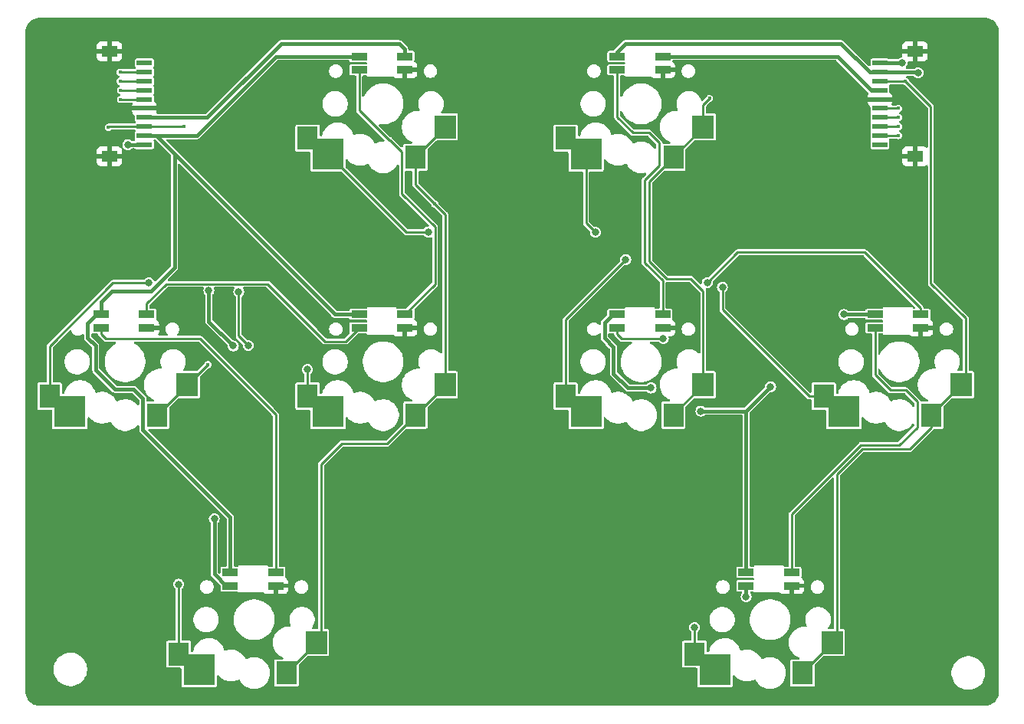
<source format=gbl>
G04 #@! TF.GenerationSoftware,KiCad,Pcbnew,8.0.1-8.0.1-1~ubuntu22.04.1*
G04 #@! TF.CreationDate,2024-05-03T20:10:14-07:00*
G04 #@! TF.ProjectId,Seismos_4-Rhythm,53656973-6d6f-4735-9f34-2d5268797468,rev?*
G04 #@! TF.SameCoordinates,Original*
G04 #@! TF.FileFunction,Copper,L2,Bot*
G04 #@! TF.FilePolarity,Positive*
%FSLAX46Y46*%
G04 Gerber Fmt 4.6, Leading zero omitted, Abs format (unit mm)*
G04 Created by KiCad (PCBNEW 8.0.1-8.0.1-1~ubuntu22.04.1) date 2024-05-03 20:10:14*
%MOMM*%
%LPD*%
G01*
G04 APERTURE LIST*
G04 #@! TA.AperFunction,SMDPad,CuDef*
%ADD10R,1.700000X0.600000*%
G04 #@! TD*
G04 #@! TA.AperFunction,SMDPad,CuDef*
%ADD11R,1.800000X1.200000*%
G04 #@! TD*
G04 #@! TA.AperFunction,SMDPad,CuDef*
%ADD12R,1.750000X0.812800*%
G04 #@! TD*
G04 #@! TA.AperFunction,SMDPad,CuDef*
%ADD13R,2.300000X2.600000*%
G04 #@! TD*
G04 #@! TA.AperFunction,SMDPad,CuDef*
%ADD14R,3.500000X3.500000*%
G04 #@! TD*
G04 #@! TA.AperFunction,SMDPad,CuDef*
%ADD15R,2.400000X2.600000*%
G04 #@! TD*
G04 #@! TA.AperFunction,ViaPad*
%ADD16C,0.800000*%
G04 #@! TD*
G04 #@! TA.AperFunction,ViaPad*
%ADD17C,0.400000*%
G04 #@! TD*
G04 #@! TA.AperFunction,Conductor*
%ADD18C,0.381000*%
G04 #@! TD*
G04 #@! TA.AperFunction,Conductor*
%ADD19C,0.254000*%
G04 #@! TD*
G04 APERTURE END LIST*
D10*
X142518500Y-27300000D03*
X142518500Y-28300000D03*
X142519500Y-29300000D03*
X142519500Y-30300000D03*
X142519500Y-31300000D03*
X142519500Y-32300000D03*
X142519500Y-33300000D03*
X142519500Y-34300000D03*
X142519500Y-35300000D03*
X142519500Y-36300000D03*
D11*
X146394500Y-26000000D03*
X146394500Y-37600000D03*
D12*
X70748100Y-83554900D03*
D13*
X65060000Y-92600000D03*
X76960000Y-94700000D03*
D12*
X75778000Y-83554900D03*
X70748100Y-85053500D03*
X75778000Y-85053500D03*
D14*
X67310000Y-94315000D03*
D15*
X80260000Y-91340000D03*
D12*
X127748100Y-83554900D03*
D13*
X122060000Y-92600000D03*
X133960000Y-94700000D03*
D12*
X132778000Y-83554900D03*
X127748100Y-85053500D03*
X132778000Y-85053500D03*
D14*
X124310000Y-94315000D03*
D15*
X137260000Y-91340000D03*
D12*
X113498100Y-55054900D03*
D13*
X107810000Y-64100000D03*
X119710000Y-66200000D03*
D12*
X118528000Y-55054900D03*
X113498100Y-56553500D03*
X118528000Y-56553500D03*
D14*
X110060000Y-65815000D03*
D15*
X123010000Y-62840000D03*
D12*
X84998100Y-26554900D03*
D13*
X79310000Y-35600000D03*
X91210000Y-37700000D03*
D12*
X90028000Y-26554900D03*
X84998100Y-28053500D03*
X90028000Y-28053500D03*
D14*
X81560000Y-37315000D03*
D15*
X94510000Y-34340000D03*
X123010000Y-34340000D03*
D14*
X110060000Y-37315000D03*
D12*
X118528000Y-28053500D03*
X113498100Y-28053500D03*
X118528000Y-26554900D03*
D13*
X119710000Y-37700000D03*
X107810000Y-35600000D03*
D12*
X113498100Y-26554900D03*
X141998100Y-55054900D03*
D13*
X136310000Y-64100000D03*
X148210000Y-66200000D03*
D12*
X147028000Y-55054900D03*
X141998100Y-56553500D03*
X147028000Y-56553500D03*
D14*
X138560000Y-65815000D03*
D15*
X151510000Y-62840000D03*
D10*
X61281500Y-36300000D03*
X61281500Y-35300000D03*
X61280500Y-34300000D03*
X61280500Y-33300000D03*
X61280500Y-32300000D03*
X61280500Y-31300000D03*
X61280500Y-30300000D03*
X61280500Y-29300000D03*
X61280500Y-28300000D03*
X61280500Y-27300000D03*
D11*
X57405500Y-37600000D03*
X57405500Y-26000000D03*
D12*
X84998100Y-55054900D03*
D13*
X79310000Y-64100000D03*
X91210000Y-66200000D03*
D12*
X90028000Y-55054900D03*
X84998100Y-56553500D03*
X90028000Y-56553500D03*
D14*
X81560000Y-65815000D03*
D15*
X94510000Y-62840000D03*
D12*
X56498100Y-55054900D03*
D13*
X50810000Y-64100000D03*
X62710000Y-66200000D03*
D12*
X61528000Y-55054900D03*
X56498100Y-56553500D03*
X61528000Y-56553500D03*
D14*
X53060000Y-65815000D03*
D15*
X66010000Y-62840000D03*
D16*
X144550000Y-30400000D03*
X146740500Y-28365633D03*
X117250000Y-63200000D03*
X122750000Y-65750000D03*
X138575000Y-55075000D03*
X130450000Y-63050000D03*
X118600000Y-57750000D03*
X123450000Y-51550000D03*
X145000000Y-27250000D03*
X127750000Y-86250000D03*
X122050000Y-89650000D03*
D17*
X123700000Y-31200000D03*
X145350000Y-29300000D03*
D16*
X125127000Y-52050000D03*
X114450000Y-49000000D03*
X111100000Y-46000000D03*
X81400000Y-55550000D03*
X85800000Y-39400000D03*
X65900000Y-58600000D03*
X52350000Y-58600000D03*
X83750000Y-29800000D03*
X61791032Y-51591032D03*
D17*
X68300000Y-60600000D03*
X57300000Y-34400000D03*
D16*
X59450000Y-36300000D03*
X69000000Y-77650000D03*
X68400000Y-52427000D03*
X71100000Y-58550000D03*
X65060000Y-84890000D03*
X72750000Y-58500000D03*
X71700000Y-52573000D03*
D17*
X93350000Y-42850000D03*
X65650000Y-34300000D03*
D16*
X79300000Y-61150000D03*
D17*
X144600000Y-32300000D03*
X144600000Y-33300000D03*
X144600000Y-34300000D03*
X144600000Y-35300000D03*
X58650000Y-31300000D03*
X58650000Y-30300000D03*
X58600000Y-29300000D03*
X58600000Y-28300000D03*
D16*
X92650000Y-45950000D03*
X102050000Y-77175000D03*
D18*
X113498100Y-26554900D02*
X113498100Y-26051900D01*
X113498100Y-26051900D02*
X114400000Y-25150000D01*
X114400000Y-25150000D02*
X138250000Y-25150000D01*
X138250000Y-25150000D02*
X141400000Y-28300000D01*
X141400000Y-28300000D02*
X142518500Y-28300000D01*
D19*
X125127000Y-52050000D02*
X125127000Y-54527000D01*
X125127000Y-54527000D02*
X134700000Y-64100000D01*
X134700000Y-64100000D02*
X136310000Y-64100000D01*
X123450000Y-51550000D02*
X126793421Y-48206579D01*
X126793421Y-48206579D02*
X140840079Y-48206579D01*
X140840079Y-48206579D02*
X147028000Y-54394500D01*
X147028000Y-54394500D02*
X147028000Y-55054900D01*
D18*
X138575000Y-55075000D02*
X138595100Y-55054900D01*
X138595100Y-55054900D02*
X141998100Y-55054900D01*
D19*
X145350000Y-29300000D02*
X148150000Y-32100000D01*
X148150000Y-32100000D02*
X148150000Y-51650000D01*
X148150000Y-51650000D02*
X152000000Y-55500000D01*
X152000000Y-55500000D02*
X152000000Y-62350000D01*
X152000000Y-62350000D02*
X151510000Y-62840000D01*
X142519500Y-29300000D02*
X145350000Y-29300000D01*
X132778000Y-83554900D02*
X132778000Y-77129948D01*
X132778000Y-77129948D02*
X140407948Y-69500000D01*
X144677239Y-69500000D02*
X146650000Y-67527239D01*
X140407948Y-69500000D02*
X144677239Y-69500000D01*
X146650000Y-67527239D02*
X146650000Y-64700000D01*
X146650000Y-64700000D02*
X145400000Y-63450000D01*
X145400000Y-63450000D02*
X143700000Y-63450000D01*
X143700000Y-63450000D02*
X141998100Y-61748100D01*
X141998100Y-61748100D02*
X141998100Y-56553500D01*
X148210000Y-66200000D02*
X148210000Y-67544000D01*
X148210000Y-67544000D02*
X145800000Y-69954000D01*
X145800000Y-69954000D02*
X140596000Y-69954000D01*
X140596000Y-69954000D02*
X137800000Y-72750000D01*
X137800000Y-72750000D02*
X137800000Y-90800000D01*
X137800000Y-90800000D02*
X137260000Y-91340000D01*
X80260000Y-91340000D02*
X80800000Y-90800000D01*
X80800000Y-71600000D02*
X83050000Y-69350000D01*
X80800000Y-90800000D02*
X80800000Y-71600000D01*
X83050000Y-69350000D02*
X88060000Y-69350000D01*
X88060000Y-69350000D02*
X91210000Y-66200000D01*
D18*
X146740500Y-28365633D02*
X146674867Y-28300000D01*
X146674867Y-28300000D02*
X142518500Y-28300000D01*
X145000000Y-27250000D02*
X143499500Y-27250000D01*
X143499500Y-27250000D02*
X143449500Y-27300000D01*
X143449500Y-27300000D02*
X142518500Y-27300000D01*
X113498100Y-55054900D02*
X113029500Y-55054900D01*
X113029500Y-55054900D02*
X112100000Y-55984400D01*
X114700000Y-63200000D02*
X117250000Y-63200000D01*
X112100000Y-55984400D02*
X112100000Y-57700000D01*
X113100000Y-61600000D02*
X114700000Y-63200000D01*
X112100000Y-57700000D02*
X113100000Y-58700000D01*
X113100000Y-58700000D02*
X113100000Y-61600000D01*
X127750000Y-65750000D02*
X130450000Y-63050000D01*
X122750000Y-65750000D02*
X127750000Y-65750000D01*
X127748100Y-83554900D02*
X127748100Y-65751900D01*
X127748100Y-65751900D02*
X130450000Y-63050000D01*
D19*
X113498100Y-57213900D02*
X113498100Y-56553500D01*
X118600000Y-57750000D02*
X114034200Y-57750000D01*
X114034200Y-57750000D02*
X113498100Y-57213900D01*
D18*
X127748100Y-85053500D02*
X127748100Y-86248100D01*
X127748100Y-86248100D02*
X127750000Y-86250000D01*
D19*
X113498100Y-28053500D02*
X113498100Y-33248100D01*
X113498100Y-33248100D02*
X115250000Y-35000000D01*
X115250000Y-35000000D02*
X117050000Y-35000000D01*
X117050000Y-35000000D02*
X118150000Y-36100000D01*
X116550000Y-40200000D02*
X116550000Y-49370186D01*
X118150000Y-36100000D02*
X118150000Y-38600000D01*
X118150000Y-38600000D02*
X116550000Y-40200000D01*
X116550000Y-49370186D02*
X118528000Y-51348186D01*
X118528000Y-51348186D02*
X118528000Y-55054900D01*
X123010000Y-62840000D02*
X123010000Y-52510000D01*
X123010000Y-52510000D02*
X121650000Y-51150000D01*
X117050000Y-40360000D02*
X119710000Y-37700000D01*
X121650000Y-51150000D02*
X118971866Y-51150000D01*
X118971866Y-51150000D02*
X117050000Y-49228134D01*
X117050000Y-49228134D02*
X117050000Y-40360000D01*
X122060000Y-89660000D02*
X122050000Y-89650000D01*
X122060000Y-92600000D02*
X122060000Y-89660000D01*
X123700000Y-31200000D02*
X123010000Y-31890000D01*
X123010000Y-31890000D02*
X123010000Y-34340000D01*
D18*
X118528000Y-26554900D02*
X137843400Y-26554900D01*
X137843400Y-26554900D02*
X141588500Y-30300000D01*
X141588500Y-30300000D02*
X142519500Y-30300000D01*
D19*
X114450000Y-49000000D02*
X107810000Y-55640000D01*
X107810000Y-55640000D02*
X107810000Y-64100000D01*
X110060000Y-44960000D02*
X111100000Y-46000000D01*
X110060000Y-37315000D02*
X110060000Y-44960000D01*
D18*
X57700000Y-52500000D02*
X56498100Y-53701900D01*
X62000000Y-52500000D02*
X57700000Y-52500000D01*
X64600000Y-49900000D02*
X62000000Y-52500000D01*
X56498100Y-53701900D02*
X56498100Y-55054900D01*
X64600000Y-37300000D02*
X64600000Y-49900000D01*
X63500000Y-36200000D02*
X64600000Y-37300000D01*
D19*
X61280500Y-34300000D02*
X57400000Y-34300000D01*
X57400000Y-34300000D02*
X57300000Y-34400000D01*
X57782903Y-51591032D02*
X61791032Y-51591032D01*
X50810000Y-58563935D02*
X57782903Y-51591032D01*
X50810000Y-64100000D02*
X50810000Y-58563935D01*
X66060000Y-62840000D02*
X68300000Y-60600000D01*
X66010000Y-62840000D02*
X66060000Y-62840000D01*
D18*
X68400000Y-52427000D02*
X68400000Y-55850000D01*
X68400000Y-55850000D02*
X71100000Y-58550000D01*
D19*
X93350000Y-42850000D02*
X94510000Y-44010000D01*
X94510000Y-44010000D02*
X94510000Y-62840000D01*
X93350000Y-42850000D02*
X91210000Y-40710000D01*
X91210000Y-40710000D02*
X91210000Y-37700000D01*
D18*
X90028000Y-26554900D02*
X90028000Y-25767500D01*
X90028000Y-25767500D02*
X89410500Y-25150000D01*
X76378342Y-25150000D02*
X68228342Y-33300000D01*
X89410500Y-25150000D02*
X76378342Y-25150000D01*
X68228342Y-33300000D02*
X61280500Y-33300000D01*
X84998100Y-26554900D02*
X75795100Y-26554900D01*
X67050000Y-35300000D02*
X62300000Y-35300000D01*
X75795100Y-26554900D02*
X67050000Y-35300000D01*
X61281500Y-35300000D02*
X62300000Y-35300000D01*
X62300000Y-35300000D02*
X62600000Y-35300000D01*
X84998100Y-55054900D02*
X82354900Y-55054900D01*
X82354900Y-55054900D02*
X63500000Y-36200000D01*
X70748100Y-85053500D02*
X70279500Y-85053500D01*
X70279500Y-85053500D02*
X69000000Y-83774000D01*
X69000000Y-83774000D02*
X69000000Y-77650000D01*
X59450000Y-36300000D02*
X61281500Y-36300000D01*
D19*
X65060000Y-84890000D02*
X65060000Y-92600000D01*
D18*
X70748100Y-83554900D02*
X70748100Y-77469100D01*
X70748100Y-77469100D02*
X61100000Y-67821000D01*
X61100000Y-67821000D02*
X61100000Y-64350000D01*
X61100000Y-64350000D02*
X60100000Y-63350000D01*
X60100000Y-63350000D02*
X58050000Y-63350000D01*
X56029500Y-55054900D02*
X56498100Y-55054900D01*
X58050000Y-63350000D02*
X55900000Y-61200000D01*
X55900000Y-61200000D02*
X55900000Y-58550000D01*
X55900000Y-58550000D02*
X55000000Y-57650000D01*
X55000000Y-57650000D02*
X55000000Y-56084400D01*
X55000000Y-56084400D02*
X56029500Y-55054900D01*
D19*
X72750000Y-58500000D02*
X71700000Y-57450000D01*
X71700000Y-57450000D02*
X71700000Y-52573000D01*
X56498100Y-56553500D02*
X56498100Y-57213900D01*
X56498100Y-57213900D02*
X57034200Y-57750000D01*
X57034200Y-57750000D02*
X67400000Y-57750000D01*
X67400000Y-57750000D02*
X75778000Y-66128000D01*
X75778000Y-66128000D02*
X75778000Y-83554900D01*
X84998100Y-56553500D02*
X83501600Y-58050000D01*
X83501600Y-58050000D02*
X81250000Y-58050000D01*
X63700000Y-51700000D02*
X61528000Y-53872000D01*
X81250000Y-58050000D02*
X74900000Y-51700000D01*
X61528000Y-53872000D02*
X61528000Y-55054900D01*
X74900000Y-51700000D02*
X63700000Y-51700000D01*
X84998100Y-28053500D02*
X84998100Y-32509686D01*
X84998100Y-32509686D02*
X88311414Y-35823000D01*
X88311414Y-35823000D02*
X88427479Y-35823000D01*
X88427479Y-35823000D02*
X89733000Y-37128521D01*
X93377000Y-51705900D02*
X90028000Y-55054900D01*
X89733000Y-37128521D02*
X89733000Y-41733000D01*
X89733000Y-41733000D02*
X93377000Y-45377000D01*
X93377000Y-45377000D02*
X93377000Y-51705900D01*
X61280500Y-34300000D02*
X65650000Y-34300000D01*
X79310000Y-61160000D02*
X79300000Y-61150000D01*
X79310000Y-64100000D02*
X79310000Y-61160000D01*
D18*
X62600000Y-35300000D02*
X63500000Y-36200000D01*
D19*
X144600000Y-32300000D02*
X142519500Y-32300000D01*
X144600000Y-33300000D02*
X142519500Y-33300000D01*
X142519500Y-34300000D02*
X144600000Y-34300000D01*
X144600000Y-35300000D02*
X142519500Y-35300000D01*
X58650000Y-31300000D02*
X61280500Y-31300000D01*
X58650000Y-30300000D02*
X61280500Y-30300000D01*
X58600000Y-29300000D02*
X61280500Y-29300000D01*
X58600000Y-28300000D02*
X61280500Y-28300000D01*
X76960000Y-94700000D02*
X76960000Y-94640000D01*
X76960000Y-94640000D02*
X80260000Y-91340000D01*
X133960000Y-94700000D02*
X133960000Y-94640000D01*
X133960000Y-94640000D02*
X137260000Y-91340000D01*
X148210000Y-66200000D02*
X148210000Y-66140000D01*
X148210000Y-66140000D02*
X151510000Y-62840000D01*
X119710000Y-37700000D02*
X119710000Y-37640000D01*
X119710000Y-37640000D02*
X123010000Y-34340000D01*
X119710000Y-66200000D02*
X119710000Y-66140000D01*
X119710000Y-66140000D02*
X123010000Y-62840000D01*
X66010000Y-62840000D02*
X66010000Y-62900000D01*
X66010000Y-62900000D02*
X62710000Y-66200000D01*
X94510000Y-62840000D02*
X94510000Y-62900000D01*
X94510000Y-62900000D02*
X91210000Y-66200000D01*
X94510000Y-34340000D02*
X94510000Y-34400000D01*
X94510000Y-34400000D02*
X91210000Y-37700000D01*
X92650000Y-45950000D02*
X90195000Y-45950000D01*
X90195000Y-45950000D02*
X81560000Y-37315000D01*
G04 #@! TA.AperFunction,Conductor*
G36*
X55539192Y-57147638D02*
G01*
X55603349Y-57160400D01*
X55603352Y-57160400D01*
X56049563Y-57160400D01*
X56116602Y-57180085D01*
X56162357Y-57232889D01*
X56169337Y-57252305D01*
X56192917Y-57340305D01*
X56192919Y-57340310D01*
X56236035Y-57414990D01*
X56772135Y-57951090D01*
X56833110Y-58012065D01*
X56907790Y-58055181D01*
X56991084Y-58077500D01*
X58035708Y-58077500D01*
X58102747Y-58097185D01*
X58148502Y-58149989D01*
X58158446Y-58219147D01*
X58129421Y-58282703D01*
X58097708Y-58308887D01*
X57897006Y-58424761D01*
X57662959Y-58604352D01*
X57662952Y-58604358D01*
X57454358Y-58812952D01*
X57454352Y-58812959D01*
X57274761Y-59047006D01*
X57127258Y-59302489D01*
X57127254Y-59302499D01*
X57014364Y-59575038D01*
X57014361Y-59575048D01*
X56964163Y-59762393D01*
X56938008Y-59860004D01*
X56938006Y-59860015D01*
X56899500Y-60152486D01*
X56899500Y-60447513D01*
X56922929Y-60625464D01*
X56938007Y-60739993D01*
X57005864Y-60993239D01*
X57014361Y-61024951D01*
X57014364Y-61024961D01*
X57127254Y-61297500D01*
X57127258Y-61297510D01*
X57274761Y-61552993D01*
X57454352Y-61787040D01*
X57454358Y-61787047D01*
X57662952Y-61995641D01*
X57662959Y-61995647D01*
X57897006Y-62175238D01*
X58152489Y-62322741D01*
X58152490Y-62322741D01*
X58152493Y-62322743D01*
X58425048Y-62435639D01*
X58710007Y-62511993D01*
X59002494Y-62550500D01*
X59002501Y-62550500D01*
X59297499Y-62550500D01*
X59297506Y-62550500D01*
X59589993Y-62511993D01*
X59874952Y-62435639D01*
X60147507Y-62322743D01*
X60402994Y-62175238D01*
X60637042Y-61995646D01*
X60845646Y-61787042D01*
X61025238Y-61552994D01*
X61172743Y-61297507D01*
X61285639Y-61024952D01*
X61361993Y-60739993D01*
X61400500Y-60447506D01*
X61400500Y-60152494D01*
X61361993Y-59860007D01*
X61285639Y-59575048D01*
X61281880Y-59565974D01*
X61239173Y-59462870D01*
X61172743Y-59302493D01*
X61059114Y-59105682D01*
X61025238Y-59047006D01*
X60845647Y-58812959D01*
X60845641Y-58812952D01*
X60637047Y-58604358D01*
X60637040Y-58604352D01*
X60402993Y-58424761D01*
X60202292Y-58308887D01*
X60154077Y-58258320D01*
X60140853Y-58189713D01*
X60166821Y-58124849D01*
X60223735Y-58084320D01*
X60264292Y-58077500D01*
X67212983Y-58077500D01*
X67280022Y-58097185D01*
X67300664Y-58113819D01*
X75414181Y-66227336D01*
X75447666Y-66288659D01*
X75450500Y-66315017D01*
X75450500Y-82824000D01*
X75430815Y-82891039D01*
X75378011Y-82936794D01*
X75326500Y-82948000D01*
X75002000Y-82948000D01*
X74934961Y-82928315D01*
X74889206Y-82875511D01*
X74878000Y-82824000D01*
X74878000Y-82808600D01*
X71638000Y-82808600D01*
X71638000Y-82824000D01*
X71618315Y-82891039D01*
X71565511Y-82936794D01*
X71514000Y-82948000D01*
X71263100Y-82948000D01*
X71196061Y-82928315D01*
X71150306Y-82875511D01*
X71139100Y-82824000D01*
X71139100Y-77417626D01*
X71139099Y-77417622D01*
X71117531Y-77337124D01*
X71112454Y-77318180D01*
X71112454Y-77318179D01*
X71082099Y-77265603D01*
X71060978Y-77229020D01*
X61744139Y-67912181D01*
X61710654Y-67850858D01*
X61715638Y-67781166D01*
X61757510Y-67725233D01*
X61822974Y-67700816D01*
X61831820Y-67700500D01*
X63879750Y-67700500D01*
X63879751Y-67700499D01*
X63898450Y-67696780D01*
X63938229Y-67688868D01*
X63938229Y-67688867D01*
X63938231Y-67688867D01*
X64004552Y-67644552D01*
X64048867Y-67578231D01*
X64048867Y-67578229D01*
X64048868Y-67578229D01*
X64060499Y-67519752D01*
X64060500Y-67519750D01*
X64060500Y-65364017D01*
X64080185Y-65296978D01*
X64096819Y-65276336D01*
X64996336Y-64376819D01*
X65057659Y-64343334D01*
X65084017Y-64340500D01*
X67229750Y-64340500D01*
X67229751Y-64340499D01*
X67244568Y-64337552D01*
X67288229Y-64328868D01*
X67288229Y-64328867D01*
X67288231Y-64328867D01*
X67354552Y-64284552D01*
X67398867Y-64218231D01*
X67398867Y-64218229D01*
X67398868Y-64218229D01*
X67410499Y-64159752D01*
X67410500Y-64159750D01*
X67410500Y-62004016D01*
X67430185Y-61936977D01*
X67446815Y-61916339D01*
X68340025Y-61023128D01*
X68401346Y-60989645D01*
X68408290Y-60988340D01*
X68425304Y-60985646D01*
X68538342Y-60928050D01*
X68628050Y-60838342D01*
X68685646Y-60725304D01*
X68685646Y-60725302D01*
X68685647Y-60725301D01*
X68685647Y-60725300D01*
X68705492Y-60600003D01*
X68705492Y-60599996D01*
X68685647Y-60474699D01*
X68685647Y-60474698D01*
X68685645Y-60474695D01*
X68628050Y-60361658D01*
X68628046Y-60361654D01*
X68628045Y-60361652D01*
X68538347Y-60271954D01*
X68538344Y-60271952D01*
X68538342Y-60271950D01*
X68425304Y-60214354D01*
X68425303Y-60214353D01*
X68425300Y-60214352D01*
X68300003Y-60194508D01*
X68299997Y-60194508D01*
X68174699Y-60214352D01*
X68174698Y-60214352D01*
X68099337Y-60252751D01*
X68061658Y-60271950D01*
X68061657Y-60271951D01*
X68061652Y-60271954D01*
X67971954Y-60361652D01*
X67971951Y-60361657D01*
X67914354Y-60474695D01*
X67911662Y-60491693D01*
X67881731Y-60554827D01*
X67876870Y-60559973D01*
X67133664Y-61303181D01*
X67072341Y-61336666D01*
X67045983Y-61339500D01*
X65669237Y-61339500D01*
X65602198Y-61319815D01*
X65556443Y-61267011D01*
X65546499Y-61197853D01*
X65568919Y-61142615D01*
X65621752Y-61069895D01*
X65647815Y-61034022D01*
X65747895Y-60837606D01*
X65816015Y-60627951D01*
X65850500Y-60410222D01*
X65850500Y-60189778D01*
X65816015Y-59972049D01*
X65747895Y-59762394D01*
X65747895Y-59762393D01*
X65713237Y-59694375D01*
X65647815Y-59565978D01*
X65567054Y-59454819D01*
X65518247Y-59387641D01*
X65518243Y-59387636D01*
X65362363Y-59231756D01*
X65362358Y-59231752D01*
X65184025Y-59102187D01*
X65184024Y-59102186D01*
X65184022Y-59102185D01*
X65121096Y-59070122D01*
X64987606Y-59002104D01*
X64987603Y-59002103D01*
X64777952Y-58933985D01*
X64647471Y-58913319D01*
X64560222Y-58899500D01*
X64339778Y-58899500D01*
X64267201Y-58910995D01*
X64122047Y-58933985D01*
X63912396Y-59002103D01*
X63912393Y-59002104D01*
X63715974Y-59102187D01*
X63537641Y-59231752D01*
X63537636Y-59231756D01*
X63381756Y-59387636D01*
X63381752Y-59387641D01*
X63252187Y-59565974D01*
X63152104Y-59762393D01*
X63152103Y-59762396D01*
X63083985Y-59972047D01*
X63049500Y-60189778D01*
X63049500Y-60410221D01*
X63083985Y-60627952D01*
X63152103Y-60837603D01*
X63152106Y-60837611D01*
X63188586Y-60909204D01*
X63201483Y-60977874D01*
X63175207Y-61042614D01*
X63118101Y-61082872D01*
X63078102Y-61089500D01*
X62845258Y-61089500D01*
X62628715Y-61118009D01*
X62617762Y-61119452D01*
X62531316Y-61142615D01*
X62396112Y-61178842D01*
X62184123Y-61266650D01*
X62184109Y-61266657D01*
X61985382Y-61381392D01*
X61803338Y-61521081D01*
X61641081Y-61683338D01*
X61501392Y-61865382D01*
X61386657Y-62064109D01*
X61386650Y-62064123D01*
X61298842Y-62276112D01*
X61239453Y-62497759D01*
X61239451Y-62497770D01*
X61209500Y-62725258D01*
X61209500Y-62954741D01*
X61231587Y-63122500D01*
X61239452Y-63182238D01*
X61286215Y-63356760D01*
X61298842Y-63403887D01*
X61386650Y-63615876D01*
X61386657Y-63615890D01*
X61407279Y-63651608D01*
X61487072Y-63789815D01*
X61501392Y-63814617D01*
X61641081Y-63996661D01*
X61641089Y-63996670D01*
X61803330Y-64158911D01*
X61803338Y-64158918D01*
X61803339Y-64158919D01*
X61804422Y-64159750D01*
X61985382Y-64298607D01*
X61985385Y-64298608D01*
X61985388Y-64298611D01*
X62184112Y-64413344D01*
X62184117Y-64413346D01*
X62184123Y-64413349D01*
X62299016Y-64460939D01*
X62353420Y-64504780D01*
X62375485Y-64571074D01*
X62358206Y-64638773D01*
X62307069Y-64686384D01*
X62251564Y-64699500D01*
X61615000Y-64699500D01*
X61547961Y-64679815D01*
X61502206Y-64627011D01*
X61491000Y-64575500D01*
X61491000Y-64411478D01*
X61491001Y-64411465D01*
X61491001Y-64298526D01*
X61491001Y-64298524D01*
X61464354Y-64199080D01*
X61441167Y-64158919D01*
X61412878Y-64109920D01*
X61340080Y-64037122D01*
X61340079Y-64037121D01*
X61335749Y-64032791D01*
X61335738Y-64032781D01*
X60839070Y-63536113D01*
X60340080Y-63037122D01*
X60250921Y-62985646D01*
X60151476Y-62959000D01*
X60151475Y-62959000D01*
X58263320Y-62959000D01*
X58196281Y-62939315D01*
X58175639Y-62922681D01*
X56327319Y-61074361D01*
X56293834Y-61013038D01*
X56291000Y-60986680D01*
X56291000Y-58498525D01*
X56274655Y-58437525D01*
X56274655Y-58437524D01*
X56264354Y-58399079D01*
X56212878Y-58309920D01*
X55427319Y-57524361D01*
X55393834Y-57463038D01*
X55391000Y-57436680D01*
X55391000Y-57269255D01*
X55410685Y-57202216D01*
X55463489Y-57156461D01*
X55532647Y-57146517D01*
X55539192Y-57147638D01*
G37*
G04 #@! TD.AperFunction*
G04 #@! TA.AperFunction,Conductor*
G36*
X53129796Y-56809807D02*
G01*
X53185729Y-56851679D01*
X53206128Y-56897415D01*
X53206573Y-56897281D01*
X53207646Y-56900820D01*
X53208076Y-56901783D01*
X53208337Y-56903098D01*
X53208343Y-56903117D01*
X53264912Y-57039688D01*
X53264919Y-57039701D01*
X53347048Y-57162615D01*
X53347051Y-57162619D01*
X53451580Y-57267148D01*
X53451584Y-57267151D01*
X53574498Y-57349280D01*
X53574511Y-57349287D01*
X53704800Y-57403254D01*
X53711087Y-57405858D01*
X53711091Y-57405858D01*
X53711092Y-57405859D01*
X53856079Y-57434700D01*
X53856082Y-57434700D01*
X54003920Y-57434700D01*
X54103004Y-57414990D01*
X54148913Y-57405858D01*
X54254547Y-57362102D01*
X54285488Y-57349287D01*
X54285488Y-57349286D01*
X54285495Y-57349284D01*
X54333677Y-57317090D01*
X54413481Y-57263767D01*
X54414552Y-57265370D01*
X54470638Y-57241547D01*
X54539506Y-57253334D01*
X54591069Y-57300483D01*
X54609000Y-57364712D01*
X54609000Y-57598524D01*
X54609000Y-57701476D01*
X54635646Y-57800921D01*
X54687122Y-57890080D01*
X54687124Y-57890082D01*
X55472681Y-58675639D01*
X55506166Y-58736962D01*
X55509000Y-58763320D01*
X55509000Y-61148524D01*
X55509000Y-61251476D01*
X55535646Y-61350921D01*
X55587122Y-61440080D01*
X57809920Y-63662878D01*
X57899079Y-63714354D01*
X57998524Y-63741000D01*
X58101476Y-63741000D01*
X59886680Y-63741000D01*
X59953719Y-63760685D01*
X59974361Y-63777319D01*
X60672681Y-64475638D01*
X60706166Y-64536961D01*
X60709000Y-64563319D01*
X60709000Y-64990926D01*
X60689315Y-65057965D01*
X60636511Y-65103720D01*
X60567353Y-65113664D01*
X60503797Y-65084639D01*
X60486626Y-65066415D01*
X60480142Y-65057965D01*
X60468919Y-65043339D01*
X60468914Y-65043334D01*
X60468911Y-65043330D01*
X60306670Y-64881089D01*
X60306661Y-64881081D01*
X60124617Y-64741392D01*
X59925890Y-64626657D01*
X59925876Y-64626650D01*
X59713887Y-64538842D01*
X59706867Y-64536961D01*
X59492238Y-64479452D01*
X59454215Y-64474446D01*
X59264741Y-64449500D01*
X59264734Y-64449500D01*
X59035266Y-64449500D01*
X59035258Y-64449500D01*
X58818715Y-64478009D01*
X58807762Y-64479452D01*
X58735143Y-64498910D01*
X58586112Y-64538842D01*
X58374123Y-64626650D01*
X58374115Y-64626654D01*
X58348180Y-64641627D01*
X58280279Y-64658096D01*
X58214253Y-64635242D01*
X58178797Y-64596237D01*
X58165722Y-64573590D01*
X58068611Y-64405388D01*
X58068608Y-64405385D01*
X58068607Y-64405382D01*
X57928918Y-64223338D01*
X57928911Y-64223330D01*
X57766670Y-64061089D01*
X57766661Y-64061081D01*
X57584617Y-63921392D01*
X57385890Y-63806657D01*
X57385876Y-63806650D01*
X57173887Y-63718842D01*
X57157130Y-63714352D01*
X56952238Y-63659452D01*
X56914215Y-63654446D01*
X56724741Y-63629500D01*
X56724734Y-63629500D01*
X56495266Y-63629500D01*
X56495258Y-63629500D01*
X56296397Y-63655682D01*
X56267762Y-63659452D01*
X56078112Y-63710268D01*
X56046113Y-63718842D01*
X56046104Y-63718845D01*
X56009330Y-63734077D01*
X55939860Y-63741544D01*
X55877381Y-63710268D01*
X55842104Y-63651608D01*
X55837666Y-63635044D01*
X55811158Y-63536113D01*
X55736868Y-63356762D01*
X55723349Y-63324123D01*
X55723346Y-63324117D01*
X55723344Y-63324112D01*
X55608611Y-63125388D01*
X55608608Y-63125385D01*
X55608607Y-63125382D01*
X55501383Y-62985647D01*
X55468919Y-62943339D01*
X55468918Y-62943338D01*
X55468911Y-62943330D01*
X55306670Y-62781089D01*
X55306661Y-62781081D01*
X55124617Y-62641392D01*
X55078828Y-62614956D01*
X54967187Y-62550500D01*
X54925890Y-62526657D01*
X54925876Y-62526650D01*
X54713887Y-62438842D01*
X54701918Y-62435635D01*
X54492238Y-62379452D01*
X54454215Y-62374446D01*
X54264741Y-62349500D01*
X54264734Y-62349500D01*
X54035266Y-62349500D01*
X54035258Y-62349500D01*
X53818715Y-62378009D01*
X53807762Y-62379452D01*
X53714076Y-62404554D01*
X53586112Y-62438842D01*
X53374123Y-62526650D01*
X53374109Y-62526657D01*
X53175382Y-62641392D01*
X52993338Y-62781081D01*
X52831081Y-62943338D01*
X52691392Y-63125382D01*
X52576657Y-63324109D01*
X52576650Y-63324123D01*
X52488842Y-63536112D01*
X52457896Y-63651608D01*
X52439881Y-63718842D01*
X52429453Y-63757759D01*
X52428660Y-63761747D01*
X52427459Y-63761508D01*
X52401331Y-63820578D01*
X52343008Y-63859052D01*
X52306655Y-63864500D01*
X52284500Y-63864500D01*
X52217461Y-63844815D01*
X52171706Y-63792011D01*
X52160500Y-63740500D01*
X52160500Y-62780249D01*
X52160499Y-62780247D01*
X52148868Y-62721770D01*
X52148867Y-62721769D01*
X52104552Y-62655447D01*
X52038230Y-62611132D01*
X52038229Y-62611131D01*
X51979752Y-62599500D01*
X51979748Y-62599500D01*
X51261500Y-62599500D01*
X51194461Y-62579815D01*
X51148706Y-62527011D01*
X51137500Y-62475500D01*
X51137500Y-60410221D01*
X52449500Y-60410221D01*
X52483985Y-60627952D01*
X52552103Y-60837603D01*
X52552104Y-60837606D01*
X52588586Y-60909204D01*
X52647568Y-61024961D01*
X52652187Y-61034025D01*
X52781752Y-61212358D01*
X52781756Y-61212363D01*
X52937636Y-61368243D01*
X52937641Y-61368247D01*
X53066366Y-61461770D01*
X53115978Y-61497815D01*
X53215499Y-61548524D01*
X53312393Y-61597895D01*
X53312396Y-61597896D01*
X53399078Y-61626060D01*
X53522049Y-61666015D01*
X53739778Y-61700500D01*
X53739779Y-61700500D01*
X53960221Y-61700500D01*
X53960222Y-61700500D01*
X54177951Y-61666015D01*
X54387606Y-61597895D01*
X54584022Y-61497815D01*
X54762365Y-61368242D01*
X54918242Y-61212365D01*
X55047815Y-61034022D01*
X55147895Y-60837606D01*
X55216015Y-60627951D01*
X55250500Y-60410222D01*
X55250500Y-60189778D01*
X55216015Y-59972049D01*
X55147895Y-59762394D01*
X55147895Y-59762393D01*
X55113237Y-59694375D01*
X55047815Y-59565978D01*
X54967054Y-59454819D01*
X54918247Y-59387641D01*
X54918243Y-59387636D01*
X54762363Y-59231756D01*
X54762358Y-59231752D01*
X54584025Y-59102187D01*
X54584024Y-59102186D01*
X54584022Y-59102185D01*
X54521096Y-59070122D01*
X54387606Y-59002104D01*
X54387603Y-59002103D01*
X54177952Y-58933985D01*
X54047471Y-58913319D01*
X53960222Y-58899500D01*
X53739778Y-58899500D01*
X53667201Y-58910995D01*
X53522047Y-58933985D01*
X53312396Y-59002103D01*
X53312393Y-59002104D01*
X53115974Y-59102187D01*
X52937641Y-59231752D01*
X52937636Y-59231756D01*
X52781756Y-59387636D01*
X52781752Y-59387641D01*
X52652187Y-59565974D01*
X52552104Y-59762393D01*
X52552103Y-59762396D01*
X52483985Y-59972047D01*
X52449500Y-60189778D01*
X52449500Y-60410221D01*
X51137500Y-60410221D01*
X51137500Y-58750952D01*
X51157185Y-58683913D01*
X51173819Y-58663271D01*
X52085615Y-57751475D01*
X52998783Y-56838306D01*
X53060104Y-56804823D01*
X53129796Y-56809807D01*
G37*
G04 #@! TD.AperFunction*
G04 #@! TA.AperFunction,Conductor*
G36*
X65196203Y-38449607D02*
G01*
X65202681Y-38455639D01*
X82114820Y-55367778D01*
X82203979Y-55419254D01*
X82303424Y-55445900D01*
X82406376Y-55445900D01*
X83813844Y-55445900D01*
X83880883Y-55465585D01*
X83926638Y-55518389D01*
X83930754Y-55531133D01*
X83934232Y-55539530D01*
X83978547Y-55605852D01*
X84044869Y-55650167D01*
X84044870Y-55650168D01*
X84103347Y-55661799D01*
X84103350Y-55661800D01*
X85764000Y-55661800D01*
X85831039Y-55681485D01*
X85876794Y-55734289D01*
X85888000Y-55785800D01*
X85888000Y-55822600D01*
X85868315Y-55889639D01*
X85815511Y-55935394D01*
X85764000Y-55946600D01*
X84103347Y-55946600D01*
X84044870Y-55958231D01*
X84044869Y-55958232D01*
X83978547Y-56002547D01*
X83934232Y-56068869D01*
X83934231Y-56068870D01*
X83922600Y-56127347D01*
X83922600Y-56979652D01*
X83934231Y-57038126D01*
X83936524Y-57043661D01*
X83943994Y-57113130D01*
X83912721Y-57175610D01*
X83909645Y-57178798D01*
X83402264Y-57686181D01*
X83340941Y-57719666D01*
X83314583Y-57722500D01*
X81437017Y-57722500D01*
X81369978Y-57702815D01*
X81349336Y-57686181D01*
X80421275Y-56758120D01*
X81679499Y-56758120D01*
X81708340Y-56903107D01*
X81708343Y-56903117D01*
X81764912Y-57039688D01*
X81764919Y-57039701D01*
X81847048Y-57162615D01*
X81847051Y-57162619D01*
X81951580Y-57267148D01*
X81951584Y-57267151D01*
X82074498Y-57349280D01*
X82074511Y-57349287D01*
X82204800Y-57403254D01*
X82211087Y-57405858D01*
X82211091Y-57405858D01*
X82211092Y-57405859D01*
X82356079Y-57434700D01*
X82356082Y-57434700D01*
X82503920Y-57434700D01*
X82603004Y-57414990D01*
X82648913Y-57405858D01*
X82754547Y-57362102D01*
X82785488Y-57349287D01*
X82785488Y-57349286D01*
X82785495Y-57349284D01*
X82908416Y-57267151D01*
X83012951Y-57162616D01*
X83095084Y-57039695D01*
X83151658Y-56903113D01*
X83171473Y-56803500D01*
X83180500Y-56758120D01*
X83180500Y-56610279D01*
X83151659Y-56465292D01*
X83151658Y-56465291D01*
X83151658Y-56465287D01*
X83108238Y-56360461D01*
X83095087Y-56328711D01*
X83095080Y-56328698D01*
X83012951Y-56205784D01*
X83012948Y-56205780D01*
X82908419Y-56101251D01*
X82908415Y-56101248D01*
X82785501Y-56019119D01*
X82785488Y-56019112D01*
X82648917Y-55962543D01*
X82648907Y-55962540D01*
X82503920Y-55933700D01*
X82503918Y-55933700D01*
X82356082Y-55933700D01*
X82356080Y-55933700D01*
X82211092Y-55962540D01*
X82211082Y-55962543D01*
X82074511Y-56019112D01*
X82074498Y-56019119D01*
X81951584Y-56101248D01*
X81951580Y-56101251D01*
X81847051Y-56205780D01*
X81847048Y-56205784D01*
X81764919Y-56328698D01*
X81764912Y-56328711D01*
X81708343Y-56465282D01*
X81708340Y-56465292D01*
X81679500Y-56610279D01*
X81679500Y-56610282D01*
X81679500Y-56758118D01*
X81679500Y-56758120D01*
X81679499Y-56758120D01*
X80421275Y-56758120D01*
X75101091Y-51437936D01*
X75101090Y-51437935D01*
X75026410Y-51394819D01*
X75026411Y-51394819D01*
X74994740Y-51386333D01*
X74943116Y-51372500D01*
X74943114Y-51372500D01*
X63979820Y-51372500D01*
X63912781Y-51352815D01*
X63867026Y-51300011D01*
X63857082Y-51230853D01*
X63886107Y-51167297D01*
X63892139Y-51160819D01*
X64266777Y-50786181D01*
X64912878Y-50140080D01*
X64964354Y-50050921D01*
X64991000Y-49951476D01*
X64991000Y-49848524D01*
X64991000Y-38543320D01*
X65010685Y-38476281D01*
X65063489Y-38430526D01*
X65132647Y-38420582D01*
X65196203Y-38449607D01*
G37*
G04 #@! TD.AperFunction*
G04 #@! TA.AperFunction,Conductor*
G36*
X83880883Y-26965585D02*
G01*
X83926638Y-27018389D01*
X83930754Y-27031133D01*
X83934232Y-27039530D01*
X83978547Y-27105852D01*
X84044869Y-27150167D01*
X84044870Y-27150168D01*
X84103347Y-27161799D01*
X84103350Y-27161800D01*
X85764000Y-27161800D01*
X85831039Y-27181485D01*
X85876794Y-27234289D01*
X85888000Y-27285800D01*
X85888000Y-27322600D01*
X85868315Y-27389639D01*
X85815511Y-27435394D01*
X85764000Y-27446600D01*
X84103347Y-27446600D01*
X84044870Y-27458231D01*
X84044869Y-27458232D01*
X83978547Y-27502547D01*
X83934232Y-27568869D01*
X83934231Y-27568870D01*
X83922600Y-27627347D01*
X83922600Y-28479652D01*
X83934231Y-28538129D01*
X83934232Y-28538130D01*
X83978547Y-28604452D01*
X84044869Y-28648767D01*
X84044870Y-28648768D01*
X84103347Y-28660399D01*
X84103350Y-28660400D01*
X84103352Y-28660400D01*
X84546600Y-28660400D01*
X84613639Y-28680085D01*
X84659394Y-28732889D01*
X84670600Y-28784400D01*
X84670600Y-32466570D01*
X84670600Y-32552802D01*
X84688540Y-32619752D01*
X84692919Y-32636096D01*
X84736034Y-32710774D01*
X84736036Y-32710777D01*
X87763078Y-35737819D01*
X87796563Y-35799142D01*
X87791579Y-35868834D01*
X87749707Y-35924767D01*
X87684243Y-35949184D01*
X87675397Y-35949500D01*
X87535258Y-35949500D01*
X87318715Y-35978009D01*
X87307762Y-35979452D01*
X87241678Y-35997159D01*
X87086112Y-36038842D01*
X86874123Y-36126650D01*
X86874115Y-36126654D01*
X86848180Y-36141627D01*
X86780279Y-36158096D01*
X86714253Y-36135242D01*
X86678797Y-36096237D01*
X86666825Y-36075500D01*
X86568611Y-35905388D01*
X86568608Y-35905385D01*
X86568607Y-35905382D01*
X86434881Y-35731109D01*
X86428919Y-35723339D01*
X86428918Y-35723338D01*
X86428911Y-35723330D01*
X86266670Y-35561089D01*
X86266661Y-35561081D01*
X86084617Y-35421392D01*
X85885890Y-35306657D01*
X85885876Y-35306650D01*
X85673887Y-35218842D01*
X85641888Y-35210268D01*
X85452238Y-35159452D01*
X85414215Y-35154446D01*
X85224741Y-35129500D01*
X85224734Y-35129500D01*
X84995266Y-35129500D01*
X84995258Y-35129500D01*
X84778715Y-35158009D01*
X84767762Y-35159452D01*
X84710863Y-35174698D01*
X84546113Y-35218842D01*
X84546104Y-35218845D01*
X84509330Y-35234077D01*
X84439860Y-35241544D01*
X84377381Y-35210268D01*
X84342104Y-35151608D01*
X84311158Y-35036113D01*
X84243462Y-34872681D01*
X84223349Y-34824123D01*
X84223346Y-34824117D01*
X84223344Y-34824112D01*
X84108611Y-34625388D01*
X84108608Y-34625385D01*
X84108607Y-34625382D01*
X83968918Y-34443338D01*
X83968911Y-34443330D01*
X83806670Y-34281089D01*
X83806661Y-34281081D01*
X83624617Y-34141392D01*
X83425890Y-34026657D01*
X83425876Y-34026650D01*
X83213887Y-33938842D01*
X83164037Y-33925485D01*
X82992238Y-33879452D01*
X82954215Y-33874446D01*
X82764741Y-33849500D01*
X82764734Y-33849500D01*
X82535266Y-33849500D01*
X82535258Y-33849500D01*
X82322513Y-33877510D01*
X82307762Y-33879452D01*
X82251572Y-33894508D01*
X82086112Y-33938842D01*
X81874123Y-34026650D01*
X81874109Y-34026657D01*
X81675382Y-34141392D01*
X81493338Y-34281081D01*
X81331081Y-34443338D01*
X81191392Y-34625382D01*
X81076657Y-34824109D01*
X81076650Y-34824123D01*
X80988842Y-35036112D01*
X80967466Y-35115890D01*
X80939881Y-35218842D01*
X80929453Y-35257759D01*
X80928660Y-35261747D01*
X80927459Y-35261508D01*
X80901331Y-35320578D01*
X80843008Y-35359052D01*
X80806655Y-35364500D01*
X80784500Y-35364500D01*
X80717461Y-35344815D01*
X80671706Y-35292011D01*
X80660500Y-35240500D01*
X80660500Y-34280249D01*
X80660499Y-34280247D01*
X80648868Y-34221770D01*
X80648867Y-34221769D01*
X80604552Y-34155447D01*
X80538230Y-34111132D01*
X80538229Y-34111131D01*
X80479752Y-34099500D01*
X80479748Y-34099500D01*
X78140252Y-34099500D01*
X78140247Y-34099500D01*
X78081770Y-34111131D01*
X78081769Y-34111132D01*
X78015447Y-34155447D01*
X77971132Y-34221769D01*
X77971131Y-34221770D01*
X77959500Y-34280247D01*
X77959500Y-36919752D01*
X77971131Y-36978229D01*
X77971132Y-36978230D01*
X78015447Y-37044552D01*
X78081769Y-37088867D01*
X78081770Y-37088868D01*
X78140247Y-37100499D01*
X78140250Y-37100500D01*
X78140252Y-37100500D01*
X79485500Y-37100500D01*
X79552539Y-37120185D01*
X79598294Y-37172989D01*
X79609500Y-37224500D01*
X79609500Y-39084752D01*
X79621131Y-39143229D01*
X79621132Y-39143230D01*
X79665447Y-39209552D01*
X79731769Y-39253867D01*
X79731770Y-39253868D01*
X79790247Y-39265499D01*
X79790250Y-39265500D01*
X79790252Y-39265500D01*
X82995983Y-39265500D01*
X83063022Y-39285185D01*
X83083664Y-39301819D01*
X89993910Y-46212065D01*
X90068590Y-46255181D01*
X90151884Y-46277500D01*
X90238116Y-46277500D01*
X92083235Y-46277500D01*
X92150274Y-46297185D01*
X92181610Y-46326013D01*
X92221718Y-46378282D01*
X92347159Y-46474536D01*
X92493238Y-46535044D01*
X92571619Y-46545363D01*
X92649999Y-46555682D01*
X92650000Y-46555682D01*
X92650001Y-46555682D01*
X92702254Y-46548802D01*
X92806762Y-46535044D01*
X92878049Y-46505515D01*
X92947516Y-46498047D01*
X93009995Y-46529322D01*
X93045648Y-46589410D01*
X93049500Y-46620077D01*
X93049500Y-51518883D01*
X93029815Y-51585922D01*
X93013181Y-51606564D01*
X90208064Y-54411681D01*
X90146741Y-54445166D01*
X90120383Y-54448000D01*
X89252000Y-54448000D01*
X89184961Y-54428315D01*
X89139206Y-54375511D01*
X89128000Y-54324000D01*
X89128000Y-54308600D01*
X85888000Y-54308600D01*
X85888000Y-54324000D01*
X85868315Y-54391039D01*
X85815511Y-54436794D01*
X85764000Y-54448000D01*
X84103347Y-54448000D01*
X84044870Y-54459631D01*
X84044869Y-54459632D01*
X83978547Y-54503947D01*
X83934232Y-54570269D01*
X83929558Y-54581554D01*
X83926902Y-54580453D01*
X83903075Y-54626004D01*
X83842358Y-54660577D01*
X83813844Y-54663900D01*
X82568220Y-54663900D01*
X82501181Y-54644215D01*
X82480539Y-54627581D01*
X63755639Y-35902681D01*
X63722154Y-35841358D01*
X63727138Y-35771666D01*
X63769010Y-35715733D01*
X63834474Y-35691316D01*
X63843320Y-35691000D01*
X67101474Y-35691000D01*
X67101476Y-35691000D01*
X67200921Y-35664354D01*
X67290080Y-35612878D01*
X70992736Y-31910222D01*
X80949500Y-31910222D01*
X80951329Y-31921769D01*
X80983985Y-32127952D01*
X81052103Y-32337603D01*
X81052104Y-32337606D01*
X81117500Y-32465949D01*
X81147568Y-32524961D01*
X81152187Y-32534025D01*
X81281752Y-32712358D01*
X81281756Y-32712363D01*
X81437636Y-32868243D01*
X81437641Y-32868247D01*
X81566366Y-32961770D01*
X81615978Y-32997815D01*
X81724270Y-33052993D01*
X81812393Y-33097895D01*
X81812396Y-33097896D01*
X81917221Y-33131955D01*
X82022049Y-33166015D01*
X82239778Y-33200500D01*
X82239779Y-33200500D01*
X82460221Y-33200500D01*
X82460222Y-33200500D01*
X82677951Y-33166015D01*
X82887606Y-33097895D01*
X83084022Y-32997815D01*
X83262365Y-32868242D01*
X83418242Y-32712365D01*
X83547815Y-32534022D01*
X83647895Y-32337606D01*
X83716015Y-32127951D01*
X83750500Y-31910222D01*
X83750500Y-31689778D01*
X83716015Y-31472049D01*
X83679610Y-31360004D01*
X83647896Y-31262396D01*
X83647895Y-31262393D01*
X83593086Y-31154827D01*
X83547815Y-31065978D01*
X83479500Y-30971950D01*
X83418247Y-30887641D01*
X83418243Y-30887636D01*
X83262363Y-30731756D01*
X83262358Y-30731752D01*
X83084025Y-30602187D01*
X83084024Y-30602186D01*
X83084022Y-30602185D01*
X83006547Y-30562709D01*
X82887606Y-30502104D01*
X82887603Y-30502103D01*
X82677952Y-30433985D01*
X82569086Y-30416742D01*
X82460222Y-30399500D01*
X82239778Y-30399500D01*
X82167201Y-30410995D01*
X82022047Y-30433985D01*
X81812396Y-30502103D01*
X81812393Y-30502104D01*
X81615974Y-30602187D01*
X81437641Y-30731752D01*
X81437636Y-30731756D01*
X81281756Y-30887636D01*
X81281752Y-30887641D01*
X81152187Y-31065974D01*
X81052104Y-31262393D01*
X81052103Y-31262396D01*
X80983985Y-31472047D01*
X80959277Y-31628048D01*
X80949500Y-31689778D01*
X80949500Y-31910222D01*
X70992736Y-31910222D01*
X74644838Y-28258120D01*
X81679499Y-28258120D01*
X81708340Y-28403107D01*
X81708343Y-28403117D01*
X81764912Y-28539688D01*
X81764919Y-28539701D01*
X81847048Y-28662615D01*
X81847051Y-28662619D01*
X81951580Y-28767148D01*
X81951584Y-28767151D01*
X82074498Y-28849280D01*
X82074511Y-28849287D01*
X82204800Y-28903254D01*
X82211087Y-28905858D01*
X82211091Y-28905858D01*
X82211092Y-28905859D01*
X82356079Y-28934700D01*
X82356082Y-28934700D01*
X82503920Y-28934700D01*
X82625657Y-28910484D01*
X82648913Y-28905858D01*
X82785495Y-28849284D01*
X82908416Y-28767151D01*
X83012951Y-28662616D01*
X83095084Y-28539695D01*
X83095645Y-28538342D01*
X83108326Y-28507727D01*
X83151658Y-28403113D01*
X83171473Y-28303500D01*
X83180500Y-28258120D01*
X83180500Y-28110279D01*
X83151659Y-27965292D01*
X83151658Y-27965291D01*
X83151658Y-27965287D01*
X83133633Y-27921770D01*
X83095087Y-27828711D01*
X83095080Y-27828698D01*
X83012951Y-27705784D01*
X83012948Y-27705780D01*
X82908419Y-27601251D01*
X82908415Y-27601248D01*
X82785501Y-27519119D01*
X82785488Y-27519112D01*
X82648917Y-27462543D01*
X82648907Y-27462540D01*
X82503920Y-27433700D01*
X82503918Y-27433700D01*
X82356082Y-27433700D01*
X82356080Y-27433700D01*
X82211092Y-27462540D01*
X82211082Y-27462543D01*
X82074511Y-27519112D01*
X82074498Y-27519119D01*
X81951584Y-27601248D01*
X81951580Y-27601251D01*
X81847051Y-27705780D01*
X81847048Y-27705784D01*
X81764919Y-27828698D01*
X81764912Y-27828711D01*
X81708343Y-27965282D01*
X81708340Y-27965292D01*
X81679500Y-28110279D01*
X81679500Y-28110282D01*
X81679500Y-28258118D01*
X81679500Y-28258120D01*
X81679499Y-28258120D01*
X74644838Y-28258120D01*
X75920739Y-26982219D01*
X75982062Y-26948734D01*
X76008420Y-26945900D01*
X83813844Y-26945900D01*
X83880883Y-26965585D01*
G37*
G04 #@! TD.AperFunction*
G04 #@! TA.AperFunction,Conductor*
G36*
X83715703Y-37942580D02*
G01*
X83732875Y-37960806D01*
X83791081Y-38036661D01*
X83791089Y-38036670D01*
X83953330Y-38198911D01*
X83953338Y-38198918D01*
X84135382Y-38338607D01*
X84135385Y-38338608D01*
X84135388Y-38338611D01*
X84334112Y-38453344D01*
X84334117Y-38453346D01*
X84334123Y-38453349D01*
X84407547Y-38483762D01*
X84546113Y-38541158D01*
X84767762Y-38600548D01*
X84995266Y-38630500D01*
X84995273Y-38630500D01*
X85224727Y-38630500D01*
X85224734Y-38630500D01*
X85452238Y-38600548D01*
X85673887Y-38541158D01*
X85840538Y-38472128D01*
X85885879Y-38453348D01*
X85885881Y-38453346D01*
X85885888Y-38453344D01*
X85911813Y-38438375D01*
X85979713Y-38421902D01*
X86045740Y-38444753D01*
X86081202Y-38483762D01*
X86165920Y-38630499D01*
X86191392Y-38674617D01*
X86331081Y-38856661D01*
X86331089Y-38856670D01*
X86493330Y-39018911D01*
X86493338Y-39018918D01*
X86493339Y-39018919D01*
X86494422Y-39019750D01*
X86675382Y-39158607D01*
X86675385Y-39158608D01*
X86675388Y-39158611D01*
X86874112Y-39273344D01*
X86874117Y-39273346D01*
X86874123Y-39273349D01*
X86942856Y-39301819D01*
X87086113Y-39361158D01*
X87307762Y-39420548D01*
X87535266Y-39450500D01*
X87535273Y-39450500D01*
X87764727Y-39450500D01*
X87764734Y-39450500D01*
X87992238Y-39420548D01*
X88213887Y-39361158D01*
X88425888Y-39273344D01*
X88624612Y-39158611D01*
X88806661Y-39018919D01*
X88806665Y-39018914D01*
X88806670Y-39018911D01*
X88968911Y-38856670D01*
X88968914Y-38856665D01*
X88968919Y-38856661D01*
X89108611Y-38674612D01*
X89174114Y-38561156D01*
X89224680Y-38512942D01*
X89293287Y-38499719D01*
X89358152Y-38525687D01*
X89398680Y-38582602D01*
X89405500Y-38623158D01*
X89405500Y-41689884D01*
X89405500Y-41776116D01*
X89427819Y-41859410D01*
X89470934Y-41934088D01*
X89470936Y-41934091D01*
X92676469Y-45139625D01*
X92709954Y-45200948D01*
X92704970Y-45270640D01*
X92663098Y-45326573D01*
X92604974Y-45350245D01*
X92509846Y-45362769D01*
X92493238Y-45364956D01*
X92493237Y-45364956D01*
X92347160Y-45425463D01*
X92347159Y-45425464D01*
X92221718Y-45521718D01*
X92221717Y-45521719D01*
X92221716Y-45521720D01*
X92181610Y-45573987D01*
X92125182Y-45615189D01*
X92083235Y-45622500D01*
X90382017Y-45622500D01*
X90314978Y-45602815D01*
X90294336Y-45586181D01*
X83546819Y-38838664D01*
X83513334Y-38777341D01*
X83510500Y-38750983D01*
X83510500Y-38036293D01*
X83530185Y-37969254D01*
X83582989Y-37923499D01*
X83652147Y-37913555D01*
X83715703Y-37942580D01*
G37*
G04 #@! TD.AperFunction*
G04 #@! TA.AperFunction,Conductor*
G36*
X137697119Y-26965585D02*
G01*
X137717761Y-26982219D01*
X141264607Y-30529065D01*
X141298092Y-30590388D01*
X141293108Y-30660080D01*
X141276193Y-30691056D01*
X141226149Y-30757906D01*
X141226145Y-30757913D01*
X141175903Y-30892620D01*
X141175901Y-30892627D01*
X141169500Y-30952155D01*
X141169500Y-31050000D01*
X143869500Y-31050000D01*
X143869500Y-30952172D01*
X143869499Y-30952155D01*
X143863098Y-30892627D01*
X143863096Y-30892620D01*
X143812854Y-30757913D01*
X143812850Y-30757906D01*
X143726690Y-30642812D01*
X143619688Y-30562709D01*
X143577818Y-30506775D01*
X143570000Y-30463443D01*
X143570000Y-29980249D01*
X143569999Y-29980247D01*
X143558368Y-29921770D01*
X143558367Y-29921768D01*
X143523035Y-29868892D01*
X143502156Y-29802215D01*
X143520640Y-29734835D01*
X143523034Y-29731109D01*
X143555443Y-29682606D01*
X143609056Y-29637803D01*
X143658544Y-29627500D01*
X145080810Y-29627500D01*
X145137101Y-29641014D01*
X145224696Y-29685646D01*
X145241691Y-29688337D01*
X145304825Y-29718266D01*
X145309975Y-29723130D01*
X147786181Y-32199336D01*
X147819666Y-32260659D01*
X147822500Y-32287017D01*
X147822500Y-36522957D01*
X147802815Y-36589996D01*
X147750011Y-36635751D01*
X147680853Y-36645695D01*
X147624189Y-36622224D01*
X147536589Y-36556647D01*
X147536586Y-36556645D01*
X147401879Y-36506403D01*
X147401872Y-36506401D01*
X147342344Y-36500000D01*
X146644500Y-36500000D01*
X146644500Y-38700000D01*
X147342328Y-38700000D01*
X147342344Y-38699999D01*
X147401872Y-38693598D01*
X147401879Y-38693596D01*
X147536586Y-38643354D01*
X147536593Y-38643350D01*
X147624189Y-38577776D01*
X147689653Y-38553358D01*
X147757926Y-38568209D01*
X147807332Y-38617614D01*
X147822500Y-38677042D01*
X147822500Y-51606884D01*
X147822500Y-51693116D01*
X147844819Y-51776410D01*
X147877092Y-51832310D01*
X147887934Y-51851088D01*
X147887936Y-51851091D01*
X151636181Y-55599336D01*
X151669666Y-55660659D01*
X151672500Y-55687017D01*
X151672500Y-61215500D01*
X151652815Y-61282539D01*
X151600011Y-61328294D01*
X151548500Y-61339500D01*
X151169237Y-61339500D01*
X151102198Y-61319815D01*
X151056443Y-61267011D01*
X151046499Y-61197853D01*
X151068919Y-61142615D01*
X151121752Y-61069895D01*
X151147815Y-61034022D01*
X151247895Y-60837606D01*
X151316015Y-60627951D01*
X151350500Y-60410222D01*
X151350500Y-60189778D01*
X151316015Y-59972049D01*
X151247895Y-59762394D01*
X151247895Y-59762393D01*
X151213237Y-59694375D01*
X151147815Y-59565978D01*
X151067054Y-59454819D01*
X151018247Y-59387641D01*
X151018243Y-59387636D01*
X150862363Y-59231756D01*
X150862358Y-59231752D01*
X150684025Y-59102187D01*
X150684024Y-59102186D01*
X150684022Y-59102185D01*
X150621096Y-59070122D01*
X150487606Y-59002104D01*
X150487603Y-59002103D01*
X150277952Y-58933985D01*
X150147471Y-58913319D01*
X150060222Y-58899500D01*
X149839778Y-58899500D01*
X149767201Y-58910995D01*
X149622047Y-58933985D01*
X149412396Y-59002103D01*
X149412393Y-59002104D01*
X149215974Y-59102187D01*
X149037641Y-59231752D01*
X149037636Y-59231756D01*
X148881756Y-59387636D01*
X148881752Y-59387641D01*
X148752187Y-59565974D01*
X148652104Y-59762393D01*
X148652103Y-59762396D01*
X148583985Y-59972047D01*
X148549500Y-60189778D01*
X148549500Y-60410221D01*
X148583985Y-60627952D01*
X148652103Y-60837603D01*
X148652106Y-60837611D01*
X148688586Y-60909204D01*
X148701483Y-60977874D01*
X148675207Y-61042614D01*
X148618101Y-61082872D01*
X148578102Y-61089500D01*
X148345258Y-61089500D01*
X148128715Y-61118009D01*
X148117762Y-61119452D01*
X148031316Y-61142615D01*
X147896112Y-61178842D01*
X147684123Y-61266650D01*
X147684109Y-61266657D01*
X147485382Y-61381392D01*
X147303338Y-61521081D01*
X147141081Y-61683338D01*
X147001392Y-61865382D01*
X146886657Y-62064109D01*
X146886650Y-62064123D01*
X146798842Y-62276112D01*
X146739453Y-62497759D01*
X146739451Y-62497770D01*
X146709500Y-62725258D01*
X146709500Y-62954741D01*
X146731587Y-63122500D01*
X146739452Y-63182238D01*
X146786215Y-63356760D01*
X146798842Y-63403887D01*
X146886650Y-63615876D01*
X146886657Y-63615890D01*
X146907279Y-63651608D01*
X146987072Y-63789815D01*
X147001392Y-63814617D01*
X147141081Y-63996661D01*
X147141089Y-63996670D01*
X147303330Y-64158911D01*
X147303338Y-64158918D01*
X147303339Y-64158919D01*
X147304422Y-64159750D01*
X147485382Y-64298607D01*
X147485385Y-64298608D01*
X147485388Y-64298611D01*
X147684112Y-64413344D01*
X147684117Y-64413346D01*
X147684123Y-64413349D01*
X147799016Y-64460939D01*
X147853420Y-64504780D01*
X147875485Y-64571074D01*
X147858206Y-64638773D01*
X147807069Y-64686384D01*
X147751564Y-64699500D01*
X147084067Y-64699500D01*
X147017028Y-64679815D01*
X146971273Y-64627011D01*
X146964294Y-64607599D01*
X146955181Y-64573590D01*
X146912065Y-64498910D01*
X146851090Y-64437935D01*
X145601090Y-63187935D01*
X145526410Y-63144819D01*
X145526411Y-63144819D01*
X145498645Y-63137379D01*
X145443116Y-63122500D01*
X145443114Y-63122500D01*
X143887017Y-63122500D01*
X143819978Y-63102815D01*
X143799336Y-63086181D01*
X142361919Y-61648764D01*
X142328434Y-61587441D01*
X142325600Y-61561083D01*
X142325600Y-61192633D01*
X142345285Y-61125594D01*
X142398089Y-61079839D01*
X142467247Y-61069895D01*
X142530803Y-61098920D01*
X142564161Y-61145180D01*
X142627254Y-61297500D01*
X142627258Y-61297510D01*
X142774761Y-61552993D01*
X142954352Y-61787040D01*
X142954358Y-61787047D01*
X143162952Y-61995641D01*
X143162959Y-61995647D01*
X143397006Y-62175238D01*
X143652489Y-62322741D01*
X143652490Y-62322741D01*
X143652493Y-62322743D01*
X143925048Y-62435639D01*
X144210007Y-62511993D01*
X144502494Y-62550500D01*
X144502501Y-62550500D01*
X144797499Y-62550500D01*
X144797506Y-62550500D01*
X145089993Y-62511993D01*
X145374952Y-62435639D01*
X145647507Y-62322743D01*
X145902994Y-62175238D01*
X146137042Y-61995646D01*
X146345646Y-61787042D01*
X146525238Y-61552994D01*
X146672743Y-61297507D01*
X146785639Y-61024952D01*
X146861993Y-60739993D01*
X146900500Y-60447506D01*
X146900500Y-60152494D01*
X146861993Y-59860007D01*
X146785639Y-59575048D01*
X146781880Y-59565974D01*
X146739173Y-59462870D01*
X146672743Y-59302493D01*
X146559114Y-59105682D01*
X146525238Y-59047006D01*
X146345647Y-58812959D01*
X146345641Y-58812952D01*
X146137047Y-58604358D01*
X146137040Y-58604352D01*
X145902993Y-58424761D01*
X145647510Y-58277258D01*
X145647500Y-58277254D01*
X145374961Y-58164364D01*
X145374954Y-58164362D01*
X145374952Y-58164361D01*
X145089993Y-58088007D01*
X145041113Y-58081571D01*
X144797513Y-58049500D01*
X144797506Y-58049500D01*
X144502494Y-58049500D01*
X144502486Y-58049500D01*
X144238012Y-58084320D01*
X144210007Y-58088007D01*
X143925048Y-58164361D01*
X143925038Y-58164364D01*
X143652499Y-58277254D01*
X143652489Y-58277258D01*
X143397006Y-58424761D01*
X143162959Y-58604352D01*
X143162952Y-58604358D01*
X142954358Y-58812952D01*
X142954352Y-58812959D01*
X142774761Y-59047006D01*
X142627258Y-59302489D01*
X142627253Y-59302499D01*
X142564161Y-59454819D01*
X142520320Y-59509222D01*
X142454026Y-59531287D01*
X142386326Y-59514008D01*
X142338716Y-59462870D01*
X142325600Y-59407366D01*
X142325600Y-57284400D01*
X142345285Y-57217361D01*
X142398089Y-57171606D01*
X142449600Y-57160400D01*
X142764000Y-57160400D01*
X142831039Y-57180085D01*
X142876794Y-57232889D01*
X142888000Y-57284400D01*
X142888000Y-57295400D01*
X145725566Y-57295400D01*
X145792605Y-57315085D01*
X145799877Y-57320133D01*
X145910911Y-57403252D01*
X145910913Y-57403254D01*
X146045620Y-57453496D01*
X146045627Y-57453498D01*
X146105155Y-57459899D01*
X146105172Y-57459900D01*
X146778000Y-57459900D01*
X146778000Y-56803500D01*
X147278000Y-56803500D01*
X147278000Y-57459900D01*
X147950828Y-57459900D01*
X147950844Y-57459899D01*
X148010372Y-57453498D01*
X148010379Y-57453496D01*
X148145086Y-57403254D01*
X148145093Y-57403250D01*
X148260187Y-57317090D01*
X148260190Y-57317087D01*
X148346350Y-57201993D01*
X148346354Y-57201986D01*
X148396596Y-57067279D01*
X148396598Y-57067272D01*
X148402999Y-57007744D01*
X148403000Y-57007727D01*
X148403000Y-56803500D01*
X147278000Y-56803500D01*
X146778000Y-56803500D01*
X146778000Y-56758120D01*
X149119499Y-56758120D01*
X149148340Y-56903107D01*
X149148343Y-56903117D01*
X149204912Y-57039688D01*
X149204919Y-57039701D01*
X149287048Y-57162615D01*
X149287051Y-57162619D01*
X149391580Y-57267148D01*
X149391584Y-57267151D01*
X149514498Y-57349280D01*
X149514511Y-57349287D01*
X149644800Y-57403254D01*
X149651087Y-57405858D01*
X149651091Y-57405858D01*
X149651092Y-57405859D01*
X149796079Y-57434700D01*
X149796082Y-57434700D01*
X149943920Y-57434700D01*
X150043004Y-57414990D01*
X150088913Y-57405858D01*
X150194547Y-57362102D01*
X150225488Y-57349287D01*
X150225488Y-57349286D01*
X150225495Y-57349284D01*
X150348416Y-57267151D01*
X150452951Y-57162616D01*
X150535084Y-57039695D01*
X150591658Y-56903113D01*
X150611473Y-56803500D01*
X150620500Y-56758120D01*
X150620500Y-56610279D01*
X150591659Y-56465292D01*
X150591658Y-56465291D01*
X150591658Y-56465287D01*
X150548238Y-56360461D01*
X150535087Y-56328711D01*
X150535080Y-56328698D01*
X150452951Y-56205784D01*
X150452948Y-56205780D01*
X150348419Y-56101251D01*
X150348415Y-56101248D01*
X150225501Y-56019119D01*
X150225488Y-56019112D01*
X150088917Y-55962543D01*
X150088907Y-55962540D01*
X149943920Y-55933700D01*
X149943918Y-55933700D01*
X149796082Y-55933700D01*
X149796080Y-55933700D01*
X149651092Y-55962540D01*
X149651082Y-55962543D01*
X149514511Y-56019112D01*
X149514498Y-56019119D01*
X149391584Y-56101248D01*
X149391580Y-56101251D01*
X149287051Y-56205780D01*
X149287048Y-56205784D01*
X149204919Y-56328698D01*
X149204912Y-56328711D01*
X149148343Y-56465282D01*
X149148340Y-56465292D01*
X149119500Y-56610279D01*
X149119500Y-56610282D01*
X149119500Y-56758118D01*
X149119500Y-56758120D01*
X149119499Y-56758120D01*
X146778000Y-56758120D01*
X146778000Y-56427500D01*
X146797685Y-56360461D01*
X146850489Y-56314706D01*
X146902000Y-56303500D01*
X148403000Y-56303500D01*
X148403000Y-56099272D01*
X148402999Y-56099255D01*
X148396598Y-56039727D01*
X148396596Y-56039720D01*
X148346354Y-55905013D01*
X148346350Y-55905006D01*
X148260190Y-55789912D01*
X148260187Y-55789909D01*
X148145091Y-55703747D01*
X148143969Y-55703135D01*
X148143064Y-55702230D01*
X148137989Y-55698431D01*
X148138535Y-55697701D01*
X148094564Y-55653729D01*
X148079712Y-55585456D01*
X148088837Y-55546846D01*
X148091868Y-55539528D01*
X148103499Y-55481052D01*
X148103500Y-55481050D01*
X148103500Y-54628749D01*
X148103499Y-54628747D01*
X148091868Y-54570270D01*
X148091867Y-54570269D01*
X148047552Y-54503947D01*
X147981230Y-54459632D01*
X147981229Y-54459631D01*
X147922752Y-54448000D01*
X147922748Y-54448000D01*
X147476537Y-54448000D01*
X147409498Y-54428315D01*
X147363743Y-54375511D01*
X147356763Y-54356095D01*
X147333182Y-54268094D01*
X147333181Y-54268090D01*
X147290065Y-54193410D01*
X147229090Y-54132435D01*
X141041169Y-47944514D01*
X140966489Y-47901398D01*
X140966490Y-47901398D01*
X140938724Y-47893958D01*
X140883195Y-47879079D01*
X126836537Y-47879079D01*
X126750305Y-47879079D01*
X126694775Y-47893958D01*
X126667010Y-47901398D01*
X126592332Y-47944513D01*
X126592329Y-47944515D01*
X123619184Y-50917659D01*
X123557861Y-50951144D01*
X123515318Y-50952917D01*
X123450001Y-50944318D01*
X123449999Y-50944318D01*
X123293239Y-50964955D01*
X123293237Y-50964956D01*
X123147160Y-51025463D01*
X123021718Y-51121718D01*
X122925463Y-51247160D01*
X122864956Y-51393237D01*
X122864955Y-51393239D01*
X122844318Y-51549998D01*
X122844318Y-51550002D01*
X122846846Y-51569206D01*
X122836080Y-51638241D01*
X122789699Y-51690496D01*
X122722430Y-51709381D01*
X122655630Y-51688900D01*
X122636226Y-51673071D01*
X121851091Y-50887936D01*
X121851090Y-50887935D01*
X121776410Y-50844819D01*
X121776411Y-50844819D01*
X121748645Y-50837379D01*
X121693116Y-50822500D01*
X121693114Y-50822500D01*
X119158883Y-50822500D01*
X119091844Y-50802815D01*
X119071202Y-50786181D01*
X117413819Y-49128798D01*
X117380334Y-49067475D01*
X117377500Y-49041117D01*
X117377500Y-40547017D01*
X117397185Y-40479978D01*
X117413819Y-40459336D01*
X118636336Y-39236819D01*
X118697659Y-39203334D01*
X118724017Y-39200500D01*
X120879750Y-39200500D01*
X120879751Y-39200499D01*
X120894568Y-39197552D01*
X120938229Y-39188868D01*
X120938229Y-39188867D01*
X120938231Y-39188867D01*
X121004552Y-39144552D01*
X121048867Y-39078231D01*
X121048867Y-39078229D01*
X121048868Y-39078229D01*
X121060499Y-39019752D01*
X121060500Y-39019750D01*
X121060500Y-37850000D01*
X144994500Y-37850000D01*
X144994500Y-38247844D01*
X145000901Y-38307372D01*
X145000903Y-38307379D01*
X145051145Y-38442086D01*
X145051149Y-38442093D01*
X145137309Y-38557187D01*
X145137312Y-38557190D01*
X145252406Y-38643350D01*
X145252413Y-38643354D01*
X145387120Y-38693596D01*
X145387127Y-38693598D01*
X145446655Y-38699999D01*
X145446672Y-38700000D01*
X146144500Y-38700000D01*
X146144500Y-37850000D01*
X144994500Y-37850000D01*
X121060500Y-37850000D01*
X121060500Y-37350000D01*
X144994500Y-37350000D01*
X146144500Y-37350000D01*
X146144500Y-36500000D01*
X145446655Y-36500000D01*
X145387127Y-36506401D01*
X145387120Y-36506403D01*
X145252413Y-36556645D01*
X145252406Y-36556649D01*
X145137312Y-36642809D01*
X145137309Y-36642812D01*
X145051149Y-36757906D01*
X145051145Y-36757913D01*
X145000903Y-36892620D01*
X145000901Y-36892627D01*
X144994500Y-36952155D01*
X144994500Y-37350000D01*
X121060500Y-37350000D01*
X121060500Y-36804017D01*
X121080185Y-36736978D01*
X121096819Y-36716336D01*
X121936336Y-35876819D01*
X121997659Y-35843334D01*
X122024017Y-35840500D01*
X124229750Y-35840500D01*
X124229751Y-35840499D01*
X124244568Y-35837552D01*
X124288229Y-35828868D01*
X124288229Y-35828867D01*
X124288231Y-35828867D01*
X124354552Y-35784552D01*
X124398867Y-35718231D01*
X124398867Y-35718229D01*
X124398868Y-35718229D01*
X124410499Y-35659752D01*
X124410500Y-35659750D01*
X124410500Y-33020249D01*
X124410499Y-33020247D01*
X124398868Y-32961770D01*
X124398867Y-32961769D01*
X124354552Y-32895447D01*
X124288230Y-32851132D01*
X124288229Y-32851131D01*
X124229752Y-32839500D01*
X124229748Y-32839500D01*
X123461500Y-32839500D01*
X123394461Y-32819815D01*
X123348706Y-32767011D01*
X123337500Y-32715500D01*
X123337500Y-32077016D01*
X123357185Y-32009977D01*
X123373815Y-31989339D01*
X123740025Y-31623128D01*
X123801346Y-31589645D01*
X123808290Y-31588340D01*
X123825304Y-31585646D01*
X123895263Y-31550000D01*
X141169500Y-31550000D01*
X141169500Y-31647844D01*
X141175901Y-31707372D01*
X141175903Y-31707379D01*
X141226145Y-31842086D01*
X141226149Y-31842093D01*
X141312309Y-31957187D01*
X141312312Y-31957190D01*
X141419311Y-32037290D01*
X141461182Y-32093223D01*
X141469000Y-32136556D01*
X141469000Y-32619752D01*
X141480631Y-32678229D01*
X141480632Y-32678230D01*
X141515965Y-32731109D01*
X141536843Y-32797786D01*
X141518359Y-32865166D01*
X141515965Y-32868891D01*
X141480632Y-32921769D01*
X141480631Y-32921770D01*
X141469000Y-32980247D01*
X141469000Y-33619752D01*
X141480631Y-33678229D01*
X141480632Y-33678230D01*
X141515965Y-33731109D01*
X141536843Y-33797786D01*
X141518359Y-33865166D01*
X141515965Y-33868891D01*
X141480632Y-33921769D01*
X141480631Y-33921770D01*
X141469000Y-33980247D01*
X141469000Y-34619752D01*
X141480631Y-34678229D01*
X141480632Y-34678230D01*
X141515965Y-34731109D01*
X141536843Y-34797786D01*
X141518359Y-34865166D01*
X141515965Y-34868891D01*
X141480632Y-34921769D01*
X141480631Y-34921770D01*
X141469000Y-34980247D01*
X141469000Y-35619752D01*
X141480631Y-35678229D01*
X141480632Y-35678230D01*
X141515965Y-35731109D01*
X141536843Y-35797786D01*
X141518359Y-35865166D01*
X141515965Y-35868891D01*
X141480632Y-35921769D01*
X141480631Y-35921770D01*
X141469001Y-35980244D01*
X141469000Y-35980249D01*
X141469000Y-36619752D01*
X141480631Y-36678229D01*
X141480632Y-36678230D01*
X141524947Y-36744552D01*
X141591269Y-36788867D01*
X141591270Y-36788868D01*
X141649747Y-36800499D01*
X141649750Y-36800500D01*
X141649752Y-36800500D01*
X143389250Y-36800500D01*
X143389251Y-36800499D01*
X143406954Y-36796978D01*
X143447729Y-36788868D01*
X143447729Y-36788867D01*
X143447731Y-36788867D01*
X143514052Y-36744552D01*
X143558367Y-36678231D01*
X143558367Y-36678229D01*
X143558368Y-36678229D01*
X143569999Y-36619752D01*
X143570000Y-36619750D01*
X143570000Y-35980249D01*
X143569999Y-35980244D01*
X143558368Y-35921770D01*
X143558367Y-35921768D01*
X143523035Y-35868892D01*
X143502156Y-35802215D01*
X143520640Y-35734835D01*
X143523034Y-35731109D01*
X143555443Y-35682606D01*
X143609056Y-35637803D01*
X143658544Y-35627500D01*
X144330809Y-35627500D01*
X144387102Y-35641014D01*
X144474696Y-35685646D01*
X144474697Y-35685646D01*
X144474699Y-35685647D01*
X144599997Y-35705492D01*
X144600000Y-35705492D01*
X144600003Y-35705492D01*
X144725300Y-35685647D01*
X144725301Y-35685647D01*
X144725302Y-35685646D01*
X144725304Y-35685646D01*
X144838342Y-35628050D01*
X144928050Y-35538342D01*
X144985646Y-35425304D01*
X144985646Y-35425302D01*
X144985647Y-35425301D01*
X144985647Y-35425300D01*
X145005492Y-35300003D01*
X145005492Y-35299996D01*
X144985647Y-35174699D01*
X144985647Y-35174698D01*
X144962617Y-35129500D01*
X144928050Y-35061658D01*
X144928046Y-35061654D01*
X144928045Y-35061652D01*
X144838347Y-34971954D01*
X144838344Y-34971952D01*
X144838342Y-34971950D01*
X144725304Y-34914354D01*
X144725302Y-34914353D01*
X144717710Y-34910485D01*
X144666914Y-34862510D01*
X144650119Y-34794689D01*
X144672657Y-34728554D01*
X144717710Y-34689515D01*
X144725302Y-34685646D01*
X144725304Y-34685646D01*
X144838342Y-34628050D01*
X144928050Y-34538342D01*
X144985646Y-34425304D01*
X144985646Y-34425302D01*
X144985647Y-34425301D01*
X144985647Y-34425300D01*
X145005492Y-34300003D01*
X145005492Y-34299996D01*
X144985647Y-34174699D01*
X144985647Y-34174698D01*
X144979000Y-34161652D01*
X144928050Y-34061658D01*
X144928046Y-34061654D01*
X144928045Y-34061652D01*
X144838347Y-33971954D01*
X144838344Y-33971952D01*
X144838342Y-33971950D01*
X144725304Y-33914354D01*
X144725302Y-33914353D01*
X144717710Y-33910485D01*
X144666914Y-33862510D01*
X144650119Y-33794689D01*
X144672657Y-33728554D01*
X144717710Y-33689515D01*
X144725302Y-33685646D01*
X144725304Y-33685646D01*
X144838342Y-33628050D01*
X144928050Y-33538342D01*
X144985646Y-33425304D01*
X144985646Y-33425302D01*
X144985647Y-33425301D01*
X144985647Y-33425300D01*
X145005492Y-33300003D01*
X145005492Y-33299996D01*
X144985647Y-33174699D01*
X144985647Y-33174698D01*
X144972433Y-33148764D01*
X144928050Y-33061658D01*
X144928046Y-33061654D01*
X144928045Y-33061652D01*
X144838347Y-32971954D01*
X144838344Y-32971952D01*
X144838342Y-32971950D01*
X144725304Y-32914354D01*
X144725302Y-32914353D01*
X144717710Y-32910485D01*
X144666914Y-32862510D01*
X144650119Y-32794689D01*
X144672657Y-32728554D01*
X144717710Y-32689515D01*
X144725302Y-32685646D01*
X144725304Y-32685646D01*
X144838342Y-32628050D01*
X144928050Y-32538342D01*
X144985646Y-32425304D01*
X144985646Y-32425302D01*
X144985647Y-32425301D01*
X144985647Y-32425300D01*
X145005492Y-32300003D01*
X145005492Y-32299996D01*
X144985647Y-32174699D01*
X144985647Y-32174698D01*
X144985646Y-32174696D01*
X144928050Y-32061658D01*
X144928046Y-32061654D01*
X144928045Y-32061652D01*
X144838347Y-31971954D01*
X144838344Y-31971952D01*
X144838342Y-31971950D01*
X144725304Y-31914354D01*
X144725303Y-31914353D01*
X144725300Y-31914352D01*
X144600003Y-31894508D01*
X144599997Y-31894508D01*
X144474699Y-31914352D01*
X144474698Y-31914352D01*
X144414381Y-31945085D01*
X144387102Y-31958985D01*
X144330809Y-31972500D01*
X143942806Y-31972500D01*
X143875767Y-31952815D01*
X143830012Y-31900011D01*
X143820068Y-31830853D01*
X143826624Y-31805166D01*
X143863097Y-31707376D01*
X143863098Y-31707372D01*
X143869499Y-31647844D01*
X143869500Y-31647827D01*
X143869500Y-31550000D01*
X141169500Y-31550000D01*
X123895263Y-31550000D01*
X123938342Y-31528050D01*
X124028050Y-31438342D01*
X124085646Y-31325304D01*
X124085646Y-31325302D01*
X124085647Y-31325301D01*
X124085647Y-31325300D01*
X124105492Y-31200003D01*
X124105492Y-31199996D01*
X124085647Y-31074699D01*
X124085647Y-31074698D01*
X124079000Y-31061652D01*
X124028050Y-30961658D01*
X124028046Y-30961654D01*
X124028045Y-30961652D01*
X123938347Y-30871954D01*
X123938344Y-30871952D01*
X123938342Y-30871950D01*
X123825304Y-30814354D01*
X123825303Y-30814353D01*
X123825300Y-30814352D01*
X123700003Y-30794508D01*
X123699997Y-30794508D01*
X123574699Y-30814352D01*
X123574698Y-30814352D01*
X123499337Y-30852751D01*
X123461658Y-30871950D01*
X123461657Y-30871951D01*
X123461652Y-30871954D01*
X123371954Y-30961652D01*
X123371951Y-30961657D01*
X123371950Y-30961658D01*
X123362476Y-30980252D01*
X123314354Y-31074695D01*
X123311662Y-31091693D01*
X123281731Y-31154827D01*
X123276870Y-31159973D01*
X122995584Y-31441259D01*
X122934261Y-31474744D01*
X122864569Y-31469760D01*
X122808636Y-31427888D01*
X122789972Y-31391895D01*
X122747897Y-31262399D01*
X122747895Y-31262393D01*
X122693086Y-31154827D01*
X122647815Y-31065978D01*
X122579500Y-30971950D01*
X122518247Y-30887641D01*
X122518243Y-30887636D01*
X122362363Y-30731756D01*
X122362358Y-30731752D01*
X122184025Y-30602187D01*
X122184024Y-30602186D01*
X122184022Y-30602185D01*
X122106547Y-30562709D01*
X121987606Y-30502104D01*
X121987603Y-30502103D01*
X121777952Y-30433985D01*
X121669086Y-30416742D01*
X121560222Y-30399500D01*
X121339778Y-30399500D01*
X121267201Y-30410995D01*
X121122047Y-30433985D01*
X120912396Y-30502103D01*
X120912393Y-30502104D01*
X120715974Y-30602187D01*
X120537641Y-30731752D01*
X120537636Y-30731756D01*
X120381756Y-30887636D01*
X120381752Y-30887641D01*
X120252187Y-31065974D01*
X120152104Y-31262393D01*
X120152103Y-31262396D01*
X120083985Y-31472047D01*
X120059277Y-31628048D01*
X120049500Y-31689778D01*
X120049500Y-31910222D01*
X120051329Y-31921769D01*
X120083985Y-32127952D01*
X120152103Y-32337603D01*
X120152106Y-32337611D01*
X120188586Y-32409204D01*
X120201483Y-32477874D01*
X120175207Y-32542614D01*
X120118101Y-32582872D01*
X120078102Y-32589500D01*
X119845258Y-32589500D01*
X119628715Y-32618009D01*
X119617762Y-32619452D01*
X119537283Y-32641016D01*
X119396112Y-32678842D01*
X119184123Y-32766650D01*
X119184109Y-32766657D01*
X118985382Y-32881392D01*
X118803338Y-33021081D01*
X118641081Y-33183338D01*
X118501392Y-33365382D01*
X118386657Y-33564109D01*
X118386650Y-33564123D01*
X118298842Y-33776112D01*
X118266664Y-33896203D01*
X118249843Y-33958984D01*
X118239453Y-33997759D01*
X118239451Y-33997770D01*
X118209500Y-34225258D01*
X118209500Y-34454741D01*
X118220507Y-34538342D01*
X118239452Y-34682238D01*
X118296329Y-34894508D01*
X118298842Y-34903887D01*
X118386650Y-35115876D01*
X118386656Y-35115888D01*
X118495943Y-35305180D01*
X118501392Y-35314617D01*
X118641081Y-35496661D01*
X118641089Y-35496670D01*
X118803330Y-35658911D01*
X118803338Y-35658918D01*
X118803339Y-35658919D01*
X118828507Y-35678231D01*
X118985382Y-35798607D01*
X118985385Y-35798608D01*
X118985388Y-35798611D01*
X119184112Y-35913344D01*
X119184117Y-35913346D01*
X119184123Y-35913349D01*
X119299016Y-35960939D01*
X119353420Y-36004780D01*
X119375485Y-36071074D01*
X119358206Y-36138773D01*
X119307069Y-36186384D01*
X119251564Y-36199500D01*
X118601500Y-36199500D01*
X118534461Y-36179815D01*
X118488706Y-36127011D01*
X118477500Y-36075500D01*
X118477500Y-36056885D01*
X118477500Y-36056884D01*
X118455181Y-35973590D01*
X118412065Y-35898910D01*
X118351090Y-35837935D01*
X117251090Y-34737935D01*
X117176410Y-34694819D01*
X117176411Y-34694819D01*
X117148645Y-34687379D01*
X117093116Y-34672500D01*
X117093114Y-34672500D01*
X115437017Y-34672500D01*
X115369978Y-34652815D01*
X115349336Y-34636181D01*
X113861919Y-33148764D01*
X113828434Y-33087441D01*
X113825600Y-33061083D01*
X113825600Y-32692633D01*
X113845285Y-32625594D01*
X113898089Y-32579839D01*
X113967247Y-32569895D01*
X114030803Y-32598920D01*
X114064161Y-32645180D01*
X114127254Y-32797500D01*
X114127258Y-32797510D01*
X114274761Y-33052993D01*
X114454352Y-33287040D01*
X114454358Y-33287047D01*
X114662952Y-33495641D01*
X114662959Y-33495647D01*
X114897006Y-33675238D01*
X115152489Y-33822741D01*
X115152490Y-33822741D01*
X115152493Y-33822743D01*
X115425048Y-33935639D01*
X115710007Y-34011993D01*
X116002494Y-34050500D01*
X116002501Y-34050500D01*
X116297499Y-34050500D01*
X116297506Y-34050500D01*
X116589993Y-34011993D01*
X116874952Y-33935639D01*
X117147507Y-33822743D01*
X117402994Y-33675238D01*
X117637042Y-33495646D01*
X117845646Y-33287042D01*
X118025238Y-33052994D01*
X118172743Y-32797507D01*
X118285639Y-32524952D01*
X118361993Y-32239993D01*
X118400500Y-31947506D01*
X118400500Y-31652494D01*
X118361993Y-31360007D01*
X118285639Y-31075048D01*
X118285494Y-31074699D01*
X118237564Y-30958985D01*
X118172743Y-30802493D01*
X118172582Y-30802215D01*
X118025238Y-30547006D01*
X117845647Y-30312959D01*
X117845641Y-30312952D01*
X117637047Y-30104358D01*
X117637040Y-30104352D01*
X117402993Y-29924761D01*
X117147510Y-29777258D01*
X117147500Y-29777254D01*
X116874961Y-29664364D01*
X116874954Y-29664362D01*
X116874952Y-29664361D01*
X116589993Y-29588007D01*
X116541113Y-29581571D01*
X116297513Y-29549500D01*
X116297506Y-29549500D01*
X116002494Y-29549500D01*
X116002486Y-29549500D01*
X115724085Y-29586153D01*
X115710007Y-29588007D01*
X115512177Y-29641015D01*
X115425048Y-29664361D01*
X115425038Y-29664364D01*
X115152499Y-29777254D01*
X115152489Y-29777258D01*
X114897006Y-29924761D01*
X114662959Y-30104352D01*
X114662952Y-30104358D01*
X114454358Y-30312952D01*
X114454352Y-30312959D01*
X114274761Y-30547006D01*
X114127258Y-30802489D01*
X114127253Y-30802499D01*
X114064161Y-30954819D01*
X114020320Y-31009222D01*
X113954026Y-31031287D01*
X113886326Y-31014008D01*
X113838716Y-30962870D01*
X113825600Y-30907366D01*
X113825600Y-28784400D01*
X113845285Y-28717361D01*
X113898089Y-28671606D01*
X113949600Y-28660400D01*
X114264000Y-28660400D01*
X114331039Y-28680085D01*
X114376794Y-28732889D01*
X114388000Y-28784400D01*
X114388000Y-28795400D01*
X117225566Y-28795400D01*
X117292605Y-28815085D01*
X117299877Y-28820133D01*
X117410911Y-28903252D01*
X117410913Y-28903254D01*
X117545620Y-28953496D01*
X117545627Y-28953498D01*
X117605155Y-28959899D01*
X117605172Y-28959900D01*
X118278000Y-28959900D01*
X118278000Y-28303500D01*
X118778000Y-28303500D01*
X118778000Y-28959900D01*
X119450828Y-28959900D01*
X119450844Y-28959899D01*
X119510372Y-28953498D01*
X119510379Y-28953496D01*
X119645086Y-28903254D01*
X119645093Y-28903250D01*
X119760187Y-28817090D01*
X119760190Y-28817087D01*
X119846350Y-28701993D01*
X119846354Y-28701986D01*
X119896596Y-28567279D01*
X119896598Y-28567272D01*
X119902999Y-28507744D01*
X119903000Y-28507727D01*
X119903000Y-28303500D01*
X118778000Y-28303500D01*
X118278000Y-28303500D01*
X118278000Y-28258120D01*
X120619499Y-28258120D01*
X120648340Y-28403107D01*
X120648343Y-28403117D01*
X120704912Y-28539688D01*
X120704919Y-28539701D01*
X120787048Y-28662615D01*
X120787051Y-28662619D01*
X120891580Y-28767148D01*
X120891584Y-28767151D01*
X121014498Y-28849280D01*
X121014511Y-28849287D01*
X121144800Y-28903254D01*
X121151087Y-28905858D01*
X121151091Y-28905858D01*
X121151092Y-28905859D01*
X121296079Y-28934700D01*
X121296082Y-28934700D01*
X121443920Y-28934700D01*
X121565657Y-28910484D01*
X121588913Y-28905858D01*
X121725495Y-28849284D01*
X121848416Y-28767151D01*
X121952951Y-28662616D01*
X122035084Y-28539695D01*
X122035645Y-28538342D01*
X122048326Y-28507727D01*
X122091658Y-28403113D01*
X122111473Y-28303500D01*
X122120500Y-28258120D01*
X122120500Y-28110279D01*
X122091659Y-27965292D01*
X122091658Y-27965291D01*
X122091658Y-27965287D01*
X122073633Y-27921770D01*
X122035087Y-27828711D01*
X122035080Y-27828698D01*
X121952951Y-27705784D01*
X121952948Y-27705780D01*
X121848419Y-27601251D01*
X121848415Y-27601248D01*
X121725501Y-27519119D01*
X121725488Y-27519112D01*
X121588917Y-27462543D01*
X121588907Y-27462540D01*
X121443920Y-27433700D01*
X121443918Y-27433700D01*
X121296082Y-27433700D01*
X121296080Y-27433700D01*
X121151092Y-27462540D01*
X121151082Y-27462543D01*
X121014511Y-27519112D01*
X121014498Y-27519119D01*
X120891584Y-27601248D01*
X120891580Y-27601251D01*
X120787051Y-27705780D01*
X120787048Y-27705784D01*
X120704919Y-27828698D01*
X120704912Y-27828711D01*
X120648343Y-27965282D01*
X120648340Y-27965292D01*
X120619500Y-28110279D01*
X120619500Y-28110282D01*
X120619500Y-28258118D01*
X120619500Y-28258120D01*
X120619499Y-28258120D01*
X118278000Y-28258120D01*
X118278000Y-27927500D01*
X118297685Y-27860461D01*
X118350489Y-27814706D01*
X118402000Y-27803500D01*
X119903000Y-27803500D01*
X119903000Y-27599272D01*
X119902999Y-27599255D01*
X119896598Y-27539727D01*
X119896596Y-27539720D01*
X119846354Y-27405013D01*
X119846350Y-27405006D01*
X119760190Y-27289912D01*
X119760187Y-27289909D01*
X119645091Y-27203747D01*
X119643969Y-27203135D01*
X119643064Y-27202230D01*
X119637989Y-27198431D01*
X119638535Y-27197701D01*
X119594564Y-27153729D01*
X119579712Y-27085456D01*
X119588837Y-27046846D01*
X119596543Y-27028244D01*
X119599198Y-27029344D01*
X119623025Y-26983796D01*
X119683742Y-26949223D01*
X119712256Y-26945900D01*
X137630080Y-26945900D01*
X137697119Y-26965585D01*
G37*
G04 #@! TD.AperFunction*
G04 #@! TA.AperFunction,Conductor*
G36*
X154151223Y-22300024D02*
G01*
X154153252Y-22300063D01*
X154259344Y-22302144D01*
X154276295Y-22303646D01*
X154491068Y-22337663D01*
X154509988Y-22342205D01*
X154715634Y-22409023D01*
X154733602Y-22416465D01*
X154926264Y-22514631D01*
X154942855Y-22524798D01*
X155117786Y-22651894D01*
X155132581Y-22664531D01*
X155285468Y-22817418D01*
X155298105Y-22832213D01*
X155425201Y-23007144D01*
X155435368Y-23023735D01*
X155533532Y-23216393D01*
X155540978Y-23234370D01*
X155607794Y-23440011D01*
X155612336Y-23458931D01*
X155646352Y-23673696D01*
X155647855Y-23690662D01*
X155649976Y-23798776D01*
X155650000Y-23801208D01*
X155650000Y-96798791D01*
X155649976Y-96801223D01*
X155647855Y-96909337D01*
X155646352Y-96926303D01*
X155612336Y-97141068D01*
X155607794Y-97159988D01*
X155540978Y-97365629D01*
X155533532Y-97383606D01*
X155435368Y-97576264D01*
X155425201Y-97592855D01*
X155298105Y-97767786D01*
X155285468Y-97782581D01*
X155132581Y-97935468D01*
X155117786Y-97948105D01*
X154942855Y-98075201D01*
X154926264Y-98085368D01*
X154733606Y-98183532D01*
X154715629Y-98190978D01*
X154509988Y-98257794D01*
X154491068Y-98262336D01*
X154276303Y-98296352D01*
X154259337Y-98297855D01*
X154151224Y-98299976D01*
X154148792Y-98300000D01*
X49651208Y-98300000D01*
X49648776Y-98299976D01*
X49540662Y-98297855D01*
X49523696Y-98296352D01*
X49308931Y-98262336D01*
X49290011Y-98257794D01*
X49084370Y-98190978D01*
X49066393Y-98183532D01*
X48873735Y-98085368D01*
X48857144Y-98075201D01*
X48682213Y-97948105D01*
X48667418Y-97935468D01*
X48514531Y-97782581D01*
X48501894Y-97767786D01*
X48374798Y-97592855D01*
X48364631Y-97576264D01*
X48266467Y-97383606D01*
X48259021Y-97365629D01*
X48192205Y-97159988D01*
X48187663Y-97141068D01*
X48153646Y-96926295D01*
X48152144Y-96909344D01*
X48150024Y-96801222D01*
X48150000Y-96798791D01*
X48150000Y-94421288D01*
X51249500Y-94421288D01*
X51281161Y-94661785D01*
X51343947Y-94896104D01*
X51408434Y-95051789D01*
X51436776Y-95120212D01*
X51558064Y-95330289D01*
X51558066Y-95330292D01*
X51558067Y-95330293D01*
X51705733Y-95522736D01*
X51705739Y-95522743D01*
X51877256Y-95694260D01*
X51877262Y-95694265D01*
X52069711Y-95841936D01*
X52279788Y-95963224D01*
X52503900Y-96056054D01*
X52738211Y-96118838D01*
X52918586Y-96142584D01*
X52978711Y-96150500D01*
X52978712Y-96150500D01*
X53221289Y-96150500D01*
X53269388Y-96144167D01*
X53461789Y-96118838D01*
X53696100Y-96056054D01*
X53920212Y-95963224D01*
X54130289Y-95841936D01*
X54322738Y-95694265D01*
X54494265Y-95522738D01*
X54641936Y-95330289D01*
X54763224Y-95120212D01*
X54856054Y-94896100D01*
X54918838Y-94661789D01*
X54950500Y-94421288D01*
X54950500Y-94178712D01*
X54918838Y-93938211D01*
X54913892Y-93919752D01*
X63709500Y-93919752D01*
X63721131Y-93978229D01*
X63721132Y-93978230D01*
X63765447Y-94044552D01*
X63831769Y-94088867D01*
X63831770Y-94088868D01*
X63890247Y-94100499D01*
X63890250Y-94100500D01*
X63890252Y-94100500D01*
X65235500Y-94100500D01*
X65302539Y-94120185D01*
X65348294Y-94172989D01*
X65359500Y-94224500D01*
X65359500Y-96084752D01*
X65371131Y-96143229D01*
X65371132Y-96143230D01*
X65415447Y-96209552D01*
X65481769Y-96253867D01*
X65481770Y-96253868D01*
X65540247Y-96265499D01*
X65540250Y-96265500D01*
X65540252Y-96265500D01*
X69079750Y-96265500D01*
X69079751Y-96265499D01*
X69094568Y-96262552D01*
X69138229Y-96253868D01*
X69138229Y-96253867D01*
X69138231Y-96253867D01*
X69204552Y-96209552D01*
X69248867Y-96143231D01*
X69248867Y-96143229D01*
X69248868Y-96143229D01*
X69260499Y-96084752D01*
X69260500Y-96084750D01*
X69260500Y-95036293D01*
X69280185Y-94969254D01*
X69332989Y-94923499D01*
X69402147Y-94913555D01*
X69465703Y-94942580D01*
X69482875Y-94960806D01*
X69541081Y-95036661D01*
X69541089Y-95036670D01*
X69703330Y-95198911D01*
X69703338Y-95198918D01*
X69885382Y-95338607D01*
X69885385Y-95338608D01*
X69885388Y-95338611D01*
X70084112Y-95453344D01*
X70084117Y-95453346D01*
X70084123Y-95453349D01*
X70157547Y-95483762D01*
X70296113Y-95541158D01*
X70517762Y-95600548D01*
X70745266Y-95630500D01*
X70745273Y-95630500D01*
X70974727Y-95630500D01*
X70974734Y-95630500D01*
X71202238Y-95600548D01*
X71423887Y-95541158D01*
X71590538Y-95472128D01*
X71635879Y-95453348D01*
X71635881Y-95453346D01*
X71635888Y-95453344D01*
X71661813Y-95438375D01*
X71729713Y-95421902D01*
X71795740Y-95444753D01*
X71831202Y-95483762D01*
X71915920Y-95630499D01*
X71941392Y-95674617D01*
X72081081Y-95856661D01*
X72081089Y-95856670D01*
X72243330Y-96018911D01*
X72243338Y-96018918D01*
X72243339Y-96018919D01*
X72244422Y-96019750D01*
X72425382Y-96158607D01*
X72425385Y-96158608D01*
X72425388Y-96158611D01*
X72624112Y-96273344D01*
X72624117Y-96273346D01*
X72624123Y-96273349D01*
X72715480Y-96311190D01*
X72836113Y-96361158D01*
X73057762Y-96420548D01*
X73285266Y-96450500D01*
X73285273Y-96450500D01*
X73514727Y-96450500D01*
X73514734Y-96450500D01*
X73742238Y-96420548D01*
X73963887Y-96361158D01*
X74175888Y-96273344D01*
X74374612Y-96158611D01*
X74556661Y-96018919D01*
X74556665Y-96018914D01*
X74556670Y-96018911D01*
X74718911Y-95856670D01*
X74718914Y-95856665D01*
X74718919Y-95856661D01*
X74858611Y-95674612D01*
X74973344Y-95475888D01*
X75061158Y-95263887D01*
X75120548Y-95042238D01*
X75150500Y-94814734D01*
X75150500Y-94585266D01*
X75120548Y-94357762D01*
X75061158Y-94136113D01*
X74995761Y-93978231D01*
X74973349Y-93924123D01*
X74973346Y-93924117D01*
X74973344Y-93924112D01*
X74858611Y-93725388D01*
X74858608Y-93725385D01*
X74858607Y-93725382D01*
X74718918Y-93543338D01*
X74718911Y-93543330D01*
X74556670Y-93381089D01*
X74556661Y-93381081D01*
X74374617Y-93241392D01*
X74175890Y-93126657D01*
X74175876Y-93126650D01*
X73963887Y-93038842D01*
X73918859Y-93026777D01*
X73742238Y-92979452D01*
X73704215Y-92974446D01*
X73514741Y-92949500D01*
X73514734Y-92949500D01*
X73285266Y-92949500D01*
X73285258Y-92949500D01*
X73068715Y-92978009D01*
X73057762Y-92979452D01*
X72976753Y-93001158D01*
X72836112Y-93038842D01*
X72624123Y-93126650D01*
X72624115Y-93126654D01*
X72598180Y-93141627D01*
X72530279Y-93158096D01*
X72464253Y-93135242D01*
X72428797Y-93096237D01*
X72425485Y-93090500D01*
X72318611Y-92905388D01*
X72318608Y-92905385D01*
X72318607Y-92905382D01*
X72178918Y-92723338D01*
X72178911Y-92723330D01*
X72016670Y-92561089D01*
X72016661Y-92561081D01*
X71834617Y-92421392D01*
X71635890Y-92306657D01*
X71635876Y-92306650D01*
X71423887Y-92218842D01*
X71391888Y-92210268D01*
X71202238Y-92159452D01*
X71164215Y-92154446D01*
X70974741Y-92129500D01*
X70974734Y-92129500D01*
X70745266Y-92129500D01*
X70745258Y-92129500D01*
X70528715Y-92158009D01*
X70517762Y-92159452D01*
X70328112Y-92210268D01*
X70296113Y-92218842D01*
X70296104Y-92218845D01*
X70259330Y-92234077D01*
X70189860Y-92241544D01*
X70127381Y-92210268D01*
X70092104Y-92151608D01*
X70061158Y-92036113D01*
X69973344Y-91824112D01*
X69858611Y-91625388D01*
X69858608Y-91625385D01*
X69858607Y-91625382D01*
X69718918Y-91443338D01*
X69718911Y-91443330D01*
X69556670Y-91281089D01*
X69556661Y-91281081D01*
X69374617Y-91141392D01*
X69175890Y-91026657D01*
X69175876Y-91026650D01*
X68963887Y-90938842D01*
X68951918Y-90935635D01*
X68742238Y-90879452D01*
X68704215Y-90874446D01*
X68514741Y-90849500D01*
X68514734Y-90849500D01*
X68285266Y-90849500D01*
X68285258Y-90849500D01*
X68068715Y-90878009D01*
X68057762Y-90879452D01*
X67964076Y-90904554D01*
X67836112Y-90938842D01*
X67624123Y-91026650D01*
X67624109Y-91026657D01*
X67425382Y-91141392D01*
X67243338Y-91281081D01*
X67081081Y-91443338D01*
X66941392Y-91625382D01*
X66826657Y-91824109D01*
X66826650Y-91824123D01*
X66738842Y-92036112D01*
X66717466Y-92115890D01*
X66689881Y-92218842D01*
X66679453Y-92257759D01*
X66678660Y-92261747D01*
X66677459Y-92261508D01*
X66651331Y-92320578D01*
X66593008Y-92359052D01*
X66556655Y-92364500D01*
X66534500Y-92364500D01*
X66467461Y-92344815D01*
X66421706Y-92292011D01*
X66410500Y-92240500D01*
X66410500Y-91280249D01*
X66410499Y-91280247D01*
X66398868Y-91221770D01*
X66398867Y-91221769D01*
X66354552Y-91155447D01*
X66288230Y-91111132D01*
X66288229Y-91111131D01*
X66229752Y-91099500D01*
X66229748Y-91099500D01*
X65511500Y-91099500D01*
X65444461Y-91079815D01*
X65398706Y-91027011D01*
X65387500Y-90975500D01*
X65387500Y-88910221D01*
X66699500Y-88910221D01*
X66733985Y-89127952D01*
X66802103Y-89337603D01*
X66802104Y-89337606D01*
X66838586Y-89409204D01*
X66897568Y-89524961D01*
X66902187Y-89534025D01*
X67031752Y-89712358D01*
X67031756Y-89712363D01*
X67187636Y-89868243D01*
X67187641Y-89868247D01*
X67316366Y-89961770D01*
X67365978Y-89997815D01*
X67474270Y-90052993D01*
X67562393Y-90097895D01*
X67562396Y-90097896D01*
X67601844Y-90110713D01*
X67772049Y-90166015D01*
X67989778Y-90200500D01*
X67989779Y-90200500D01*
X68210221Y-90200500D01*
X68210222Y-90200500D01*
X68427951Y-90166015D01*
X68637606Y-90097895D01*
X68834022Y-89997815D01*
X69012365Y-89868242D01*
X69168242Y-89712365D01*
X69297815Y-89534022D01*
X69397895Y-89337606D01*
X69466015Y-89127951D01*
X69494594Y-88947513D01*
X71149500Y-88947513D01*
X71172929Y-89125464D01*
X71188007Y-89239993D01*
X71255864Y-89493239D01*
X71264361Y-89524951D01*
X71264364Y-89524961D01*
X71377254Y-89797500D01*
X71377258Y-89797510D01*
X71524761Y-90052993D01*
X71704352Y-90287040D01*
X71704358Y-90287047D01*
X71912952Y-90495641D01*
X71912959Y-90495647D01*
X72147006Y-90675238D01*
X72402489Y-90822741D01*
X72402490Y-90822741D01*
X72402493Y-90822743D01*
X72675048Y-90935639D01*
X72960007Y-91011993D01*
X73252494Y-91050500D01*
X73252501Y-91050500D01*
X73547499Y-91050500D01*
X73547506Y-91050500D01*
X73839993Y-91011993D01*
X74124952Y-90935639D01*
X74397507Y-90822743D01*
X74652994Y-90675238D01*
X74887042Y-90495646D01*
X75095646Y-90287042D01*
X75275238Y-90052994D01*
X75422743Y-89797507D01*
X75535639Y-89524952D01*
X75611993Y-89239993D01*
X75650500Y-88947506D01*
X75650500Y-88652494D01*
X75611993Y-88360007D01*
X75535639Y-88075048D01*
X75531880Y-88065974D01*
X75422745Y-87802499D01*
X75422741Y-87802489D01*
X75275238Y-87547006D01*
X75095647Y-87312959D01*
X75095641Y-87312952D01*
X74887047Y-87104358D01*
X74887040Y-87104352D01*
X74652993Y-86924761D01*
X74397510Y-86777258D01*
X74397500Y-86777254D01*
X74124961Y-86664364D01*
X74124954Y-86664362D01*
X74124952Y-86664361D01*
X73839993Y-86588007D01*
X73791113Y-86581571D01*
X73547513Y-86549500D01*
X73547506Y-86549500D01*
X73252494Y-86549500D01*
X73252486Y-86549500D01*
X72974085Y-86586153D01*
X72960007Y-86588007D01*
X72675048Y-86664361D01*
X72675038Y-86664364D01*
X72402499Y-86777254D01*
X72402489Y-86777258D01*
X72147006Y-86924761D01*
X71912959Y-87104352D01*
X71912952Y-87104358D01*
X71704358Y-87312952D01*
X71704352Y-87312959D01*
X71524761Y-87547006D01*
X71377258Y-87802489D01*
X71377254Y-87802499D01*
X71264364Y-88075038D01*
X71264361Y-88075048D01*
X71214163Y-88262393D01*
X71188008Y-88360004D01*
X71188006Y-88360015D01*
X71149500Y-88652486D01*
X71149500Y-88947513D01*
X69494594Y-88947513D01*
X69500500Y-88910222D01*
X69500500Y-88689778D01*
X69466015Y-88472049D01*
X69397895Y-88262394D01*
X69397895Y-88262393D01*
X69302436Y-88075048D01*
X69297815Y-88065978D01*
X69281260Y-88043192D01*
X69168247Y-87887641D01*
X69168243Y-87887636D01*
X69012363Y-87731756D01*
X69012358Y-87731752D01*
X68834025Y-87602187D01*
X68834024Y-87602186D01*
X68834022Y-87602185D01*
X68771096Y-87570122D01*
X68637606Y-87502104D01*
X68637603Y-87502103D01*
X68427952Y-87433985D01*
X68319086Y-87416742D01*
X68210222Y-87399500D01*
X67989778Y-87399500D01*
X67917201Y-87410995D01*
X67772047Y-87433985D01*
X67562396Y-87502103D01*
X67562393Y-87502104D01*
X67365974Y-87602187D01*
X67187641Y-87731752D01*
X67187636Y-87731756D01*
X67031756Y-87887636D01*
X67031752Y-87887641D01*
X66902187Y-88065974D01*
X66802104Y-88262393D01*
X66802103Y-88262396D01*
X66733985Y-88472047D01*
X66699500Y-88689778D01*
X66699500Y-88910221D01*
X65387500Y-88910221D01*
X65387500Y-85456764D01*
X65407185Y-85389725D01*
X65436014Y-85358388D01*
X65488282Y-85318282D01*
X65534446Y-85258120D01*
X67429499Y-85258120D01*
X67458340Y-85403107D01*
X67458343Y-85403117D01*
X67514912Y-85539688D01*
X67514919Y-85539701D01*
X67597048Y-85662615D01*
X67597051Y-85662619D01*
X67701580Y-85767148D01*
X67701584Y-85767151D01*
X67824498Y-85849280D01*
X67824511Y-85849287D01*
X67954800Y-85903254D01*
X67961087Y-85905858D01*
X67961091Y-85905858D01*
X67961092Y-85905859D01*
X68106079Y-85934700D01*
X68106082Y-85934700D01*
X68253920Y-85934700D01*
X68351462Y-85915296D01*
X68398913Y-85905858D01*
X68535495Y-85849284D01*
X68658416Y-85767151D01*
X68762951Y-85662616D01*
X68845084Y-85539695D01*
X68901658Y-85403113D01*
X68930500Y-85258118D01*
X68930500Y-85110282D01*
X68930500Y-85110279D01*
X68901659Y-84965292D01*
X68901658Y-84965291D01*
X68901658Y-84965287D01*
X68870473Y-84890000D01*
X68845087Y-84828711D01*
X68845080Y-84828698D01*
X68762951Y-84705784D01*
X68762948Y-84705780D01*
X68658419Y-84601251D01*
X68658415Y-84601248D01*
X68535501Y-84519119D01*
X68535488Y-84519112D01*
X68398917Y-84462543D01*
X68398907Y-84462540D01*
X68253920Y-84433700D01*
X68253918Y-84433700D01*
X68106082Y-84433700D01*
X68106080Y-84433700D01*
X67961092Y-84462540D01*
X67961082Y-84462543D01*
X67824511Y-84519112D01*
X67824498Y-84519119D01*
X67701584Y-84601248D01*
X67701580Y-84601251D01*
X67597051Y-84705780D01*
X67597048Y-84705784D01*
X67514919Y-84828698D01*
X67514912Y-84828711D01*
X67458343Y-84965282D01*
X67458340Y-84965292D01*
X67429500Y-85110279D01*
X67429500Y-85110282D01*
X67429500Y-85258118D01*
X67429500Y-85258120D01*
X67429499Y-85258120D01*
X65534446Y-85258120D01*
X65584536Y-85192841D01*
X65645044Y-85046762D01*
X65665682Y-84890000D01*
X65657612Y-84828705D01*
X65645044Y-84733239D01*
X65645044Y-84733238D01*
X65584536Y-84587159D01*
X65488282Y-84461718D01*
X65362841Y-84365464D01*
X65216762Y-84304956D01*
X65216760Y-84304955D01*
X65060001Y-84284318D01*
X65059999Y-84284318D01*
X64903239Y-84304955D01*
X64903237Y-84304956D01*
X64757160Y-84365463D01*
X64631718Y-84461718D01*
X64535463Y-84587160D01*
X64474956Y-84733237D01*
X64474955Y-84733239D01*
X64454318Y-84889998D01*
X64454318Y-84890001D01*
X64474955Y-85046760D01*
X64474956Y-85046762D01*
X64535464Y-85192841D01*
X64631718Y-85318282D01*
X64631719Y-85318283D01*
X64683986Y-85358388D01*
X64725189Y-85414816D01*
X64732500Y-85456764D01*
X64732500Y-90975500D01*
X64712815Y-91042539D01*
X64660011Y-91088294D01*
X64608500Y-91099500D01*
X63890247Y-91099500D01*
X63831770Y-91111131D01*
X63831769Y-91111132D01*
X63765447Y-91155447D01*
X63721132Y-91221769D01*
X63721131Y-91221770D01*
X63709500Y-91280247D01*
X63709500Y-93919752D01*
X54913892Y-93919752D01*
X54856054Y-93703900D01*
X54763224Y-93479788D01*
X54641936Y-93269711D01*
X54556291Y-93158096D01*
X54494266Y-93077263D01*
X54494260Y-93077256D01*
X54322743Y-92905739D01*
X54322736Y-92905733D01*
X54130293Y-92758067D01*
X54130292Y-92758066D01*
X54130289Y-92758064D01*
X53920212Y-92636776D01*
X53920205Y-92636773D01*
X53696104Y-92543947D01*
X53519665Y-92496670D01*
X53461789Y-92481162D01*
X53461788Y-92481161D01*
X53461785Y-92481161D01*
X53221289Y-92449500D01*
X53221288Y-92449500D01*
X52978712Y-92449500D01*
X52978711Y-92449500D01*
X52738214Y-92481161D01*
X52503895Y-92543947D01*
X52279794Y-92636773D01*
X52279785Y-92636777D01*
X52069706Y-92758067D01*
X51877263Y-92905733D01*
X51877256Y-92905739D01*
X51705739Y-93077256D01*
X51705733Y-93077263D01*
X51558067Y-93269706D01*
X51436777Y-93479785D01*
X51436773Y-93479794D01*
X51343947Y-93703895D01*
X51281161Y-93938214D01*
X51249500Y-94178711D01*
X51249500Y-94421288D01*
X48150000Y-94421288D01*
X48150000Y-65419752D01*
X49459500Y-65419752D01*
X49471131Y-65478229D01*
X49471132Y-65478230D01*
X49515447Y-65544552D01*
X49581769Y-65588867D01*
X49581770Y-65588868D01*
X49640247Y-65600499D01*
X49640250Y-65600500D01*
X49640252Y-65600500D01*
X50985500Y-65600500D01*
X51052539Y-65620185D01*
X51098294Y-65672989D01*
X51109500Y-65724500D01*
X51109500Y-67584752D01*
X51121131Y-67643229D01*
X51121132Y-67643230D01*
X51165447Y-67709552D01*
X51231769Y-67753867D01*
X51231770Y-67753868D01*
X51290247Y-67765499D01*
X51290250Y-67765500D01*
X51290252Y-67765500D01*
X54829750Y-67765500D01*
X54829751Y-67765499D01*
X54844568Y-67762552D01*
X54888229Y-67753868D01*
X54888229Y-67753867D01*
X54888231Y-67753867D01*
X54954552Y-67709552D01*
X54998867Y-67643231D01*
X54998867Y-67643229D01*
X54998868Y-67643229D01*
X55010499Y-67584752D01*
X55010500Y-67584750D01*
X55010500Y-66536293D01*
X55030185Y-66469254D01*
X55082989Y-66423499D01*
X55152147Y-66413555D01*
X55215703Y-66442580D01*
X55232875Y-66460806D01*
X55291081Y-66536661D01*
X55291089Y-66536670D01*
X55453330Y-66698911D01*
X55453338Y-66698918D01*
X55635382Y-66838607D01*
X55635385Y-66838608D01*
X55635388Y-66838611D01*
X55834112Y-66953344D01*
X55834117Y-66953346D01*
X55834123Y-66953349D01*
X55907547Y-66983762D01*
X56046113Y-67041158D01*
X56267762Y-67100548D01*
X56495266Y-67130500D01*
X56495273Y-67130500D01*
X56724727Y-67130500D01*
X56724734Y-67130500D01*
X56952238Y-67100548D01*
X57173887Y-67041158D01*
X57340538Y-66972128D01*
X57385879Y-66953348D01*
X57385881Y-66953346D01*
X57385888Y-66953344D01*
X57411813Y-66938375D01*
X57479713Y-66921902D01*
X57545740Y-66944753D01*
X57581202Y-66983762D01*
X57665920Y-67130499D01*
X57691392Y-67174617D01*
X57831081Y-67356661D01*
X57831089Y-67356670D01*
X57993330Y-67518911D01*
X57993338Y-67518918D01*
X57993339Y-67518919D01*
X57994422Y-67519750D01*
X58175382Y-67658607D01*
X58175385Y-67658608D01*
X58175388Y-67658611D01*
X58374112Y-67773344D01*
X58374117Y-67773346D01*
X58374123Y-67773349D01*
X58465480Y-67811190D01*
X58586113Y-67861158D01*
X58807762Y-67920548D01*
X59035266Y-67950500D01*
X59035273Y-67950500D01*
X59264727Y-67950500D01*
X59264734Y-67950500D01*
X59492238Y-67920548D01*
X59713887Y-67861158D01*
X59925888Y-67773344D01*
X60124612Y-67658611D01*
X60306661Y-67518919D01*
X60306665Y-67518914D01*
X60306670Y-67518911D01*
X60468910Y-67356670D01*
X60468919Y-67356661D01*
X60486626Y-67333584D01*
X60543052Y-67292384D01*
X60612798Y-67288229D01*
X60673719Y-67322442D01*
X60706471Y-67384159D01*
X60709000Y-67409073D01*
X60709000Y-67769524D01*
X60709000Y-67872476D01*
X60735646Y-67971921D01*
X60787122Y-68061080D01*
X60787124Y-68061082D01*
X70320781Y-77594739D01*
X70354266Y-77656062D01*
X70357100Y-77682420D01*
X70357100Y-82824000D01*
X70337415Y-82891039D01*
X70284611Y-82936794D01*
X70233100Y-82948000D01*
X69853347Y-82948000D01*
X69794870Y-82959631D01*
X69794869Y-82959632D01*
X69728547Y-83003947D01*
X69684232Y-83070269D01*
X69684231Y-83070270D01*
X69672600Y-83128747D01*
X69672600Y-83594280D01*
X69652915Y-83661319D01*
X69600111Y-83707074D01*
X69530953Y-83717018D01*
X69467397Y-83687993D01*
X69460919Y-83681961D01*
X69427319Y-83648361D01*
X69393834Y-83587038D01*
X69391000Y-83560680D01*
X69391000Y-78166926D01*
X69410685Y-78099887D01*
X69427319Y-78079245D01*
X69428277Y-78078286D01*
X69428277Y-78078285D01*
X69428282Y-78078282D01*
X69524536Y-77952841D01*
X69585044Y-77806762D01*
X69605682Y-77650000D01*
X69585044Y-77493238D01*
X69524536Y-77347159D01*
X69428282Y-77221718D01*
X69302841Y-77125464D01*
X69156762Y-77064956D01*
X69156760Y-77064955D01*
X69000001Y-77044318D01*
X68999999Y-77044318D01*
X68843239Y-77064955D01*
X68843237Y-77064956D01*
X68697160Y-77125463D01*
X68571718Y-77221718D01*
X68475463Y-77347160D01*
X68414956Y-77493237D01*
X68414955Y-77493239D01*
X68394318Y-77649998D01*
X68394318Y-77650001D01*
X68414955Y-77806760D01*
X68414956Y-77806762D01*
X68475464Y-77952841D01*
X68571718Y-78078282D01*
X68571720Y-78078283D01*
X68571722Y-78078286D01*
X68572681Y-78079245D01*
X68573231Y-78080252D01*
X68576666Y-78084729D01*
X68575967Y-78085264D01*
X68606166Y-78140568D01*
X68609000Y-78166926D01*
X68609000Y-83722524D01*
X68609000Y-83825476D01*
X68635646Y-83924921D01*
X68687122Y-84014080D01*
X68687124Y-84014082D01*
X69636281Y-84963239D01*
X69669766Y-85024562D01*
X69672600Y-85050920D01*
X69672600Y-85479652D01*
X69684231Y-85538129D01*
X69684232Y-85538130D01*
X69728547Y-85604452D01*
X69794869Y-85648767D01*
X69794870Y-85648768D01*
X69853347Y-85660399D01*
X69853350Y-85660400D01*
X71514000Y-85660400D01*
X71581039Y-85680085D01*
X71626794Y-85732889D01*
X71638000Y-85784400D01*
X71638000Y-85795400D01*
X74475566Y-85795400D01*
X74542605Y-85815085D01*
X74549877Y-85820133D01*
X74660911Y-85903252D01*
X74660913Y-85903254D01*
X74795620Y-85953496D01*
X74795627Y-85953498D01*
X74855155Y-85959899D01*
X74855172Y-85959900D01*
X75528000Y-85959900D01*
X75528000Y-85303500D01*
X76028000Y-85303500D01*
X76028000Y-85959900D01*
X76700828Y-85959900D01*
X76700844Y-85959899D01*
X76760372Y-85953498D01*
X76760379Y-85953496D01*
X76895086Y-85903254D01*
X76895093Y-85903250D01*
X77010187Y-85817090D01*
X77010190Y-85817087D01*
X77096350Y-85701993D01*
X77096354Y-85701986D01*
X77146596Y-85567279D01*
X77146598Y-85567272D01*
X77152999Y-85507744D01*
X77153000Y-85507727D01*
X77153000Y-85303500D01*
X76028000Y-85303500D01*
X75528000Y-85303500D01*
X75528000Y-85258120D01*
X77869499Y-85258120D01*
X77898340Y-85403107D01*
X77898343Y-85403117D01*
X77954912Y-85539688D01*
X77954919Y-85539701D01*
X78037048Y-85662615D01*
X78037051Y-85662619D01*
X78141580Y-85767148D01*
X78141584Y-85767151D01*
X78264498Y-85849280D01*
X78264511Y-85849287D01*
X78394800Y-85903254D01*
X78401087Y-85905858D01*
X78401091Y-85905858D01*
X78401092Y-85905859D01*
X78546079Y-85934700D01*
X78546082Y-85934700D01*
X78693920Y-85934700D01*
X78791462Y-85915296D01*
X78838913Y-85905858D01*
X78975495Y-85849284D01*
X79098416Y-85767151D01*
X79202951Y-85662616D01*
X79285084Y-85539695D01*
X79341658Y-85403113D01*
X79370500Y-85258118D01*
X79370500Y-85110282D01*
X79370500Y-85110279D01*
X79341659Y-84965292D01*
X79341658Y-84965291D01*
X79341658Y-84965287D01*
X79310473Y-84890000D01*
X79285087Y-84828711D01*
X79285080Y-84828698D01*
X79202951Y-84705784D01*
X79202948Y-84705780D01*
X79098419Y-84601251D01*
X79098415Y-84601248D01*
X78975501Y-84519119D01*
X78975488Y-84519112D01*
X78838917Y-84462543D01*
X78838907Y-84462540D01*
X78693920Y-84433700D01*
X78693918Y-84433700D01*
X78546082Y-84433700D01*
X78546080Y-84433700D01*
X78401092Y-84462540D01*
X78401082Y-84462543D01*
X78264511Y-84519112D01*
X78264498Y-84519119D01*
X78141584Y-84601248D01*
X78141580Y-84601251D01*
X78037051Y-84705780D01*
X78037048Y-84705784D01*
X77954919Y-84828698D01*
X77954912Y-84828711D01*
X77898343Y-84965282D01*
X77898340Y-84965292D01*
X77869500Y-85110279D01*
X77869500Y-85110282D01*
X77869500Y-85258118D01*
X77869500Y-85258120D01*
X77869499Y-85258120D01*
X75528000Y-85258120D01*
X75528000Y-84927500D01*
X75547685Y-84860461D01*
X75600489Y-84814706D01*
X75652000Y-84803500D01*
X77153000Y-84803500D01*
X77153000Y-84599272D01*
X77152999Y-84599255D01*
X77146598Y-84539727D01*
X77146596Y-84539720D01*
X77096354Y-84405013D01*
X77096350Y-84405006D01*
X77010190Y-84289912D01*
X77010187Y-84289909D01*
X76895091Y-84203747D01*
X76893969Y-84203135D01*
X76893064Y-84202230D01*
X76887989Y-84198431D01*
X76888535Y-84197701D01*
X76844564Y-84153729D01*
X76829712Y-84085456D01*
X76838837Y-84046846D01*
X76841868Y-84039528D01*
X76853499Y-83981052D01*
X76853500Y-83981050D01*
X76853500Y-83128749D01*
X76853499Y-83128747D01*
X76841868Y-83070270D01*
X76841867Y-83070269D01*
X76797552Y-83003947D01*
X76731230Y-82959632D01*
X76731229Y-82959631D01*
X76672752Y-82948000D01*
X76672748Y-82948000D01*
X76229500Y-82948000D01*
X76162461Y-82928315D01*
X76116706Y-82875511D01*
X76105500Y-82824000D01*
X76105500Y-66084885D01*
X76105500Y-66084884D01*
X76083181Y-66001590D01*
X76040065Y-65926910D01*
X75979090Y-65865935D01*
X75532907Y-65419752D01*
X77959500Y-65419752D01*
X77971131Y-65478229D01*
X77971132Y-65478230D01*
X78015447Y-65544552D01*
X78081769Y-65588867D01*
X78081770Y-65588868D01*
X78140247Y-65600499D01*
X78140250Y-65600500D01*
X78140252Y-65600500D01*
X79485500Y-65600500D01*
X79552539Y-65620185D01*
X79598294Y-65672989D01*
X79609500Y-65724500D01*
X79609500Y-67584752D01*
X79621131Y-67643229D01*
X79621132Y-67643230D01*
X79665447Y-67709552D01*
X79731769Y-67753867D01*
X79731770Y-67753868D01*
X79790247Y-67765499D01*
X79790250Y-67765500D01*
X79790252Y-67765500D01*
X83329750Y-67765500D01*
X83329751Y-67765499D01*
X83344568Y-67762552D01*
X83388229Y-67753868D01*
X83388229Y-67753867D01*
X83388231Y-67753867D01*
X83454552Y-67709552D01*
X83498867Y-67643231D01*
X83498867Y-67643229D01*
X83498868Y-67643229D01*
X83510499Y-67584752D01*
X83510500Y-67584750D01*
X83510500Y-66536293D01*
X83530185Y-66469254D01*
X83582989Y-66423499D01*
X83652147Y-66413555D01*
X83715703Y-66442580D01*
X83732875Y-66460806D01*
X83791081Y-66536661D01*
X83791089Y-66536670D01*
X83953330Y-66698911D01*
X83953338Y-66698918D01*
X84135382Y-66838607D01*
X84135385Y-66838608D01*
X84135388Y-66838611D01*
X84334112Y-66953344D01*
X84334117Y-66953346D01*
X84334123Y-66953349D01*
X84407547Y-66983762D01*
X84546113Y-67041158D01*
X84767762Y-67100548D01*
X84995266Y-67130500D01*
X84995273Y-67130500D01*
X85224727Y-67130500D01*
X85224734Y-67130500D01*
X85452238Y-67100548D01*
X85673887Y-67041158D01*
X85840538Y-66972128D01*
X85885879Y-66953348D01*
X85885881Y-66953346D01*
X85885888Y-66953344D01*
X85911813Y-66938375D01*
X85979713Y-66921902D01*
X86045740Y-66944753D01*
X86081202Y-66983762D01*
X86165920Y-67130499D01*
X86191392Y-67174617D01*
X86331081Y-67356661D01*
X86331089Y-67356670D01*
X86493330Y-67518911D01*
X86493338Y-67518918D01*
X86493339Y-67518919D01*
X86494422Y-67519750D01*
X86675382Y-67658607D01*
X86675385Y-67658608D01*
X86675388Y-67658611D01*
X86874112Y-67773344D01*
X86874117Y-67773346D01*
X86874123Y-67773349D01*
X86965480Y-67811190D01*
X87086113Y-67861158D01*
X87307762Y-67920548D01*
X87535266Y-67950500D01*
X87535273Y-67950500D01*
X87764727Y-67950500D01*
X87764734Y-67950500D01*
X87992238Y-67920548D01*
X88213887Y-67861158D01*
X88425888Y-67773344D01*
X88624612Y-67658611D01*
X88806661Y-67518919D01*
X88806665Y-67518914D01*
X88806670Y-67518911D01*
X88968911Y-67356670D01*
X88968914Y-67356665D01*
X88968919Y-67356661D01*
X89108611Y-67174612D01*
X89223344Y-66975888D01*
X89311158Y-66763887D01*
X89370548Y-66542238D01*
X89400500Y-66314734D01*
X89400500Y-66085266D01*
X89370548Y-65857762D01*
X89311158Y-65636113D01*
X89245761Y-65478231D01*
X89223349Y-65424123D01*
X89223346Y-65424117D01*
X89223344Y-65424112D01*
X89108611Y-65225388D01*
X89108608Y-65225385D01*
X89108607Y-65225382D01*
X88968918Y-65043338D01*
X88968911Y-65043330D01*
X88806670Y-64881089D01*
X88806661Y-64881081D01*
X88624617Y-64741392D01*
X88425890Y-64626657D01*
X88425876Y-64626650D01*
X88213887Y-64538842D01*
X88206867Y-64536961D01*
X87992238Y-64479452D01*
X87954215Y-64474446D01*
X87764741Y-64449500D01*
X87764734Y-64449500D01*
X87535266Y-64449500D01*
X87535258Y-64449500D01*
X87318715Y-64478009D01*
X87307762Y-64479452D01*
X87235143Y-64498910D01*
X87086112Y-64538842D01*
X86874123Y-64626650D01*
X86874115Y-64626654D01*
X86848180Y-64641627D01*
X86780279Y-64658096D01*
X86714253Y-64635242D01*
X86678797Y-64596237D01*
X86665722Y-64573590D01*
X86568611Y-64405388D01*
X86568608Y-64405385D01*
X86568607Y-64405382D01*
X86428918Y-64223338D01*
X86428911Y-64223330D01*
X86266670Y-64061089D01*
X86266661Y-64061081D01*
X86084617Y-63921392D01*
X85885890Y-63806657D01*
X85885876Y-63806650D01*
X85673887Y-63718842D01*
X85657130Y-63714352D01*
X85452238Y-63659452D01*
X85414215Y-63654446D01*
X85224741Y-63629500D01*
X85224734Y-63629500D01*
X84995266Y-63629500D01*
X84995258Y-63629500D01*
X84796397Y-63655682D01*
X84767762Y-63659452D01*
X84578112Y-63710268D01*
X84546113Y-63718842D01*
X84546104Y-63718845D01*
X84509330Y-63734077D01*
X84439860Y-63741544D01*
X84377381Y-63710268D01*
X84342104Y-63651608D01*
X84337666Y-63635044D01*
X84311158Y-63536113D01*
X84236868Y-63356762D01*
X84223349Y-63324123D01*
X84223346Y-63324117D01*
X84223344Y-63324112D01*
X84108611Y-63125388D01*
X84108608Y-63125385D01*
X84108607Y-63125382D01*
X84001383Y-62985647D01*
X83968919Y-62943339D01*
X83968918Y-62943338D01*
X83968911Y-62943330D01*
X83806670Y-62781089D01*
X83806661Y-62781081D01*
X83624617Y-62641392D01*
X83578828Y-62614956D01*
X83467187Y-62550500D01*
X83425890Y-62526657D01*
X83425876Y-62526650D01*
X83213887Y-62438842D01*
X83201918Y-62435635D01*
X82992238Y-62379452D01*
X82954215Y-62374446D01*
X82764741Y-62349500D01*
X82764734Y-62349500D01*
X82535266Y-62349500D01*
X82535258Y-62349500D01*
X82318715Y-62378009D01*
X82307762Y-62379452D01*
X82214076Y-62404554D01*
X82086112Y-62438842D01*
X81874123Y-62526650D01*
X81874109Y-62526657D01*
X81675382Y-62641392D01*
X81493338Y-62781081D01*
X81331081Y-62943338D01*
X81191392Y-63125382D01*
X81076657Y-63324109D01*
X81076650Y-63324123D01*
X80988842Y-63536112D01*
X80957896Y-63651608D01*
X80939881Y-63718842D01*
X80929453Y-63757759D01*
X80928660Y-63761747D01*
X80927459Y-63761508D01*
X80901331Y-63820578D01*
X80843008Y-63859052D01*
X80806655Y-63864500D01*
X80784500Y-63864500D01*
X80717461Y-63844815D01*
X80671706Y-63792011D01*
X80660500Y-63740500D01*
X80660500Y-62780249D01*
X80660499Y-62780247D01*
X80648868Y-62721770D01*
X80648867Y-62721769D01*
X80604552Y-62655447D01*
X80538230Y-62611132D01*
X80538229Y-62611131D01*
X80479752Y-62599500D01*
X80479748Y-62599500D01*
X79761500Y-62599500D01*
X79694461Y-62579815D01*
X79648706Y-62527011D01*
X79637500Y-62475500D01*
X79637500Y-61709090D01*
X79657185Y-61642051D01*
X79686010Y-61610717D01*
X79728282Y-61578282D01*
X79824536Y-61452841D01*
X79885044Y-61306762D01*
X79905682Y-61150000D01*
X79905047Y-61145180D01*
X79887651Y-61013038D01*
X79885044Y-60993238D01*
X79824536Y-60847159D01*
X79728282Y-60721718D01*
X79602841Y-60625464D01*
X79456762Y-60564956D01*
X79456760Y-60564955D01*
X79300001Y-60544318D01*
X79299999Y-60544318D01*
X79143239Y-60564955D01*
X79143237Y-60564956D01*
X78997160Y-60625463D01*
X78871718Y-60721718D01*
X78775463Y-60847160D01*
X78714956Y-60993237D01*
X78714955Y-60993239D01*
X78694318Y-61149998D01*
X78694318Y-61150001D01*
X78714955Y-61306760D01*
X78714956Y-61306762D01*
X78770176Y-61440076D01*
X78775464Y-61452841D01*
X78871718Y-61578282D01*
X78933985Y-61626061D01*
X78975189Y-61682487D01*
X78982500Y-61724437D01*
X78982500Y-62475500D01*
X78962815Y-62542539D01*
X78910011Y-62588294D01*
X78858500Y-62599500D01*
X78140247Y-62599500D01*
X78081770Y-62611131D01*
X78081769Y-62611132D01*
X78015447Y-62655447D01*
X77971132Y-62721769D01*
X77971131Y-62721770D01*
X77959500Y-62780247D01*
X77959500Y-65419752D01*
X75532907Y-65419752D01*
X70523376Y-60410221D01*
X80949500Y-60410221D01*
X80983985Y-60627952D01*
X81052103Y-60837603D01*
X81052104Y-60837606D01*
X81088586Y-60909204D01*
X81147568Y-61024961D01*
X81152187Y-61034025D01*
X81281752Y-61212358D01*
X81281756Y-61212363D01*
X81437636Y-61368243D01*
X81437641Y-61368247D01*
X81566366Y-61461770D01*
X81615978Y-61497815D01*
X81715499Y-61548524D01*
X81812393Y-61597895D01*
X81812396Y-61597896D01*
X81899078Y-61626060D01*
X82022049Y-61666015D01*
X82239778Y-61700500D01*
X82239779Y-61700500D01*
X82460221Y-61700500D01*
X82460222Y-61700500D01*
X82677951Y-61666015D01*
X82887606Y-61597895D01*
X83084022Y-61497815D01*
X83262365Y-61368242D01*
X83418242Y-61212365D01*
X83547815Y-61034022D01*
X83647895Y-60837606D01*
X83716015Y-60627951D01*
X83744594Y-60447513D01*
X85399500Y-60447513D01*
X85422929Y-60625464D01*
X85438007Y-60739993D01*
X85505864Y-60993239D01*
X85514361Y-61024951D01*
X85514364Y-61024961D01*
X85627254Y-61297500D01*
X85627258Y-61297510D01*
X85774761Y-61552993D01*
X85954352Y-61787040D01*
X85954358Y-61787047D01*
X86162952Y-61995641D01*
X86162959Y-61995647D01*
X86397006Y-62175238D01*
X86652489Y-62322741D01*
X86652490Y-62322741D01*
X86652493Y-62322743D01*
X86925048Y-62435639D01*
X87210007Y-62511993D01*
X87502494Y-62550500D01*
X87502501Y-62550500D01*
X87797499Y-62550500D01*
X87797506Y-62550500D01*
X88089993Y-62511993D01*
X88374952Y-62435639D01*
X88647507Y-62322743D01*
X88902994Y-62175238D01*
X89137042Y-61995646D01*
X89345646Y-61787042D01*
X89525238Y-61552994D01*
X89672743Y-61297507D01*
X89785639Y-61024952D01*
X89861993Y-60739993D01*
X89900500Y-60447506D01*
X89900500Y-60152494D01*
X89861993Y-59860007D01*
X89785639Y-59575048D01*
X89781880Y-59565974D01*
X89739173Y-59462870D01*
X89672743Y-59302493D01*
X89559114Y-59105682D01*
X89525238Y-59047006D01*
X89345647Y-58812959D01*
X89345641Y-58812952D01*
X89137047Y-58604358D01*
X89137040Y-58604352D01*
X88902993Y-58424761D01*
X88647510Y-58277258D01*
X88647500Y-58277254D01*
X88374961Y-58164364D01*
X88374954Y-58164362D01*
X88374952Y-58164361D01*
X88089993Y-58088007D01*
X88041113Y-58081571D01*
X87797513Y-58049500D01*
X87797506Y-58049500D01*
X87502494Y-58049500D01*
X87502486Y-58049500D01*
X87238012Y-58084320D01*
X87210007Y-58088007D01*
X86925048Y-58164361D01*
X86925038Y-58164364D01*
X86652499Y-58277254D01*
X86652489Y-58277258D01*
X86397006Y-58424761D01*
X86162959Y-58604352D01*
X86162952Y-58604358D01*
X85954358Y-58812952D01*
X85954352Y-58812959D01*
X85774761Y-59047006D01*
X85627258Y-59302489D01*
X85627254Y-59302499D01*
X85514364Y-59575038D01*
X85514361Y-59575048D01*
X85464163Y-59762393D01*
X85438008Y-59860004D01*
X85438006Y-59860015D01*
X85399500Y-60152486D01*
X85399500Y-60447513D01*
X83744594Y-60447513D01*
X83750500Y-60410222D01*
X83750500Y-60189778D01*
X83716015Y-59972049D01*
X83647895Y-59762394D01*
X83647895Y-59762393D01*
X83613237Y-59694375D01*
X83547815Y-59565978D01*
X83467054Y-59454819D01*
X83418247Y-59387641D01*
X83418243Y-59387636D01*
X83262363Y-59231756D01*
X83262358Y-59231752D01*
X83084025Y-59102187D01*
X83084024Y-59102186D01*
X83084022Y-59102185D01*
X83021096Y-59070122D01*
X82887606Y-59002104D01*
X82887603Y-59002103D01*
X82677952Y-58933985D01*
X82547471Y-58913319D01*
X82460222Y-58899500D01*
X82239778Y-58899500D01*
X82167201Y-58910995D01*
X82022047Y-58933985D01*
X81812396Y-59002103D01*
X81812393Y-59002104D01*
X81615974Y-59102187D01*
X81437641Y-59231752D01*
X81437636Y-59231756D01*
X81281756Y-59387636D01*
X81281752Y-59387641D01*
X81152187Y-59565974D01*
X81052104Y-59762393D01*
X81052103Y-59762396D01*
X80983985Y-59972047D01*
X80949500Y-60189778D01*
X80949500Y-60410221D01*
X70523376Y-60410221D01*
X67601090Y-57487935D01*
X67526410Y-57444819D01*
X67526411Y-57444819D01*
X67488646Y-57434700D01*
X67443116Y-57422500D01*
X67443114Y-57422500D01*
X64992430Y-57422500D01*
X64925391Y-57402815D01*
X64879636Y-57350011D01*
X64869692Y-57280853D01*
X64898717Y-57217297D01*
X64904749Y-57210819D01*
X64952948Y-57162619D01*
X64952951Y-57162616D01*
X65035084Y-57039695D01*
X65091658Y-56903113D01*
X65111473Y-56803500D01*
X65120500Y-56758120D01*
X65120500Y-56610279D01*
X65091659Y-56465292D01*
X65091658Y-56465291D01*
X65091658Y-56465287D01*
X65048238Y-56360461D01*
X65035087Y-56328711D01*
X65035080Y-56328698D01*
X64952951Y-56205784D01*
X64952948Y-56205780D01*
X64848419Y-56101251D01*
X64848415Y-56101248D01*
X64725501Y-56019119D01*
X64725488Y-56019112D01*
X64588917Y-55962543D01*
X64588907Y-55962540D01*
X64443920Y-55933700D01*
X64443918Y-55933700D01*
X64296082Y-55933700D01*
X64296080Y-55933700D01*
X64151092Y-55962540D01*
X64151082Y-55962543D01*
X64014511Y-56019112D01*
X64014498Y-56019119D01*
X63891584Y-56101248D01*
X63891580Y-56101251D01*
X63787051Y-56205780D01*
X63787048Y-56205784D01*
X63704919Y-56328698D01*
X63704912Y-56328711D01*
X63648343Y-56465282D01*
X63648340Y-56465292D01*
X63619500Y-56610279D01*
X63619500Y-56610282D01*
X63619500Y-56758118D01*
X63619500Y-56758120D01*
X63619499Y-56758120D01*
X63648340Y-56903107D01*
X63648343Y-56903117D01*
X63704912Y-57039688D01*
X63704919Y-57039701D01*
X63787048Y-57162615D01*
X63787051Y-57162619D01*
X63835251Y-57210819D01*
X63868736Y-57272142D01*
X63863752Y-57341834D01*
X63821880Y-57397767D01*
X63756416Y-57422184D01*
X63747570Y-57422500D01*
X62929001Y-57422500D01*
X62861962Y-57402815D01*
X62816207Y-57350011D01*
X62806263Y-57280853D01*
X62829734Y-57224189D01*
X62846353Y-57201988D01*
X62846354Y-57201986D01*
X62896596Y-57067279D01*
X62896598Y-57067272D01*
X62902999Y-57007744D01*
X62903000Y-57007727D01*
X62903000Y-56803500D01*
X61402000Y-56803500D01*
X61334961Y-56783815D01*
X61289206Y-56731011D01*
X61278000Y-56679500D01*
X61278000Y-56427500D01*
X61297685Y-56360461D01*
X61350489Y-56314706D01*
X61402000Y-56303500D01*
X62903000Y-56303500D01*
X62903000Y-56099272D01*
X62902999Y-56099255D01*
X62896598Y-56039727D01*
X62896596Y-56039720D01*
X62846354Y-55905013D01*
X62846350Y-55905006D01*
X62760190Y-55789912D01*
X62760187Y-55789909D01*
X62645091Y-55703747D01*
X62643969Y-55703135D01*
X62643064Y-55702230D01*
X62637989Y-55698431D01*
X62638535Y-55697701D01*
X62594564Y-55653729D01*
X62579712Y-55585456D01*
X62588837Y-55546846D01*
X62591868Y-55539528D01*
X62603499Y-55481052D01*
X62603500Y-55481050D01*
X62603500Y-54628749D01*
X62603499Y-54628747D01*
X62591868Y-54570270D01*
X62591867Y-54570269D01*
X62547552Y-54503947D01*
X62481230Y-54459632D01*
X62481229Y-54459631D01*
X62422752Y-54448000D01*
X62422748Y-54448000D01*
X61979500Y-54448000D01*
X61912461Y-54428315D01*
X61866706Y-54375511D01*
X61855500Y-54324000D01*
X61855500Y-54059017D01*
X61875185Y-53991978D01*
X61891819Y-53971336D01*
X63799336Y-52063819D01*
X63860659Y-52030334D01*
X63887017Y-52027500D01*
X67729922Y-52027500D01*
X67796961Y-52047185D01*
X67842716Y-52099989D01*
X67852660Y-52169147D01*
X67844483Y-52198952D01*
X67814957Y-52270234D01*
X67814955Y-52270239D01*
X67794318Y-52426998D01*
X67794318Y-52427001D01*
X67814955Y-52583760D01*
X67814956Y-52583762D01*
X67875464Y-52729841D01*
X67971718Y-52855282D01*
X67971720Y-52855283D01*
X67971722Y-52855286D01*
X67972681Y-52856245D01*
X67973231Y-52857252D01*
X67976666Y-52861729D01*
X67975967Y-52862264D01*
X68006166Y-52917568D01*
X68009000Y-52943926D01*
X68009000Y-55798524D01*
X68009000Y-55901476D01*
X68035646Y-56000921D01*
X68087122Y-56090080D01*
X69292442Y-57295400D01*
X70457999Y-58460956D01*
X70491484Y-58522279D01*
X70494318Y-58548637D01*
X70494318Y-58550001D01*
X70514955Y-58706760D01*
X70514956Y-58706762D01*
X70575464Y-58852841D01*
X70671718Y-58978282D01*
X70797159Y-59074536D01*
X70943238Y-59135044D01*
X71021619Y-59145363D01*
X71099999Y-59155682D01*
X71100000Y-59155682D01*
X71100001Y-59155682D01*
X71152254Y-59148802D01*
X71256762Y-59135044D01*
X71402841Y-59074536D01*
X71528282Y-58978282D01*
X71624536Y-58852841D01*
X71685044Y-58706762D01*
X71705682Y-58550000D01*
X71705561Y-58549083D01*
X71685044Y-58393239D01*
X71685044Y-58393238D01*
X71624536Y-58247159D01*
X71528282Y-58121718D01*
X71402841Y-58025464D01*
X71256762Y-57964956D01*
X71256760Y-57964955D01*
X71100002Y-57944318D01*
X71098637Y-57944318D01*
X71097527Y-57943992D01*
X71091943Y-57943257D01*
X71092057Y-57942386D01*
X71031598Y-57924633D01*
X71010956Y-57907999D01*
X68827319Y-55724361D01*
X68793834Y-55663038D01*
X68791000Y-55636680D01*
X68791000Y-52943926D01*
X68810685Y-52876887D01*
X68827319Y-52856245D01*
X68828277Y-52855286D01*
X68828277Y-52855285D01*
X68828282Y-52855282D01*
X68924536Y-52729841D01*
X68985044Y-52583762D01*
X69005682Y-52427000D01*
X69004265Y-52416239D01*
X68985044Y-52270239D01*
X68985042Y-52270234D01*
X68955517Y-52198952D01*
X68948048Y-52129483D01*
X68979324Y-52067004D01*
X69039413Y-52031352D01*
X69070078Y-52027500D01*
X71110216Y-52027500D01*
X71177255Y-52047185D01*
X71223010Y-52099989D01*
X71232954Y-52169147D01*
X71208591Y-52226987D01*
X71175464Y-52270157D01*
X71114956Y-52416237D01*
X71114955Y-52416239D01*
X71094318Y-52572998D01*
X71094318Y-52573001D01*
X71114955Y-52729760D01*
X71114956Y-52729762D01*
X71169618Y-52861729D01*
X71175464Y-52875841D01*
X71271718Y-53001282D01*
X71271719Y-53001283D01*
X71323986Y-53041388D01*
X71365189Y-53097816D01*
X71372500Y-53139764D01*
X71372500Y-57406884D01*
X71372500Y-57493116D01*
X71382665Y-57531050D01*
X71394819Y-57576410D01*
X71437934Y-57651088D01*
X71437936Y-57651091D01*
X72117659Y-58330814D01*
X72151144Y-58392137D01*
X72152917Y-58434680D01*
X72144318Y-58499998D01*
X72144318Y-58500001D01*
X72164955Y-58656760D01*
X72164956Y-58656762D01*
X72225464Y-58802841D01*
X72321718Y-58928282D01*
X72447159Y-59024536D01*
X72593238Y-59085044D01*
X72671619Y-59095363D01*
X72749999Y-59105682D01*
X72750000Y-59105682D01*
X72750001Y-59105682D01*
X72802254Y-59098802D01*
X72906762Y-59085044D01*
X73052841Y-59024536D01*
X73178282Y-58928282D01*
X73274536Y-58802841D01*
X73335044Y-58656762D01*
X73355682Y-58500000D01*
X73350405Y-58459920D01*
X73335044Y-58343239D01*
X73335044Y-58343238D01*
X73274536Y-58197159D01*
X73178282Y-58071718D01*
X73052841Y-57975464D01*
X73027472Y-57964956D01*
X72906762Y-57914956D01*
X72906760Y-57914955D01*
X72750001Y-57894318D01*
X72749999Y-57894318D01*
X72684680Y-57902917D01*
X72615644Y-57892151D01*
X72580814Y-57867659D01*
X72063819Y-57350664D01*
X72030334Y-57289341D01*
X72027500Y-57262983D01*
X72027500Y-53139764D01*
X72047185Y-53072725D01*
X72076014Y-53041388D01*
X72087406Y-53032647D01*
X72128282Y-53001282D01*
X72224536Y-52875841D01*
X72285044Y-52729762D01*
X72304265Y-52583762D01*
X72305682Y-52573001D01*
X72305682Y-52572998D01*
X72286461Y-52427000D01*
X72285044Y-52416238D01*
X72224536Y-52270159D01*
X72224535Y-52270158D01*
X72224535Y-52270157D01*
X72191409Y-52226987D01*
X72166214Y-52161818D01*
X72180252Y-52093373D01*
X72229066Y-52043383D01*
X72289784Y-52027500D01*
X74712983Y-52027500D01*
X74780022Y-52047185D01*
X74800664Y-52063819D01*
X81048910Y-58312065D01*
X81123590Y-58355181D01*
X81206884Y-58377500D01*
X81206886Y-58377500D01*
X83544714Y-58377500D01*
X83544716Y-58377500D01*
X83628010Y-58355181D01*
X83702690Y-58312065D01*
X84818036Y-57196719D01*
X84879359Y-57163234D01*
X84905717Y-57160400D01*
X85764000Y-57160400D01*
X85831039Y-57180085D01*
X85876794Y-57232889D01*
X85888000Y-57284400D01*
X85888000Y-57295400D01*
X88725566Y-57295400D01*
X88792605Y-57315085D01*
X88799877Y-57320133D01*
X88910911Y-57403252D01*
X88910913Y-57403254D01*
X89045620Y-57453496D01*
X89045627Y-57453498D01*
X89105155Y-57459899D01*
X89105172Y-57459900D01*
X89778000Y-57459900D01*
X89778000Y-56803500D01*
X90278000Y-56803500D01*
X90278000Y-57459900D01*
X90950828Y-57459900D01*
X90950844Y-57459899D01*
X91010372Y-57453498D01*
X91010379Y-57453496D01*
X91145086Y-57403254D01*
X91145093Y-57403250D01*
X91260187Y-57317090D01*
X91260190Y-57317087D01*
X91346350Y-57201993D01*
X91346354Y-57201986D01*
X91396596Y-57067279D01*
X91396598Y-57067272D01*
X91402999Y-57007744D01*
X91403000Y-57007727D01*
X91403000Y-56803500D01*
X90278000Y-56803500D01*
X89778000Y-56803500D01*
X89778000Y-56758120D01*
X92119499Y-56758120D01*
X92148340Y-56903107D01*
X92148343Y-56903117D01*
X92204912Y-57039688D01*
X92204919Y-57039701D01*
X92287048Y-57162615D01*
X92287051Y-57162619D01*
X92391580Y-57267148D01*
X92391584Y-57267151D01*
X92514498Y-57349280D01*
X92514511Y-57349287D01*
X92644800Y-57403254D01*
X92651087Y-57405858D01*
X92651091Y-57405858D01*
X92651092Y-57405859D01*
X92796079Y-57434700D01*
X92796082Y-57434700D01*
X92943920Y-57434700D01*
X93043004Y-57414990D01*
X93088913Y-57405858D01*
X93194547Y-57362102D01*
X93225488Y-57349287D01*
X93225488Y-57349286D01*
X93225495Y-57349284D01*
X93348416Y-57267151D01*
X93452951Y-57162616D01*
X93535084Y-57039695D01*
X93591658Y-56903113D01*
X93611473Y-56803500D01*
X93620500Y-56758120D01*
X93620500Y-56610279D01*
X93591659Y-56465292D01*
X93591658Y-56465291D01*
X93591658Y-56465287D01*
X93548238Y-56360461D01*
X93535087Y-56328711D01*
X93535080Y-56328698D01*
X93452951Y-56205784D01*
X93452948Y-56205780D01*
X93348419Y-56101251D01*
X93348415Y-56101248D01*
X93225501Y-56019119D01*
X93225488Y-56019112D01*
X93088917Y-55962543D01*
X93088907Y-55962540D01*
X92943920Y-55933700D01*
X92943918Y-55933700D01*
X92796082Y-55933700D01*
X92796080Y-55933700D01*
X92651092Y-55962540D01*
X92651082Y-55962543D01*
X92514511Y-56019112D01*
X92514498Y-56019119D01*
X92391584Y-56101248D01*
X92391580Y-56101251D01*
X92287051Y-56205780D01*
X92287048Y-56205784D01*
X92204919Y-56328698D01*
X92204912Y-56328711D01*
X92148343Y-56465282D01*
X92148340Y-56465292D01*
X92119500Y-56610279D01*
X92119500Y-56610282D01*
X92119500Y-56758118D01*
X92119500Y-56758120D01*
X92119499Y-56758120D01*
X89778000Y-56758120D01*
X89778000Y-56427500D01*
X89797685Y-56360461D01*
X89850489Y-56314706D01*
X89902000Y-56303500D01*
X91403000Y-56303500D01*
X91403000Y-56099272D01*
X91402999Y-56099255D01*
X91396598Y-56039727D01*
X91396596Y-56039720D01*
X91346354Y-55905013D01*
X91346350Y-55905006D01*
X91260190Y-55789912D01*
X91260187Y-55789909D01*
X91145091Y-55703747D01*
X91143969Y-55703135D01*
X91143064Y-55702230D01*
X91137989Y-55698431D01*
X91138535Y-55697701D01*
X91094564Y-55653729D01*
X91079712Y-55585456D01*
X91088837Y-55546846D01*
X91091868Y-55539528D01*
X91103499Y-55481052D01*
X91103500Y-55481050D01*
X91103500Y-54628749D01*
X91103499Y-54628747D01*
X91091868Y-54570270D01*
X91089575Y-54564735D01*
X91082105Y-54495266D01*
X91113379Y-54432786D01*
X91116425Y-54429628D01*
X93639065Y-51906990D01*
X93682181Y-51832310D01*
X93704500Y-51749016D01*
X93704500Y-51662784D01*
X93704500Y-45333884D01*
X93682181Y-45250590D01*
X93639065Y-45175910D01*
X93578090Y-45114935D01*
X90096819Y-41633664D01*
X90063334Y-41572341D01*
X90060500Y-41545983D01*
X90060500Y-39324500D01*
X90080185Y-39257461D01*
X90132989Y-39211706D01*
X90184500Y-39200500D01*
X90758500Y-39200500D01*
X90825539Y-39220185D01*
X90871294Y-39272989D01*
X90882500Y-39324500D01*
X90882500Y-40666884D01*
X90882500Y-40753116D01*
X90904819Y-40836410D01*
X90947934Y-40911088D01*
X90947936Y-40911091D01*
X92926869Y-42890024D01*
X92960354Y-42951347D01*
X92961661Y-42958306D01*
X92964352Y-42975301D01*
X92964354Y-42975304D01*
X93021950Y-43088342D01*
X93021952Y-43088344D01*
X93021954Y-43088347D01*
X93111652Y-43178045D01*
X93111654Y-43178046D01*
X93111658Y-43178050D01*
X93224696Y-43235646D01*
X93241691Y-43238337D01*
X93304825Y-43268266D01*
X93309975Y-43273130D01*
X94146181Y-44109336D01*
X94179666Y-44170659D01*
X94182500Y-44197017D01*
X94182500Y-59252531D01*
X94162815Y-59319570D01*
X94110011Y-59365325D01*
X94040853Y-59375269D01*
X93977297Y-59346244D01*
X93970819Y-59340212D01*
X93862363Y-59231756D01*
X93862358Y-59231752D01*
X93684025Y-59102187D01*
X93684024Y-59102186D01*
X93684022Y-59102185D01*
X93621096Y-59070122D01*
X93487606Y-59002104D01*
X93487603Y-59002103D01*
X93277952Y-58933985D01*
X93147471Y-58913319D01*
X93060222Y-58899500D01*
X92839778Y-58899500D01*
X92767201Y-58910995D01*
X92622047Y-58933985D01*
X92412396Y-59002103D01*
X92412393Y-59002104D01*
X92215974Y-59102187D01*
X92037641Y-59231752D01*
X92037636Y-59231756D01*
X91881756Y-59387636D01*
X91881752Y-59387641D01*
X91752187Y-59565974D01*
X91652104Y-59762393D01*
X91652103Y-59762396D01*
X91583985Y-59972047D01*
X91549500Y-60189778D01*
X91549500Y-60410221D01*
X91583985Y-60627952D01*
X91652103Y-60837603D01*
X91652106Y-60837611D01*
X91688586Y-60909204D01*
X91701483Y-60977874D01*
X91675207Y-61042614D01*
X91618101Y-61082872D01*
X91578102Y-61089500D01*
X91345258Y-61089500D01*
X91128715Y-61118009D01*
X91117762Y-61119452D01*
X91031316Y-61142615D01*
X90896112Y-61178842D01*
X90684123Y-61266650D01*
X90684109Y-61266657D01*
X90485382Y-61381392D01*
X90303338Y-61521081D01*
X90141081Y-61683338D01*
X90001392Y-61865382D01*
X89886657Y-62064109D01*
X89886650Y-62064123D01*
X89798842Y-62276112D01*
X89739453Y-62497759D01*
X89739451Y-62497770D01*
X89709500Y-62725258D01*
X89709500Y-62954741D01*
X89731587Y-63122500D01*
X89739452Y-63182238D01*
X89786215Y-63356760D01*
X89798842Y-63403887D01*
X89886650Y-63615876D01*
X89886657Y-63615890D01*
X89907279Y-63651608D01*
X89987072Y-63789815D01*
X90001392Y-63814617D01*
X90141081Y-63996661D01*
X90141089Y-63996670D01*
X90303330Y-64158911D01*
X90303338Y-64158918D01*
X90303339Y-64158919D01*
X90304422Y-64159750D01*
X90485382Y-64298607D01*
X90485385Y-64298608D01*
X90485388Y-64298611D01*
X90684112Y-64413344D01*
X90684117Y-64413346D01*
X90684123Y-64413349D01*
X90799016Y-64460939D01*
X90853420Y-64504780D01*
X90875485Y-64571074D01*
X90858206Y-64638773D01*
X90807069Y-64686384D01*
X90751564Y-64699500D01*
X90040247Y-64699500D01*
X89981770Y-64711131D01*
X89981769Y-64711132D01*
X89915447Y-64755447D01*
X89871132Y-64821769D01*
X89871131Y-64821770D01*
X89859500Y-64880247D01*
X89859500Y-67035983D01*
X89839815Y-67103022D01*
X89823181Y-67123664D01*
X87960664Y-68986181D01*
X87899341Y-69019666D01*
X87872983Y-69022500D01*
X83006884Y-69022500D01*
X82951354Y-69037379D01*
X82923589Y-69044819D01*
X82848911Y-69087934D01*
X82848908Y-69087936D01*
X80537936Y-71398908D01*
X80537934Y-71398911D01*
X80494819Y-71473589D01*
X80472500Y-71556885D01*
X80472500Y-89715500D01*
X80452815Y-89782539D01*
X80400011Y-89828294D01*
X80348500Y-89839500D01*
X79919237Y-89839500D01*
X79852198Y-89819815D01*
X79806443Y-89767011D01*
X79796499Y-89697853D01*
X79818919Y-89642615D01*
X79862324Y-89582872D01*
X79897815Y-89534022D01*
X79997895Y-89337606D01*
X80066015Y-89127951D01*
X80100500Y-88910222D01*
X80100500Y-88689778D01*
X80066015Y-88472049D01*
X79997895Y-88262394D01*
X79997895Y-88262393D01*
X79902436Y-88075048D01*
X79897815Y-88065978D01*
X79881260Y-88043192D01*
X79768247Y-87887641D01*
X79768243Y-87887636D01*
X79612363Y-87731756D01*
X79612358Y-87731752D01*
X79434025Y-87602187D01*
X79434024Y-87602186D01*
X79434022Y-87602185D01*
X79371096Y-87570122D01*
X79237606Y-87502104D01*
X79237603Y-87502103D01*
X79027952Y-87433985D01*
X78919086Y-87416742D01*
X78810222Y-87399500D01*
X78589778Y-87399500D01*
X78517201Y-87410995D01*
X78372047Y-87433985D01*
X78162396Y-87502103D01*
X78162393Y-87502104D01*
X77965974Y-87602187D01*
X77787641Y-87731752D01*
X77787636Y-87731756D01*
X77631756Y-87887636D01*
X77631752Y-87887641D01*
X77502187Y-88065974D01*
X77402104Y-88262393D01*
X77402103Y-88262396D01*
X77333985Y-88472047D01*
X77299500Y-88689778D01*
X77299500Y-88910221D01*
X77333985Y-89127952D01*
X77402103Y-89337603D01*
X77402106Y-89337611D01*
X77438586Y-89409204D01*
X77451483Y-89477874D01*
X77425207Y-89542614D01*
X77368101Y-89582872D01*
X77328102Y-89589500D01*
X77095258Y-89589500D01*
X76878715Y-89618009D01*
X76867762Y-89619452D01*
X76852845Y-89623449D01*
X76646112Y-89678842D01*
X76434123Y-89766650D01*
X76434109Y-89766657D01*
X76235382Y-89881392D01*
X76053338Y-90021081D01*
X75891081Y-90183338D01*
X75751392Y-90365382D01*
X75636657Y-90564109D01*
X75636650Y-90564123D01*
X75548842Y-90776112D01*
X75489453Y-90997759D01*
X75489451Y-90997770D01*
X75459500Y-91225258D01*
X75459500Y-91454741D01*
X75481967Y-91625382D01*
X75489452Y-91682238D01*
X75489453Y-91682240D01*
X75548842Y-91903887D01*
X75636650Y-92115876D01*
X75636656Y-92115888D01*
X75737072Y-92289815D01*
X75751392Y-92314617D01*
X75891081Y-92496661D01*
X75891089Y-92496670D01*
X76053330Y-92658911D01*
X76053338Y-92658918D01*
X76053339Y-92658919D01*
X76054422Y-92659750D01*
X76235382Y-92798607D01*
X76235385Y-92798608D01*
X76235388Y-92798611D01*
X76434112Y-92913344D01*
X76434117Y-92913346D01*
X76434123Y-92913349D01*
X76549016Y-92960939D01*
X76603420Y-93004780D01*
X76625485Y-93071074D01*
X76608206Y-93138773D01*
X76557069Y-93186384D01*
X76501564Y-93199500D01*
X75790247Y-93199500D01*
X75731770Y-93211131D01*
X75731769Y-93211132D01*
X75665447Y-93255447D01*
X75621132Y-93321769D01*
X75621131Y-93321770D01*
X75609500Y-93380247D01*
X75609500Y-96019752D01*
X75621131Y-96078229D01*
X75621132Y-96078230D01*
X75665447Y-96144552D01*
X75731769Y-96188867D01*
X75731770Y-96188868D01*
X75790247Y-96200499D01*
X75790250Y-96200500D01*
X75790252Y-96200500D01*
X78129750Y-96200500D01*
X78129751Y-96200499D01*
X78144568Y-96197552D01*
X78188229Y-96188868D01*
X78188229Y-96188867D01*
X78188231Y-96188867D01*
X78254552Y-96144552D01*
X78298867Y-96078231D01*
X78298867Y-96078229D01*
X78298868Y-96078229D01*
X78310499Y-96019752D01*
X78310500Y-96019750D01*
X78310500Y-93919752D01*
X120709500Y-93919752D01*
X120721131Y-93978229D01*
X120721132Y-93978230D01*
X120765447Y-94044552D01*
X120831769Y-94088867D01*
X120831770Y-94088868D01*
X120890247Y-94100499D01*
X120890250Y-94100500D01*
X120890252Y-94100500D01*
X122235500Y-94100500D01*
X122302539Y-94120185D01*
X122348294Y-94172989D01*
X122359500Y-94224500D01*
X122359500Y-96084752D01*
X122371131Y-96143229D01*
X122371132Y-96143230D01*
X122415447Y-96209552D01*
X122481769Y-96253867D01*
X122481770Y-96253868D01*
X122540247Y-96265499D01*
X122540250Y-96265500D01*
X122540252Y-96265500D01*
X126079750Y-96265500D01*
X126079751Y-96265499D01*
X126094568Y-96262552D01*
X126138229Y-96253868D01*
X126138229Y-96253867D01*
X126138231Y-96253867D01*
X126204552Y-96209552D01*
X126248867Y-96143231D01*
X126248867Y-96143229D01*
X126248868Y-96143229D01*
X126260499Y-96084752D01*
X126260500Y-96084750D01*
X126260500Y-95036293D01*
X126280185Y-94969254D01*
X126332989Y-94923499D01*
X126402147Y-94913555D01*
X126465703Y-94942580D01*
X126482875Y-94960806D01*
X126541081Y-95036661D01*
X126541089Y-95036670D01*
X126703330Y-95198911D01*
X126703338Y-95198918D01*
X126885382Y-95338607D01*
X126885385Y-95338608D01*
X126885388Y-95338611D01*
X127084112Y-95453344D01*
X127084117Y-95453346D01*
X127084123Y-95453349D01*
X127157547Y-95483762D01*
X127296113Y-95541158D01*
X127517762Y-95600548D01*
X127745266Y-95630500D01*
X127745273Y-95630500D01*
X127974727Y-95630500D01*
X127974734Y-95630500D01*
X128202238Y-95600548D01*
X128423887Y-95541158D01*
X128590538Y-95472128D01*
X128635879Y-95453348D01*
X128635881Y-95453346D01*
X128635888Y-95453344D01*
X128661813Y-95438375D01*
X128729713Y-95421902D01*
X128795740Y-95444753D01*
X128831202Y-95483762D01*
X128915920Y-95630499D01*
X128941392Y-95674617D01*
X129081081Y-95856661D01*
X129081089Y-95856670D01*
X129243330Y-96018911D01*
X129243338Y-96018918D01*
X129243339Y-96018919D01*
X129244422Y-96019750D01*
X129425382Y-96158607D01*
X129425385Y-96158608D01*
X129425388Y-96158611D01*
X129624112Y-96273344D01*
X129624117Y-96273346D01*
X129624123Y-96273349D01*
X129715480Y-96311190D01*
X129836113Y-96361158D01*
X130057762Y-96420548D01*
X130285266Y-96450500D01*
X130285273Y-96450500D01*
X130514727Y-96450500D01*
X130514734Y-96450500D01*
X130742238Y-96420548D01*
X130963887Y-96361158D01*
X131175888Y-96273344D01*
X131374612Y-96158611D01*
X131556661Y-96018919D01*
X131556665Y-96018914D01*
X131556670Y-96018911D01*
X131718911Y-95856670D01*
X131718914Y-95856665D01*
X131718919Y-95856661D01*
X131858611Y-95674612D01*
X131973344Y-95475888D01*
X132061158Y-95263887D01*
X132120548Y-95042238D01*
X132150500Y-94814734D01*
X132150500Y-94585266D01*
X132120548Y-94357762D01*
X132061158Y-94136113D01*
X131995761Y-93978231D01*
X131973349Y-93924123D01*
X131973346Y-93924117D01*
X131973344Y-93924112D01*
X131858611Y-93725388D01*
X131858608Y-93725385D01*
X131858607Y-93725382D01*
X131718918Y-93543338D01*
X131718911Y-93543330D01*
X131556670Y-93381089D01*
X131556661Y-93381081D01*
X131374617Y-93241392D01*
X131175890Y-93126657D01*
X131175876Y-93126650D01*
X130963887Y-93038842D01*
X130918859Y-93026777D01*
X130742238Y-92979452D01*
X130704215Y-92974446D01*
X130514741Y-92949500D01*
X130514734Y-92949500D01*
X130285266Y-92949500D01*
X130285258Y-92949500D01*
X130068715Y-92978009D01*
X130057762Y-92979452D01*
X129976753Y-93001158D01*
X129836112Y-93038842D01*
X129624123Y-93126650D01*
X129624115Y-93126654D01*
X129598180Y-93141627D01*
X129530279Y-93158096D01*
X129464253Y-93135242D01*
X129428797Y-93096237D01*
X129425485Y-93090500D01*
X129318611Y-92905388D01*
X129318608Y-92905385D01*
X129318607Y-92905382D01*
X129178918Y-92723338D01*
X129178911Y-92723330D01*
X129016670Y-92561089D01*
X129016661Y-92561081D01*
X128834617Y-92421392D01*
X128635890Y-92306657D01*
X128635876Y-92306650D01*
X128423887Y-92218842D01*
X128391888Y-92210268D01*
X128202238Y-92159452D01*
X128164215Y-92154446D01*
X127974741Y-92129500D01*
X127974734Y-92129500D01*
X127745266Y-92129500D01*
X127745258Y-92129500D01*
X127528715Y-92158009D01*
X127517762Y-92159452D01*
X127328112Y-92210268D01*
X127296113Y-92218842D01*
X127296104Y-92218845D01*
X127259330Y-92234077D01*
X127189860Y-92241544D01*
X127127381Y-92210268D01*
X127092104Y-92151608D01*
X127061158Y-92036113D01*
X126973344Y-91824112D01*
X126858611Y-91625388D01*
X126858608Y-91625385D01*
X126858607Y-91625382D01*
X126718918Y-91443338D01*
X126718911Y-91443330D01*
X126556670Y-91281089D01*
X126556661Y-91281081D01*
X126374617Y-91141392D01*
X126175890Y-91026657D01*
X126175876Y-91026650D01*
X125963887Y-90938842D01*
X125951918Y-90935635D01*
X125742238Y-90879452D01*
X125704215Y-90874446D01*
X125514741Y-90849500D01*
X125514734Y-90849500D01*
X125285266Y-90849500D01*
X125285258Y-90849500D01*
X125068715Y-90878009D01*
X125057762Y-90879452D01*
X124964076Y-90904554D01*
X124836112Y-90938842D01*
X124624123Y-91026650D01*
X124624109Y-91026657D01*
X124425382Y-91141392D01*
X124243338Y-91281081D01*
X124081081Y-91443338D01*
X123941392Y-91625382D01*
X123826657Y-91824109D01*
X123826650Y-91824123D01*
X123738842Y-92036112D01*
X123717466Y-92115890D01*
X123689881Y-92218842D01*
X123679453Y-92257759D01*
X123678660Y-92261747D01*
X123677459Y-92261508D01*
X123651331Y-92320578D01*
X123593008Y-92359052D01*
X123556655Y-92364500D01*
X123534500Y-92364500D01*
X123467461Y-92344815D01*
X123421706Y-92292011D01*
X123410500Y-92240500D01*
X123410500Y-91280249D01*
X123410499Y-91280247D01*
X123398868Y-91221770D01*
X123398867Y-91221769D01*
X123354552Y-91155447D01*
X123288230Y-91111132D01*
X123288229Y-91111131D01*
X123229752Y-91099500D01*
X123229748Y-91099500D01*
X122511500Y-91099500D01*
X122444461Y-91079815D01*
X122398706Y-91027011D01*
X122387500Y-90975500D01*
X122387500Y-90209090D01*
X122407185Y-90142051D01*
X122436010Y-90110717D01*
X122478282Y-90078282D01*
X122574536Y-89952841D01*
X122635044Y-89806762D01*
X122655682Y-89650000D01*
X122651660Y-89619453D01*
X122635044Y-89493239D01*
X122635044Y-89493238D01*
X122574536Y-89347159D01*
X122478282Y-89221718D01*
X122352841Y-89125464D01*
X122206762Y-89064956D01*
X122206760Y-89064955D01*
X122050001Y-89044318D01*
X122049999Y-89044318D01*
X121893239Y-89064955D01*
X121893237Y-89064956D01*
X121747160Y-89125463D01*
X121621718Y-89221718D01*
X121525463Y-89347160D01*
X121464956Y-89493237D01*
X121464955Y-89493239D01*
X121444318Y-89649998D01*
X121444318Y-89650001D01*
X121464955Y-89806760D01*
X121464956Y-89806762D01*
X121501690Y-89895447D01*
X121525464Y-89952841D01*
X121621718Y-90078282D01*
X121683985Y-90126061D01*
X121725189Y-90182487D01*
X121732500Y-90224437D01*
X121732500Y-90975500D01*
X121712815Y-91042539D01*
X121660011Y-91088294D01*
X121608500Y-91099500D01*
X120890247Y-91099500D01*
X120831770Y-91111131D01*
X120831769Y-91111132D01*
X120765447Y-91155447D01*
X120721132Y-91221769D01*
X120721131Y-91221770D01*
X120709500Y-91280247D01*
X120709500Y-93919752D01*
X78310500Y-93919752D01*
X78310500Y-93804017D01*
X78330185Y-93736978D01*
X78346819Y-93716336D01*
X79186336Y-92876819D01*
X79247659Y-92843334D01*
X79274017Y-92840500D01*
X81479750Y-92840500D01*
X81479751Y-92840499D01*
X81494568Y-92837552D01*
X81538229Y-92828868D01*
X81538229Y-92828867D01*
X81538231Y-92828867D01*
X81604552Y-92784552D01*
X81648867Y-92718231D01*
X81648867Y-92718229D01*
X81648868Y-92718229D01*
X81660499Y-92659752D01*
X81660500Y-92659750D01*
X81660500Y-90020249D01*
X81660499Y-90020247D01*
X81648868Y-89961770D01*
X81648867Y-89961769D01*
X81604552Y-89895447D01*
X81538230Y-89851132D01*
X81538229Y-89851131D01*
X81479752Y-89839500D01*
X81479748Y-89839500D01*
X81251500Y-89839500D01*
X81184461Y-89819815D01*
X81138706Y-89767011D01*
X81127500Y-89715500D01*
X81127500Y-88910221D01*
X123699500Y-88910221D01*
X123733985Y-89127952D01*
X123802103Y-89337603D01*
X123802104Y-89337606D01*
X123838586Y-89409204D01*
X123897568Y-89524961D01*
X123902187Y-89534025D01*
X124031752Y-89712358D01*
X124031756Y-89712363D01*
X124187636Y-89868243D01*
X124187641Y-89868247D01*
X124316366Y-89961770D01*
X124365978Y-89997815D01*
X124474270Y-90052993D01*
X124562393Y-90097895D01*
X124562396Y-90097896D01*
X124601844Y-90110713D01*
X124772049Y-90166015D01*
X124989778Y-90200500D01*
X124989779Y-90200500D01*
X125210221Y-90200500D01*
X125210222Y-90200500D01*
X125427951Y-90166015D01*
X125637606Y-90097895D01*
X125834022Y-89997815D01*
X126012365Y-89868242D01*
X126168242Y-89712365D01*
X126297815Y-89534022D01*
X126397895Y-89337606D01*
X126466015Y-89127951D01*
X126494594Y-88947513D01*
X128149500Y-88947513D01*
X128172929Y-89125464D01*
X128188007Y-89239993D01*
X128255864Y-89493239D01*
X128264361Y-89524951D01*
X128264364Y-89524961D01*
X128377254Y-89797500D01*
X128377258Y-89797510D01*
X128524761Y-90052993D01*
X128704352Y-90287040D01*
X128704358Y-90287047D01*
X128912952Y-90495641D01*
X128912959Y-90495647D01*
X129147006Y-90675238D01*
X129402489Y-90822741D01*
X129402490Y-90822741D01*
X129402493Y-90822743D01*
X129675048Y-90935639D01*
X129960007Y-91011993D01*
X130252494Y-91050500D01*
X130252501Y-91050500D01*
X130547499Y-91050500D01*
X130547506Y-91050500D01*
X130839993Y-91011993D01*
X131124952Y-90935639D01*
X131397507Y-90822743D01*
X131652994Y-90675238D01*
X131887042Y-90495646D01*
X132095646Y-90287042D01*
X132275238Y-90052994D01*
X132422743Y-89797507D01*
X132535639Y-89524952D01*
X132611993Y-89239993D01*
X132650500Y-88947506D01*
X132650500Y-88652494D01*
X132611993Y-88360007D01*
X132535639Y-88075048D01*
X132531880Y-88065974D01*
X132422745Y-87802499D01*
X132422741Y-87802489D01*
X132275238Y-87547006D01*
X132095647Y-87312959D01*
X132095641Y-87312952D01*
X131887047Y-87104358D01*
X131887040Y-87104352D01*
X131652993Y-86924761D01*
X131397510Y-86777258D01*
X131397500Y-86777254D01*
X131124961Y-86664364D01*
X131124954Y-86664362D01*
X131124952Y-86664361D01*
X130839993Y-86588007D01*
X130791113Y-86581571D01*
X130547513Y-86549500D01*
X130547506Y-86549500D01*
X130252494Y-86549500D01*
X130252486Y-86549500D01*
X129974085Y-86586153D01*
X129960007Y-86588007D01*
X129675048Y-86664361D01*
X129675038Y-86664364D01*
X129402499Y-86777254D01*
X129402489Y-86777258D01*
X129147006Y-86924761D01*
X128912959Y-87104352D01*
X128912952Y-87104358D01*
X128704358Y-87312952D01*
X128704352Y-87312959D01*
X128524761Y-87547006D01*
X128377258Y-87802489D01*
X128377254Y-87802499D01*
X128264364Y-88075038D01*
X128264361Y-88075048D01*
X128214163Y-88262393D01*
X128188008Y-88360004D01*
X128188006Y-88360015D01*
X128149500Y-88652486D01*
X128149500Y-88947513D01*
X126494594Y-88947513D01*
X126500500Y-88910222D01*
X126500500Y-88689778D01*
X126466015Y-88472049D01*
X126397895Y-88262394D01*
X126397895Y-88262393D01*
X126302436Y-88075048D01*
X126297815Y-88065978D01*
X126281260Y-88043192D01*
X126168247Y-87887641D01*
X126168243Y-87887636D01*
X126012363Y-87731756D01*
X126012358Y-87731752D01*
X125834025Y-87602187D01*
X125834024Y-87602186D01*
X125834022Y-87602185D01*
X125771096Y-87570122D01*
X125637606Y-87502104D01*
X125637603Y-87502103D01*
X125427952Y-87433985D01*
X125319086Y-87416742D01*
X125210222Y-87399500D01*
X124989778Y-87399500D01*
X124917201Y-87410995D01*
X124772047Y-87433985D01*
X124562396Y-87502103D01*
X124562393Y-87502104D01*
X124365974Y-87602187D01*
X124187641Y-87731752D01*
X124187636Y-87731756D01*
X124031756Y-87887636D01*
X124031752Y-87887641D01*
X123902187Y-88065974D01*
X123802104Y-88262393D01*
X123802103Y-88262396D01*
X123733985Y-88472047D01*
X123699500Y-88689778D01*
X123699500Y-88910221D01*
X81127500Y-88910221D01*
X81127500Y-85258120D01*
X124429499Y-85258120D01*
X124458340Y-85403107D01*
X124458343Y-85403117D01*
X124514912Y-85539688D01*
X124514919Y-85539701D01*
X124597048Y-85662615D01*
X124597051Y-85662619D01*
X124701580Y-85767148D01*
X124701584Y-85767151D01*
X124824498Y-85849280D01*
X124824511Y-85849287D01*
X124954800Y-85903254D01*
X124961087Y-85905858D01*
X124961091Y-85905858D01*
X124961092Y-85905859D01*
X125106079Y-85934700D01*
X125106082Y-85934700D01*
X125253920Y-85934700D01*
X125351462Y-85915296D01*
X125398913Y-85905858D01*
X125535495Y-85849284D01*
X125658416Y-85767151D01*
X125762951Y-85662616D01*
X125845084Y-85539695D01*
X125901658Y-85403113D01*
X125930500Y-85258118D01*
X125930500Y-85110282D01*
X125930500Y-85110279D01*
X125901659Y-84965292D01*
X125901658Y-84965291D01*
X125901658Y-84965287D01*
X125870473Y-84890000D01*
X125845087Y-84828711D01*
X125845080Y-84828698D01*
X125762951Y-84705784D01*
X125762948Y-84705780D01*
X125658419Y-84601251D01*
X125658415Y-84601248D01*
X125535501Y-84519119D01*
X125535488Y-84519112D01*
X125398917Y-84462543D01*
X125398907Y-84462540D01*
X125253920Y-84433700D01*
X125253918Y-84433700D01*
X125106082Y-84433700D01*
X125106080Y-84433700D01*
X124961092Y-84462540D01*
X124961082Y-84462543D01*
X124824511Y-84519112D01*
X124824498Y-84519119D01*
X124701584Y-84601248D01*
X124701580Y-84601251D01*
X124597051Y-84705780D01*
X124597048Y-84705784D01*
X124514919Y-84828698D01*
X124514912Y-84828711D01*
X124458343Y-84965282D01*
X124458340Y-84965292D01*
X124429500Y-85110279D01*
X124429500Y-85110282D01*
X124429500Y-85258118D01*
X124429500Y-85258120D01*
X124429499Y-85258120D01*
X81127500Y-85258120D01*
X81127500Y-71787017D01*
X81147185Y-71719978D01*
X81163819Y-71699336D01*
X83149336Y-69713819D01*
X83210659Y-69680334D01*
X83237017Y-69677500D01*
X88103114Y-69677500D01*
X88103116Y-69677500D01*
X88186410Y-69655181D01*
X88261090Y-69612065D01*
X90136336Y-67736819D01*
X90197659Y-67703334D01*
X90224017Y-67700500D01*
X92379750Y-67700500D01*
X92379751Y-67700499D01*
X92398450Y-67696780D01*
X92438229Y-67688868D01*
X92438229Y-67688867D01*
X92438231Y-67688867D01*
X92504552Y-67644552D01*
X92548867Y-67578231D01*
X92548867Y-67578229D01*
X92548868Y-67578229D01*
X92560499Y-67519752D01*
X92560500Y-67519750D01*
X92560500Y-65419752D01*
X106459500Y-65419752D01*
X106471131Y-65478229D01*
X106471132Y-65478230D01*
X106515447Y-65544552D01*
X106581769Y-65588867D01*
X106581770Y-65588868D01*
X106640247Y-65600499D01*
X106640250Y-65600500D01*
X106640252Y-65600500D01*
X107985500Y-65600500D01*
X108052539Y-65620185D01*
X108098294Y-65672989D01*
X108109500Y-65724500D01*
X108109500Y-67584752D01*
X108121131Y-67643229D01*
X108121132Y-67643230D01*
X108165447Y-67709552D01*
X108231769Y-67753867D01*
X108231770Y-67753868D01*
X108290247Y-67765499D01*
X108290250Y-67765500D01*
X108290252Y-67765500D01*
X111829750Y-67765500D01*
X111829751Y-67765499D01*
X111844568Y-67762552D01*
X111888229Y-67753868D01*
X111888229Y-67753867D01*
X111888231Y-67753867D01*
X111954552Y-67709552D01*
X111998867Y-67643231D01*
X111998867Y-67643229D01*
X111998868Y-67643229D01*
X112010499Y-67584752D01*
X112010500Y-67584750D01*
X112010500Y-66536293D01*
X112030185Y-66469254D01*
X112082989Y-66423499D01*
X112152147Y-66413555D01*
X112215703Y-66442580D01*
X112232875Y-66460806D01*
X112291081Y-66536661D01*
X112291089Y-66536670D01*
X112453330Y-66698911D01*
X112453338Y-66698918D01*
X112635382Y-66838607D01*
X112635385Y-66838608D01*
X112635388Y-66838611D01*
X112834112Y-66953344D01*
X112834117Y-66953346D01*
X112834123Y-66953349D01*
X112907547Y-66983762D01*
X113046113Y-67041158D01*
X113267762Y-67100548D01*
X113495266Y-67130500D01*
X113495273Y-67130500D01*
X113724727Y-67130500D01*
X113724734Y-67130500D01*
X113952238Y-67100548D01*
X114173887Y-67041158D01*
X114340538Y-66972128D01*
X114385879Y-66953348D01*
X114385881Y-66953346D01*
X114385888Y-66953344D01*
X114411813Y-66938375D01*
X114479713Y-66921902D01*
X114545740Y-66944753D01*
X114581202Y-66983762D01*
X114665920Y-67130499D01*
X114691392Y-67174617D01*
X114831081Y-67356661D01*
X114831089Y-67356670D01*
X114993330Y-67518911D01*
X114993338Y-67518918D01*
X114993339Y-67518919D01*
X114994422Y-67519750D01*
X115175382Y-67658607D01*
X115175385Y-67658608D01*
X115175388Y-67658611D01*
X115374112Y-67773344D01*
X115374117Y-67773346D01*
X115374123Y-67773349D01*
X115465480Y-67811190D01*
X115586113Y-67861158D01*
X115807762Y-67920548D01*
X116035266Y-67950500D01*
X116035273Y-67950500D01*
X116264727Y-67950500D01*
X116264734Y-67950500D01*
X116492238Y-67920548D01*
X116713887Y-67861158D01*
X116925888Y-67773344D01*
X117124612Y-67658611D01*
X117306661Y-67518919D01*
X117306665Y-67518914D01*
X117306670Y-67518911D01*
X117468911Y-67356670D01*
X117468914Y-67356665D01*
X117468919Y-67356661D01*
X117608611Y-67174612D01*
X117723344Y-66975888D01*
X117811158Y-66763887D01*
X117870548Y-66542238D01*
X117900500Y-66314734D01*
X117900500Y-66085266D01*
X117870548Y-65857762D01*
X117811158Y-65636113D01*
X117745761Y-65478231D01*
X117723349Y-65424123D01*
X117723346Y-65424117D01*
X117723344Y-65424112D01*
X117608611Y-65225388D01*
X117608608Y-65225385D01*
X117608607Y-65225382D01*
X117468918Y-65043338D01*
X117468911Y-65043330D01*
X117306670Y-64881089D01*
X117306661Y-64881081D01*
X117124617Y-64741392D01*
X116925890Y-64626657D01*
X116925876Y-64626650D01*
X116713887Y-64538842D01*
X116706867Y-64536961D01*
X116492238Y-64479452D01*
X116454215Y-64474446D01*
X116264741Y-64449500D01*
X116264734Y-64449500D01*
X116035266Y-64449500D01*
X116035258Y-64449500D01*
X115818715Y-64478009D01*
X115807762Y-64479452D01*
X115735143Y-64498910D01*
X115586112Y-64538842D01*
X115374123Y-64626650D01*
X115374115Y-64626654D01*
X115348180Y-64641627D01*
X115280279Y-64658096D01*
X115214253Y-64635242D01*
X115178797Y-64596237D01*
X115165722Y-64573590D01*
X115068611Y-64405388D01*
X115068608Y-64405385D01*
X115068607Y-64405382D01*
X114928918Y-64223338D01*
X114928911Y-64223330D01*
X114766670Y-64061089D01*
X114766661Y-64061081D01*
X114584617Y-63921392D01*
X114385890Y-63806657D01*
X114385876Y-63806650D01*
X114173887Y-63718842D01*
X114157130Y-63714352D01*
X113952238Y-63659452D01*
X113914215Y-63654446D01*
X113724741Y-63629500D01*
X113724734Y-63629500D01*
X113495266Y-63629500D01*
X113495258Y-63629500D01*
X113296397Y-63655682D01*
X113267762Y-63659452D01*
X113078112Y-63710268D01*
X113046113Y-63718842D01*
X113046104Y-63718845D01*
X113009330Y-63734077D01*
X112939860Y-63741544D01*
X112877381Y-63710268D01*
X112842104Y-63651608D01*
X112837666Y-63635044D01*
X112811158Y-63536113D01*
X112736868Y-63356762D01*
X112723349Y-63324123D01*
X112723346Y-63324117D01*
X112723344Y-63324112D01*
X112608611Y-63125388D01*
X112608608Y-63125385D01*
X112608607Y-63125382D01*
X112501383Y-62985647D01*
X112468919Y-62943339D01*
X112468918Y-62943338D01*
X112468911Y-62943330D01*
X112306670Y-62781089D01*
X112306661Y-62781081D01*
X112124617Y-62641392D01*
X112078828Y-62614956D01*
X111967187Y-62550500D01*
X111925890Y-62526657D01*
X111925876Y-62526650D01*
X111713887Y-62438842D01*
X111701918Y-62435635D01*
X111492238Y-62379452D01*
X111454215Y-62374446D01*
X111264741Y-62349500D01*
X111264734Y-62349500D01*
X111035266Y-62349500D01*
X111035258Y-62349500D01*
X110818715Y-62378009D01*
X110807762Y-62379452D01*
X110714076Y-62404554D01*
X110586112Y-62438842D01*
X110374123Y-62526650D01*
X110374109Y-62526657D01*
X110175382Y-62641392D01*
X109993338Y-62781081D01*
X109831081Y-62943338D01*
X109691392Y-63125382D01*
X109576657Y-63324109D01*
X109576650Y-63324123D01*
X109488842Y-63536112D01*
X109457896Y-63651608D01*
X109439881Y-63718842D01*
X109429453Y-63757759D01*
X109428660Y-63761747D01*
X109427459Y-63761508D01*
X109401331Y-63820578D01*
X109343008Y-63859052D01*
X109306655Y-63864500D01*
X109284500Y-63864500D01*
X109217461Y-63844815D01*
X109171706Y-63792011D01*
X109160500Y-63740500D01*
X109160500Y-62780249D01*
X109160499Y-62780247D01*
X109148868Y-62721770D01*
X109148867Y-62721769D01*
X109104552Y-62655447D01*
X109038230Y-62611132D01*
X109038229Y-62611131D01*
X108979752Y-62599500D01*
X108979748Y-62599500D01*
X108261500Y-62599500D01*
X108194461Y-62579815D01*
X108148706Y-62527011D01*
X108137500Y-62475500D01*
X108137500Y-60410221D01*
X109449500Y-60410221D01*
X109483985Y-60627952D01*
X109552103Y-60837603D01*
X109552104Y-60837606D01*
X109588586Y-60909204D01*
X109647568Y-61024961D01*
X109652187Y-61034025D01*
X109781752Y-61212358D01*
X109781756Y-61212363D01*
X109937636Y-61368243D01*
X109937641Y-61368247D01*
X110066366Y-61461770D01*
X110115978Y-61497815D01*
X110215499Y-61548524D01*
X110312393Y-61597895D01*
X110312396Y-61597896D01*
X110399078Y-61626060D01*
X110522049Y-61666015D01*
X110739778Y-61700500D01*
X110739779Y-61700500D01*
X110960221Y-61700500D01*
X110960222Y-61700500D01*
X111177951Y-61666015D01*
X111387606Y-61597895D01*
X111584022Y-61497815D01*
X111762365Y-61368242D01*
X111918242Y-61212365D01*
X112047815Y-61034022D01*
X112147895Y-60837606D01*
X112216015Y-60627951D01*
X112250500Y-60410222D01*
X112250500Y-60189778D01*
X112216015Y-59972049D01*
X112147895Y-59762394D01*
X112147895Y-59762393D01*
X112113237Y-59694375D01*
X112047815Y-59565978D01*
X111967054Y-59454819D01*
X111918247Y-59387641D01*
X111918243Y-59387636D01*
X111762363Y-59231756D01*
X111762358Y-59231752D01*
X111584025Y-59102187D01*
X111584024Y-59102186D01*
X111584022Y-59102185D01*
X111521096Y-59070122D01*
X111387606Y-59002104D01*
X111387603Y-59002103D01*
X111177952Y-58933985D01*
X111047471Y-58913319D01*
X110960222Y-58899500D01*
X110739778Y-58899500D01*
X110667201Y-58910995D01*
X110522047Y-58933985D01*
X110312396Y-59002103D01*
X110312393Y-59002104D01*
X110115974Y-59102187D01*
X109937641Y-59231752D01*
X109937636Y-59231756D01*
X109781756Y-59387636D01*
X109781752Y-59387641D01*
X109652187Y-59565974D01*
X109552104Y-59762393D01*
X109552103Y-59762396D01*
X109483985Y-59972047D01*
X109449500Y-60189778D01*
X109449500Y-60410221D01*
X108137500Y-60410221D01*
X108137500Y-55827016D01*
X108157185Y-55759977D01*
X108173814Y-55739340D01*
X114280815Y-49632338D01*
X114342136Y-49598855D01*
X114384680Y-49597082D01*
X114449999Y-49605682D01*
X114450000Y-49605682D01*
X114450001Y-49605682D01*
X114515324Y-49597082D01*
X114606762Y-49585044D01*
X114752841Y-49524536D01*
X114878282Y-49428282D01*
X114974536Y-49302841D01*
X115035044Y-49156762D01*
X115055682Y-49000000D01*
X115035044Y-48843238D01*
X114974536Y-48697159D01*
X114878282Y-48571718D01*
X114752841Y-48475464D01*
X114606762Y-48414956D01*
X114606760Y-48414955D01*
X114450001Y-48394318D01*
X114449999Y-48394318D01*
X114293239Y-48414955D01*
X114293237Y-48414956D01*
X114147160Y-48475463D01*
X114021718Y-48571718D01*
X113925463Y-48697160D01*
X113864956Y-48843237D01*
X113864955Y-48843239D01*
X113844318Y-48999998D01*
X113844318Y-49000001D01*
X113852917Y-49065318D01*
X113842151Y-49134353D01*
X113817659Y-49169184D01*
X107608910Y-55377935D01*
X107547936Y-55438908D01*
X107547934Y-55438911D01*
X107504819Y-55513589D01*
X107482500Y-55596885D01*
X107482500Y-62475500D01*
X107462815Y-62542539D01*
X107410011Y-62588294D01*
X107358500Y-62599500D01*
X106640247Y-62599500D01*
X106581770Y-62611131D01*
X106581769Y-62611132D01*
X106515447Y-62655447D01*
X106471132Y-62721769D01*
X106471131Y-62721770D01*
X106459500Y-62780247D01*
X106459500Y-65419752D01*
X92560500Y-65419752D01*
X92560500Y-65364017D01*
X92580185Y-65296978D01*
X92596819Y-65276336D01*
X93496336Y-64376819D01*
X93557659Y-64343334D01*
X93584017Y-64340500D01*
X95729750Y-64340500D01*
X95729751Y-64340499D01*
X95744568Y-64337552D01*
X95788229Y-64328868D01*
X95788229Y-64328867D01*
X95788231Y-64328867D01*
X95854552Y-64284552D01*
X95898867Y-64218231D01*
X95898867Y-64218229D01*
X95898868Y-64218229D01*
X95910499Y-64159752D01*
X95910500Y-64159750D01*
X95910500Y-61520249D01*
X95910499Y-61520247D01*
X95898868Y-61461770D01*
X95898867Y-61461769D01*
X95854552Y-61395447D01*
X95788230Y-61351132D01*
X95788229Y-61351131D01*
X95729752Y-61339500D01*
X95729748Y-61339500D01*
X94961500Y-61339500D01*
X94894461Y-61319815D01*
X94848706Y-61267011D01*
X94837500Y-61215500D01*
X94837500Y-43966885D01*
X94837500Y-43966884D01*
X94815181Y-43883590D01*
X94772065Y-43808910D01*
X94711090Y-43747935D01*
X93773130Y-42809975D01*
X93739645Y-42748652D01*
X93738337Y-42741690D01*
X93735646Y-42724696D01*
X93678050Y-42611658D01*
X93678046Y-42611654D01*
X93678045Y-42611652D01*
X93588347Y-42521954D01*
X93588344Y-42521952D01*
X93588342Y-42521950D01*
X93511517Y-42482805D01*
X93475301Y-42464352D01*
X93458306Y-42461661D01*
X93395171Y-42431731D01*
X93390024Y-42426869D01*
X91573819Y-40610664D01*
X91540334Y-40549341D01*
X91537500Y-40522983D01*
X91537500Y-39324500D01*
X91557185Y-39257461D01*
X91609989Y-39211706D01*
X91661500Y-39200500D01*
X92379750Y-39200500D01*
X92379751Y-39200499D01*
X92394568Y-39197552D01*
X92438229Y-39188868D01*
X92438229Y-39188867D01*
X92438231Y-39188867D01*
X92504552Y-39144552D01*
X92548867Y-39078231D01*
X92548867Y-39078229D01*
X92548868Y-39078229D01*
X92560499Y-39019752D01*
X92560500Y-39019750D01*
X92560500Y-36919752D01*
X106459500Y-36919752D01*
X106471131Y-36978229D01*
X106471132Y-36978230D01*
X106515447Y-37044552D01*
X106581769Y-37088867D01*
X106581770Y-37088868D01*
X106640247Y-37100499D01*
X106640250Y-37100500D01*
X106640252Y-37100500D01*
X107985500Y-37100500D01*
X108052539Y-37120185D01*
X108098294Y-37172989D01*
X108109500Y-37224500D01*
X108109500Y-39084752D01*
X108121131Y-39143229D01*
X108121132Y-39143230D01*
X108165447Y-39209552D01*
X108231769Y-39253867D01*
X108231770Y-39253868D01*
X108290247Y-39265499D01*
X108290250Y-39265500D01*
X108290252Y-39265500D01*
X109608500Y-39265500D01*
X109675539Y-39285185D01*
X109721294Y-39337989D01*
X109732500Y-39389500D01*
X109732500Y-44916884D01*
X109732500Y-45003116D01*
X109754819Y-45086410D01*
X109797934Y-45161088D01*
X109797936Y-45161091D01*
X110467659Y-45830814D01*
X110501144Y-45892137D01*
X110502917Y-45934680D01*
X110494318Y-45999998D01*
X110494318Y-46000001D01*
X110514955Y-46156760D01*
X110514956Y-46156762D01*
X110555722Y-46255181D01*
X110575464Y-46302841D01*
X110671718Y-46428282D01*
X110797159Y-46524536D01*
X110943238Y-46585044D01*
X111021619Y-46595363D01*
X111099999Y-46605682D01*
X111100000Y-46605682D01*
X111100001Y-46605682D01*
X111152254Y-46598802D01*
X111256762Y-46585044D01*
X111402841Y-46524536D01*
X111528282Y-46428282D01*
X111624536Y-46302841D01*
X111685044Y-46156762D01*
X111705682Y-46000000D01*
X111685044Y-45843238D01*
X111624536Y-45697159D01*
X111528282Y-45571718D01*
X111402841Y-45475464D01*
X111357509Y-45456687D01*
X111256762Y-45414956D01*
X111256760Y-45414955D01*
X111100001Y-45394318D01*
X111099999Y-45394318D01*
X111034680Y-45402917D01*
X110965644Y-45392151D01*
X110930814Y-45367659D01*
X110423819Y-44860664D01*
X110390334Y-44799341D01*
X110387500Y-44772983D01*
X110387500Y-39389500D01*
X110407185Y-39322461D01*
X110459989Y-39276706D01*
X110511500Y-39265500D01*
X111829750Y-39265500D01*
X111829751Y-39265499D01*
X111844568Y-39262552D01*
X111888229Y-39253868D01*
X111888229Y-39253867D01*
X111888231Y-39253867D01*
X111954552Y-39209552D01*
X111998867Y-39143231D01*
X111998867Y-39143229D01*
X111998868Y-39143229D01*
X112010499Y-39084752D01*
X112010500Y-39084750D01*
X112010500Y-38036293D01*
X112030185Y-37969254D01*
X112082989Y-37923499D01*
X112152147Y-37913555D01*
X112215703Y-37942580D01*
X112232875Y-37960806D01*
X112291081Y-38036661D01*
X112291089Y-38036670D01*
X112453330Y-38198911D01*
X112453338Y-38198918D01*
X112635382Y-38338607D01*
X112635385Y-38338608D01*
X112635388Y-38338611D01*
X112834112Y-38453344D01*
X112834117Y-38453346D01*
X112834123Y-38453349D01*
X112907547Y-38483762D01*
X113046113Y-38541158D01*
X113267762Y-38600548D01*
X113495266Y-38630500D01*
X113495273Y-38630500D01*
X113724727Y-38630500D01*
X113724734Y-38630500D01*
X113952238Y-38600548D01*
X114173887Y-38541158D01*
X114340538Y-38472128D01*
X114385879Y-38453348D01*
X114385881Y-38453346D01*
X114385888Y-38453344D01*
X114411813Y-38438375D01*
X114479713Y-38421902D01*
X114545740Y-38444753D01*
X114581202Y-38483762D01*
X114665920Y-38630499D01*
X114691392Y-38674617D01*
X114831081Y-38856661D01*
X114831089Y-38856670D01*
X114993330Y-39018911D01*
X114993338Y-39018918D01*
X114993339Y-39018919D01*
X114994422Y-39019750D01*
X115175382Y-39158607D01*
X115175385Y-39158608D01*
X115175388Y-39158611D01*
X115374112Y-39273344D01*
X115374117Y-39273346D01*
X115374123Y-39273349D01*
X115442856Y-39301819D01*
X115586113Y-39361158D01*
X115807762Y-39420548D01*
X116035266Y-39450500D01*
X116035273Y-39450500D01*
X116264727Y-39450500D01*
X116264734Y-39450500D01*
X116492238Y-39420548D01*
X116556209Y-39403407D01*
X116626056Y-39405070D01*
X116683919Y-39444233D01*
X116711423Y-39508461D01*
X116699837Y-39577363D01*
X116675981Y-39610863D01*
X116348910Y-39937935D01*
X116287936Y-39998908D01*
X116287934Y-39998911D01*
X116244819Y-40073589D01*
X116244819Y-40073590D01*
X116222500Y-40156884D01*
X116222500Y-49327070D01*
X116222500Y-49413302D01*
X116226514Y-49428281D01*
X116244819Y-49496596D01*
X116287934Y-49571274D01*
X116287936Y-49571277D01*
X118164181Y-51447522D01*
X118197666Y-51508845D01*
X118200500Y-51535203D01*
X118200500Y-54324000D01*
X118180815Y-54391039D01*
X118128011Y-54436794D01*
X118076500Y-54448000D01*
X117752000Y-54448000D01*
X117684961Y-54428315D01*
X117639206Y-54375511D01*
X117628000Y-54324000D01*
X117628000Y-54308600D01*
X114388000Y-54308600D01*
X114388000Y-54324000D01*
X114368315Y-54391039D01*
X114315511Y-54436794D01*
X114264000Y-54448000D01*
X112603347Y-54448000D01*
X112544870Y-54459631D01*
X112544869Y-54459632D01*
X112478547Y-54503947D01*
X112434232Y-54570269D01*
X112434231Y-54570270D01*
X112422600Y-54628747D01*
X112422600Y-55057480D01*
X112402915Y-55124519D01*
X112386281Y-55145161D01*
X111787124Y-55744317D01*
X111787120Y-55744323D01*
X111735645Y-55833478D01*
X111735646Y-55833478D01*
X111735646Y-55833479D01*
X111709000Y-55932924D01*
X111709000Y-56102470D01*
X111689315Y-56169509D01*
X111636511Y-56215264D01*
X111567353Y-56225208D01*
X111503797Y-56196183D01*
X111497319Y-56190151D01*
X111408419Y-56101251D01*
X111408415Y-56101248D01*
X111285501Y-56019119D01*
X111285488Y-56019112D01*
X111148917Y-55962543D01*
X111148907Y-55962540D01*
X111003920Y-55933700D01*
X111003918Y-55933700D01*
X110856082Y-55933700D01*
X110856080Y-55933700D01*
X110711092Y-55962540D01*
X110711082Y-55962543D01*
X110574511Y-56019112D01*
X110574498Y-56019119D01*
X110451584Y-56101248D01*
X110451580Y-56101251D01*
X110347051Y-56205780D01*
X110347048Y-56205784D01*
X110264919Y-56328698D01*
X110264912Y-56328711D01*
X110208343Y-56465282D01*
X110208340Y-56465292D01*
X110179500Y-56610279D01*
X110179500Y-56610282D01*
X110179500Y-56758118D01*
X110179500Y-56758120D01*
X110179499Y-56758120D01*
X110208340Y-56903107D01*
X110208343Y-56903117D01*
X110264912Y-57039688D01*
X110264919Y-57039701D01*
X110347048Y-57162615D01*
X110347051Y-57162619D01*
X110451580Y-57267148D01*
X110451584Y-57267151D01*
X110574498Y-57349280D01*
X110574511Y-57349287D01*
X110704800Y-57403254D01*
X110711087Y-57405858D01*
X110711091Y-57405858D01*
X110711092Y-57405859D01*
X110856079Y-57434700D01*
X110856082Y-57434700D01*
X111003920Y-57434700D01*
X111103004Y-57414990D01*
X111148913Y-57405858D01*
X111254547Y-57362102D01*
X111285488Y-57349287D01*
X111285488Y-57349286D01*
X111285495Y-57349284D01*
X111408416Y-57267151D01*
X111451378Y-57224189D01*
X111497319Y-57178249D01*
X111558642Y-57144764D01*
X111628334Y-57149748D01*
X111684267Y-57191620D01*
X111708684Y-57257084D01*
X111709000Y-57265930D01*
X111709000Y-57648524D01*
X111709000Y-57751476D01*
X111735646Y-57850921D01*
X111787122Y-57940080D01*
X112246121Y-58399079D01*
X112672681Y-58825638D01*
X112706166Y-58886961D01*
X112709000Y-58913319D01*
X112709000Y-61548524D01*
X112709000Y-61651476D01*
X112735646Y-61750921D01*
X112787122Y-61840080D01*
X114459920Y-63512878D01*
X114549080Y-63564354D01*
X114648524Y-63591001D01*
X114648527Y-63591001D01*
X114759072Y-63591001D01*
X114759088Y-63591000D01*
X116733073Y-63591000D01*
X116800112Y-63610685D01*
X116820748Y-63627312D01*
X116821714Y-63628278D01*
X116821716Y-63628279D01*
X116821718Y-63628282D01*
X116947159Y-63724536D01*
X117093238Y-63785044D01*
X117129478Y-63789815D01*
X117249999Y-63805682D01*
X117250000Y-63805682D01*
X117250001Y-63805682D01*
X117314541Y-63797185D01*
X117406762Y-63785044D01*
X117552841Y-63724536D01*
X117678282Y-63628282D01*
X117774536Y-63502841D01*
X117835044Y-63356762D01*
X117855682Y-63200000D01*
X117854093Y-63187934D01*
X117841923Y-63095492D01*
X117835044Y-63043238D01*
X117774536Y-62897159D01*
X117678282Y-62771718D01*
X117552841Y-62675464D01*
X117406762Y-62614956D01*
X117406760Y-62614955D01*
X117250001Y-62594318D01*
X117249999Y-62594318D01*
X117093239Y-62614955D01*
X117093237Y-62614956D01*
X116947160Y-62675463D01*
X116821714Y-62771721D01*
X116820748Y-62772688D01*
X116819733Y-62773241D01*
X116815271Y-62776666D01*
X116814736Y-62775969D01*
X116759422Y-62806168D01*
X116733073Y-62809000D01*
X114913320Y-62809000D01*
X114846281Y-62789315D01*
X114825639Y-62772681D01*
X113527319Y-61474361D01*
X113493834Y-61413038D01*
X113491000Y-61386680D01*
X113491000Y-58761478D01*
X113491001Y-58761465D01*
X113491001Y-58648525D01*
X113491000Y-58648521D01*
X113464355Y-58549083D01*
X113464354Y-58549082D01*
X113464354Y-58549080D01*
X113460911Y-58543116D01*
X113433179Y-58495084D01*
X113412879Y-58459921D01*
X113335749Y-58382791D01*
X113335738Y-58382781D01*
X112527319Y-57574361D01*
X112493834Y-57513038D01*
X112491000Y-57486680D01*
X112491000Y-57284400D01*
X112510685Y-57217361D01*
X112563489Y-57171606D01*
X112615000Y-57160400D01*
X113049563Y-57160400D01*
X113116602Y-57180085D01*
X113162357Y-57232889D01*
X113169337Y-57252305D01*
X113192917Y-57340305D01*
X113192919Y-57340310D01*
X113236035Y-57414990D01*
X113833110Y-58012065D01*
X113907790Y-58055181D01*
X113991084Y-58077500D01*
X114077316Y-58077500D01*
X115035708Y-58077500D01*
X115102747Y-58097185D01*
X115148502Y-58149989D01*
X115158446Y-58219147D01*
X115129421Y-58282703D01*
X115097708Y-58308887D01*
X114897006Y-58424761D01*
X114662959Y-58604352D01*
X114662952Y-58604358D01*
X114454358Y-58812952D01*
X114454352Y-58812959D01*
X114274761Y-59047006D01*
X114127258Y-59302489D01*
X114127254Y-59302499D01*
X114014364Y-59575038D01*
X114014361Y-59575048D01*
X113964163Y-59762393D01*
X113938008Y-59860004D01*
X113938006Y-59860015D01*
X113899500Y-60152486D01*
X113899500Y-60447513D01*
X113922929Y-60625464D01*
X113938007Y-60739993D01*
X114005864Y-60993239D01*
X114014361Y-61024951D01*
X114014364Y-61024961D01*
X114127254Y-61297500D01*
X114127258Y-61297510D01*
X114274761Y-61552993D01*
X114454352Y-61787040D01*
X114454358Y-61787047D01*
X114662952Y-61995641D01*
X114662959Y-61995647D01*
X114897006Y-62175238D01*
X115152489Y-62322741D01*
X115152490Y-62322741D01*
X115152493Y-62322743D01*
X115425048Y-62435639D01*
X115710007Y-62511993D01*
X116002494Y-62550500D01*
X116002501Y-62550500D01*
X116297499Y-62550500D01*
X116297506Y-62550500D01*
X116589993Y-62511993D01*
X116874952Y-62435639D01*
X117147507Y-62322743D01*
X117402994Y-62175238D01*
X117637042Y-61995646D01*
X117845646Y-61787042D01*
X118025238Y-61552994D01*
X118172743Y-61297507D01*
X118285639Y-61024952D01*
X118361993Y-60739993D01*
X118400500Y-60447506D01*
X118400500Y-60152494D01*
X118361993Y-59860007D01*
X118285639Y-59575048D01*
X118281880Y-59565974D01*
X118239173Y-59462870D01*
X118172743Y-59302493D01*
X118059114Y-59105682D01*
X118025238Y-59047006D01*
X117845647Y-58812959D01*
X117845641Y-58812952D01*
X117637047Y-58604358D01*
X117637040Y-58604352D01*
X117402993Y-58424761D01*
X117202292Y-58308887D01*
X117154077Y-58258320D01*
X117140853Y-58189713D01*
X117166821Y-58124849D01*
X117223735Y-58084320D01*
X117264292Y-58077500D01*
X118033235Y-58077500D01*
X118100274Y-58097185D01*
X118131610Y-58126013D01*
X118171718Y-58178282D01*
X118297159Y-58274536D01*
X118443238Y-58335044D01*
X118505478Y-58343238D01*
X118599999Y-58355682D01*
X118600000Y-58355682D01*
X118600001Y-58355682D01*
X118694514Y-58343239D01*
X118756762Y-58335044D01*
X118902841Y-58274536D01*
X119028282Y-58178282D01*
X119124536Y-58052841D01*
X119185044Y-57906762D01*
X119205682Y-57750000D01*
X119185945Y-57600084D01*
X119196710Y-57531050D01*
X119243090Y-57478794D01*
X119308884Y-57459900D01*
X119450828Y-57459900D01*
X119450844Y-57459899D01*
X119510372Y-57453498D01*
X119510379Y-57453496D01*
X119645086Y-57403254D01*
X119645093Y-57403250D01*
X119760187Y-57317090D01*
X119760190Y-57317087D01*
X119846350Y-57201993D01*
X119846354Y-57201986D01*
X119896596Y-57067279D01*
X119896598Y-57067272D01*
X119902999Y-57007744D01*
X119903000Y-57007727D01*
X119903000Y-56803500D01*
X118402000Y-56803500D01*
X118334961Y-56783815D01*
X118312696Y-56758120D01*
X120619499Y-56758120D01*
X120648340Y-56903107D01*
X120648343Y-56903117D01*
X120704912Y-57039688D01*
X120704919Y-57039701D01*
X120787048Y-57162615D01*
X120787051Y-57162619D01*
X120891580Y-57267148D01*
X120891584Y-57267151D01*
X121014498Y-57349280D01*
X121014511Y-57349287D01*
X121144800Y-57403254D01*
X121151087Y-57405858D01*
X121151091Y-57405858D01*
X121151092Y-57405859D01*
X121296079Y-57434700D01*
X121296082Y-57434700D01*
X121443920Y-57434700D01*
X121543004Y-57414990D01*
X121588913Y-57405858D01*
X121694547Y-57362102D01*
X121725488Y-57349287D01*
X121725488Y-57349286D01*
X121725495Y-57349284D01*
X121848416Y-57267151D01*
X121952951Y-57162616D01*
X122035084Y-57039695D01*
X122091658Y-56903113D01*
X122111473Y-56803500D01*
X122120500Y-56758120D01*
X122120500Y-56610279D01*
X122091659Y-56465292D01*
X122091658Y-56465291D01*
X122091658Y-56465287D01*
X122048238Y-56360461D01*
X122035087Y-56328711D01*
X122035080Y-56328698D01*
X121952951Y-56205784D01*
X121952948Y-56205780D01*
X121848419Y-56101251D01*
X121848415Y-56101248D01*
X121725501Y-56019119D01*
X121725488Y-56019112D01*
X121588917Y-55962543D01*
X121588907Y-55962540D01*
X121443920Y-55933700D01*
X121443918Y-55933700D01*
X121296082Y-55933700D01*
X121296080Y-55933700D01*
X121151092Y-55962540D01*
X121151082Y-55962543D01*
X121014511Y-56019112D01*
X121014498Y-56019119D01*
X120891584Y-56101248D01*
X120891580Y-56101251D01*
X120787051Y-56205780D01*
X120787048Y-56205784D01*
X120704919Y-56328698D01*
X120704912Y-56328711D01*
X120648343Y-56465282D01*
X120648340Y-56465292D01*
X120619500Y-56610279D01*
X120619500Y-56610282D01*
X120619500Y-56758118D01*
X120619500Y-56758120D01*
X120619499Y-56758120D01*
X118312696Y-56758120D01*
X118289206Y-56731011D01*
X118278000Y-56679500D01*
X118278000Y-56427500D01*
X118297685Y-56360461D01*
X118350489Y-56314706D01*
X118402000Y-56303500D01*
X119903000Y-56303500D01*
X119903000Y-56099272D01*
X119902999Y-56099255D01*
X119896598Y-56039727D01*
X119896596Y-56039720D01*
X119846354Y-55905013D01*
X119846350Y-55905006D01*
X119760190Y-55789912D01*
X119760187Y-55789909D01*
X119645091Y-55703747D01*
X119643969Y-55703135D01*
X119643064Y-55702230D01*
X119637989Y-55698431D01*
X119638535Y-55697701D01*
X119594564Y-55653729D01*
X119579712Y-55585456D01*
X119588837Y-55546846D01*
X119591868Y-55539528D01*
X119603499Y-55481052D01*
X119603500Y-55481050D01*
X119603500Y-54628749D01*
X119603499Y-54628747D01*
X119591868Y-54570270D01*
X119591867Y-54570269D01*
X119547552Y-54503947D01*
X119481230Y-54459632D01*
X119481229Y-54459631D01*
X119422752Y-54448000D01*
X119422748Y-54448000D01*
X118979500Y-54448000D01*
X118912461Y-54428315D01*
X118866706Y-54375511D01*
X118855500Y-54324000D01*
X118855500Y-51601500D01*
X118875185Y-51534461D01*
X118927989Y-51488706D01*
X118979500Y-51477500D01*
X119014982Y-51477500D01*
X121462983Y-51477500D01*
X121530022Y-51497185D01*
X121550664Y-51513819D01*
X122646181Y-52609336D01*
X122679666Y-52670659D01*
X122682500Y-52697017D01*
X122682500Y-59252531D01*
X122662815Y-59319570D01*
X122610011Y-59365325D01*
X122540853Y-59375269D01*
X122477297Y-59346244D01*
X122470819Y-59340212D01*
X122362363Y-59231756D01*
X122362358Y-59231752D01*
X122184025Y-59102187D01*
X122184024Y-59102186D01*
X122184022Y-59102185D01*
X122121096Y-59070122D01*
X121987606Y-59002104D01*
X121987603Y-59002103D01*
X121777952Y-58933985D01*
X121647471Y-58913319D01*
X121560222Y-58899500D01*
X121339778Y-58899500D01*
X121267201Y-58910995D01*
X121122047Y-58933985D01*
X120912396Y-59002103D01*
X120912393Y-59002104D01*
X120715974Y-59102187D01*
X120537641Y-59231752D01*
X120537636Y-59231756D01*
X120381756Y-59387636D01*
X120381752Y-59387641D01*
X120252187Y-59565974D01*
X120152104Y-59762393D01*
X120152103Y-59762396D01*
X120083985Y-59972047D01*
X120049500Y-60189778D01*
X120049500Y-60410221D01*
X120083985Y-60627952D01*
X120152103Y-60837603D01*
X120152106Y-60837611D01*
X120188586Y-60909204D01*
X120201483Y-60977874D01*
X120175207Y-61042614D01*
X120118101Y-61082872D01*
X120078102Y-61089500D01*
X119845258Y-61089500D01*
X119628715Y-61118009D01*
X119617762Y-61119452D01*
X119531316Y-61142615D01*
X119396112Y-61178842D01*
X119184123Y-61266650D01*
X119184109Y-61266657D01*
X118985382Y-61381392D01*
X118803338Y-61521081D01*
X118641081Y-61683338D01*
X118501392Y-61865382D01*
X118386657Y-62064109D01*
X118386650Y-62064123D01*
X118298842Y-62276112D01*
X118239453Y-62497759D01*
X118239451Y-62497770D01*
X118209500Y-62725258D01*
X118209500Y-62954741D01*
X118231587Y-63122500D01*
X118239452Y-63182238D01*
X118286215Y-63356760D01*
X118298842Y-63403887D01*
X118386650Y-63615876D01*
X118386657Y-63615890D01*
X118407279Y-63651608D01*
X118487072Y-63789815D01*
X118501392Y-63814617D01*
X118641081Y-63996661D01*
X118641089Y-63996670D01*
X118803330Y-64158911D01*
X118803338Y-64158918D01*
X118803339Y-64158919D01*
X118804422Y-64159750D01*
X118985382Y-64298607D01*
X118985385Y-64298608D01*
X118985388Y-64298611D01*
X119184112Y-64413344D01*
X119184117Y-64413346D01*
X119184123Y-64413349D01*
X119299016Y-64460939D01*
X119353420Y-64504780D01*
X119375485Y-64571074D01*
X119358206Y-64638773D01*
X119307069Y-64686384D01*
X119251564Y-64699500D01*
X118540247Y-64699500D01*
X118481770Y-64711131D01*
X118481769Y-64711132D01*
X118415447Y-64755447D01*
X118371132Y-64821769D01*
X118371131Y-64821770D01*
X118359500Y-64880247D01*
X118359500Y-67519752D01*
X118371131Y-67578229D01*
X118371132Y-67578230D01*
X118415447Y-67644552D01*
X118481769Y-67688867D01*
X118481770Y-67688868D01*
X118540247Y-67700499D01*
X118540250Y-67700500D01*
X118540252Y-67700500D01*
X120879750Y-67700500D01*
X120879751Y-67700499D01*
X120898450Y-67696780D01*
X120938229Y-67688868D01*
X120938229Y-67688867D01*
X120938231Y-67688867D01*
X121004552Y-67644552D01*
X121048867Y-67578231D01*
X121048867Y-67578229D01*
X121048868Y-67578229D01*
X121060499Y-67519752D01*
X121060500Y-67519750D01*
X121060500Y-65304017D01*
X121080185Y-65236978D01*
X121096819Y-65216336D01*
X121936336Y-64376819D01*
X121997659Y-64343334D01*
X122024017Y-64340500D01*
X124229750Y-64340500D01*
X124229751Y-64340499D01*
X124244568Y-64337552D01*
X124288229Y-64328868D01*
X124288229Y-64328867D01*
X124288231Y-64328867D01*
X124354552Y-64284552D01*
X124398867Y-64218231D01*
X124398867Y-64218229D01*
X124398868Y-64218229D01*
X124410499Y-64159752D01*
X124410500Y-64159750D01*
X124410500Y-61520249D01*
X124410499Y-61520247D01*
X124398868Y-61461770D01*
X124398867Y-61461769D01*
X124354552Y-61395447D01*
X124288230Y-61351132D01*
X124288229Y-61351131D01*
X124229752Y-61339500D01*
X124229748Y-61339500D01*
X123461500Y-61339500D01*
X123394461Y-61319815D01*
X123348706Y-61267011D01*
X123337500Y-61215500D01*
X123337500Y-52466885D01*
X123315181Y-52383590D01*
X123315181Y-52383589D01*
X123287406Y-52335482D01*
X123270934Y-52267583D01*
X123293786Y-52201556D01*
X123348707Y-52158366D01*
X123410977Y-52150544D01*
X123450000Y-52155682D01*
X123606762Y-52135044D01*
X123752841Y-52074536D01*
X123878282Y-51978282D01*
X123974536Y-51852841D01*
X124035044Y-51706762D01*
X124053017Y-51570245D01*
X124055682Y-51550001D01*
X124055682Y-51549999D01*
X124047082Y-51484680D01*
X124057847Y-51415645D01*
X124082337Y-51380816D01*
X126892757Y-48570398D01*
X126954080Y-48536913D01*
X126980438Y-48534079D01*
X140653062Y-48534079D01*
X140720101Y-48553764D01*
X140740743Y-48570398D01*
X146406664Y-54236319D01*
X146440149Y-54297642D01*
X146435165Y-54367334D01*
X146393293Y-54423267D01*
X146327829Y-54447684D01*
X146318983Y-54448000D01*
X146252000Y-54448000D01*
X146184961Y-54428315D01*
X146139206Y-54375511D01*
X146128000Y-54324000D01*
X146128000Y-54308600D01*
X142888000Y-54308600D01*
X142888000Y-54324000D01*
X142868315Y-54391039D01*
X142815511Y-54436794D01*
X142764000Y-54448000D01*
X141103347Y-54448000D01*
X141044870Y-54459631D01*
X141044869Y-54459632D01*
X140978547Y-54503947D01*
X140934232Y-54570269D01*
X140929558Y-54581554D01*
X140926902Y-54580453D01*
X140903075Y-54626004D01*
X140842358Y-54660577D01*
X140813844Y-54663900D01*
X139067766Y-54663900D01*
X139000727Y-54644215D01*
X138992280Y-54638276D01*
X138877842Y-54550464D01*
X138731762Y-54489956D01*
X138731760Y-54489955D01*
X138575001Y-54469318D01*
X138574999Y-54469318D01*
X138418239Y-54489955D01*
X138418237Y-54489956D01*
X138272160Y-54550463D01*
X138146718Y-54646718D01*
X138050463Y-54772160D01*
X137989956Y-54918237D01*
X137989955Y-54918239D01*
X137969318Y-55074998D01*
X137969318Y-55075001D01*
X137989955Y-55231760D01*
X137989956Y-55231762D01*
X138046294Y-55367775D01*
X138050464Y-55377841D01*
X138146718Y-55503282D01*
X138272159Y-55599536D01*
X138418238Y-55660044D01*
X138453103Y-55664634D01*
X138574999Y-55680682D01*
X138575000Y-55680682D01*
X138575001Y-55680682D01*
X138627254Y-55673802D01*
X138731762Y-55660044D01*
X138877841Y-55599536D01*
X139003282Y-55503282D01*
X139010087Y-55494414D01*
X139066514Y-55453211D01*
X139108463Y-55445900D01*
X140813844Y-55445900D01*
X140880883Y-55465585D01*
X140926638Y-55518389D01*
X140930754Y-55531133D01*
X140934232Y-55539530D01*
X140978547Y-55605852D01*
X141044869Y-55650167D01*
X141044870Y-55650168D01*
X141103347Y-55661799D01*
X141103350Y-55661800D01*
X142764000Y-55661800D01*
X142831039Y-55681485D01*
X142876794Y-55734289D01*
X142888000Y-55785800D01*
X142888000Y-55822600D01*
X142868315Y-55889639D01*
X142815511Y-55935394D01*
X142764000Y-55946600D01*
X141103347Y-55946600D01*
X141044870Y-55958231D01*
X141044869Y-55958232D01*
X140978547Y-56002547D01*
X140934232Y-56068869D01*
X140934231Y-56068870D01*
X140922600Y-56127347D01*
X140922600Y-56979652D01*
X140934231Y-57038129D01*
X140934232Y-57038130D01*
X140978547Y-57104452D01*
X141044869Y-57148767D01*
X141044870Y-57148768D01*
X141103347Y-57160399D01*
X141103350Y-57160400D01*
X141103352Y-57160400D01*
X141546600Y-57160400D01*
X141613639Y-57180085D01*
X141659394Y-57232889D01*
X141670600Y-57284400D01*
X141670600Y-61704984D01*
X141670600Y-61791216D01*
X141692919Y-61874510D01*
X141736035Y-61949190D01*
X143498910Y-63712065D01*
X143573590Y-63755181D01*
X143656884Y-63777500D01*
X143743116Y-63777500D01*
X145212983Y-63777500D01*
X145280022Y-63797185D01*
X145300664Y-63813819D01*
X146286181Y-64799336D01*
X146319666Y-64860659D01*
X146322500Y-64887017D01*
X146322500Y-65138841D01*
X146302815Y-65205880D01*
X146250011Y-65251635D01*
X146180853Y-65261579D01*
X146117297Y-65232554D01*
X146100125Y-65214328D01*
X145968918Y-65043338D01*
X145968911Y-65043330D01*
X145806670Y-64881089D01*
X145806661Y-64881081D01*
X145624617Y-64741392D01*
X145425890Y-64626657D01*
X145425876Y-64626650D01*
X145213887Y-64538842D01*
X145206867Y-64536961D01*
X144992238Y-64479452D01*
X144954215Y-64474446D01*
X144764741Y-64449500D01*
X144764734Y-64449500D01*
X144535266Y-64449500D01*
X144535258Y-64449500D01*
X144318715Y-64478009D01*
X144307762Y-64479452D01*
X144235143Y-64498910D01*
X144086112Y-64538842D01*
X143874123Y-64626650D01*
X143874115Y-64626654D01*
X143848180Y-64641627D01*
X143780279Y-64658096D01*
X143714253Y-64635242D01*
X143678797Y-64596237D01*
X143665722Y-64573590D01*
X143568611Y-64405388D01*
X143568608Y-64405385D01*
X143568607Y-64405382D01*
X143428918Y-64223338D01*
X143428911Y-64223330D01*
X143266670Y-64061089D01*
X143266661Y-64061081D01*
X143084617Y-63921392D01*
X142885890Y-63806657D01*
X142885876Y-63806650D01*
X142673887Y-63718842D01*
X142657130Y-63714352D01*
X142452238Y-63659452D01*
X142414215Y-63654446D01*
X142224741Y-63629500D01*
X142224734Y-63629500D01*
X141995266Y-63629500D01*
X141995258Y-63629500D01*
X141796397Y-63655682D01*
X141767762Y-63659452D01*
X141578112Y-63710268D01*
X141546113Y-63718842D01*
X141546104Y-63718845D01*
X141509330Y-63734077D01*
X141439860Y-63741544D01*
X141377381Y-63710268D01*
X141342104Y-63651608D01*
X141337666Y-63635044D01*
X141311158Y-63536113D01*
X141236868Y-63356762D01*
X141223349Y-63324123D01*
X141223346Y-63324117D01*
X141223344Y-63324112D01*
X141108611Y-63125388D01*
X141108608Y-63125385D01*
X141108607Y-63125382D01*
X141001383Y-62985647D01*
X140968919Y-62943339D01*
X140968918Y-62943338D01*
X140968911Y-62943330D01*
X140806670Y-62781089D01*
X140806661Y-62781081D01*
X140624617Y-62641392D01*
X140578828Y-62614956D01*
X140467187Y-62550500D01*
X140425890Y-62526657D01*
X140425876Y-62526650D01*
X140213887Y-62438842D01*
X140201918Y-62435635D01*
X139992238Y-62379452D01*
X139954215Y-62374446D01*
X139764741Y-62349500D01*
X139764734Y-62349500D01*
X139535266Y-62349500D01*
X139535258Y-62349500D01*
X139318715Y-62378009D01*
X139307762Y-62379452D01*
X139214076Y-62404554D01*
X139086112Y-62438842D01*
X138874123Y-62526650D01*
X138874109Y-62526657D01*
X138675382Y-62641392D01*
X138493338Y-62781081D01*
X138331081Y-62943338D01*
X138191392Y-63125382D01*
X138076657Y-63324109D01*
X138076650Y-63324123D01*
X137988842Y-63536112D01*
X137957896Y-63651608D01*
X137939881Y-63718842D01*
X137929453Y-63757759D01*
X137928660Y-63761747D01*
X137927459Y-63761508D01*
X137901331Y-63820578D01*
X137843008Y-63859052D01*
X137806655Y-63864500D01*
X137784500Y-63864500D01*
X137717461Y-63844815D01*
X137671706Y-63792011D01*
X137660500Y-63740500D01*
X137660500Y-62780249D01*
X137660499Y-62780247D01*
X137648868Y-62721770D01*
X137648867Y-62721769D01*
X137604552Y-62655447D01*
X137538230Y-62611132D01*
X137538229Y-62611131D01*
X137479752Y-62599500D01*
X137479748Y-62599500D01*
X135140252Y-62599500D01*
X135140247Y-62599500D01*
X135081770Y-62611131D01*
X135081769Y-62611132D01*
X135015447Y-62655447D01*
X134971132Y-62721769D01*
X134971131Y-62721770D01*
X134959500Y-62780247D01*
X134959500Y-63596983D01*
X134939815Y-63664022D01*
X134887011Y-63709777D01*
X134817853Y-63719721D01*
X134754297Y-63690696D01*
X134747819Y-63684664D01*
X131473376Y-60410221D01*
X137949500Y-60410221D01*
X137983985Y-60627952D01*
X138052103Y-60837603D01*
X138052104Y-60837606D01*
X138088586Y-60909204D01*
X138147568Y-61024961D01*
X138152187Y-61034025D01*
X138281752Y-61212358D01*
X138281756Y-61212363D01*
X138437636Y-61368243D01*
X138437641Y-61368247D01*
X138566366Y-61461770D01*
X138615978Y-61497815D01*
X138715499Y-61548524D01*
X138812393Y-61597895D01*
X138812396Y-61597896D01*
X138899078Y-61626060D01*
X139022049Y-61666015D01*
X139239778Y-61700500D01*
X139239779Y-61700500D01*
X139460221Y-61700500D01*
X139460222Y-61700500D01*
X139677951Y-61666015D01*
X139887606Y-61597895D01*
X140084022Y-61497815D01*
X140262365Y-61368242D01*
X140418242Y-61212365D01*
X140547815Y-61034022D01*
X140647895Y-60837606D01*
X140716015Y-60627951D01*
X140750500Y-60410222D01*
X140750500Y-60189778D01*
X140716015Y-59972049D01*
X140647895Y-59762394D01*
X140647895Y-59762393D01*
X140613237Y-59694375D01*
X140547815Y-59565978D01*
X140467054Y-59454819D01*
X140418247Y-59387641D01*
X140418243Y-59387636D01*
X140262363Y-59231756D01*
X140262358Y-59231752D01*
X140084025Y-59102187D01*
X140084024Y-59102186D01*
X140084022Y-59102185D01*
X140021096Y-59070122D01*
X139887606Y-59002104D01*
X139887603Y-59002103D01*
X139677952Y-58933985D01*
X139547471Y-58913319D01*
X139460222Y-58899500D01*
X139239778Y-58899500D01*
X139167201Y-58910995D01*
X139022047Y-58933985D01*
X138812396Y-59002103D01*
X138812393Y-59002104D01*
X138615974Y-59102187D01*
X138437641Y-59231752D01*
X138437636Y-59231756D01*
X138281756Y-59387636D01*
X138281752Y-59387641D01*
X138152187Y-59565974D01*
X138052104Y-59762393D01*
X138052103Y-59762396D01*
X137983985Y-59972047D01*
X137949500Y-60189778D01*
X137949500Y-60410221D01*
X131473376Y-60410221D01*
X127821275Y-56758120D01*
X138679499Y-56758120D01*
X138708340Y-56903107D01*
X138708343Y-56903117D01*
X138764912Y-57039688D01*
X138764919Y-57039701D01*
X138847048Y-57162615D01*
X138847051Y-57162619D01*
X138951580Y-57267148D01*
X138951584Y-57267151D01*
X139074498Y-57349280D01*
X139074511Y-57349287D01*
X139204800Y-57403254D01*
X139211087Y-57405858D01*
X139211091Y-57405858D01*
X139211092Y-57405859D01*
X139356079Y-57434700D01*
X139356082Y-57434700D01*
X139503920Y-57434700D01*
X139603004Y-57414990D01*
X139648913Y-57405858D01*
X139754547Y-57362102D01*
X139785488Y-57349287D01*
X139785488Y-57349286D01*
X139785495Y-57349284D01*
X139908416Y-57267151D01*
X140012951Y-57162616D01*
X140095084Y-57039695D01*
X140151658Y-56903113D01*
X140171473Y-56803500D01*
X140180500Y-56758120D01*
X140180500Y-56610279D01*
X140151659Y-56465292D01*
X140151658Y-56465291D01*
X140151658Y-56465287D01*
X140108238Y-56360461D01*
X140095087Y-56328711D01*
X140095080Y-56328698D01*
X140012951Y-56205784D01*
X140012948Y-56205780D01*
X139908419Y-56101251D01*
X139908415Y-56101248D01*
X139785501Y-56019119D01*
X139785488Y-56019112D01*
X139648917Y-55962543D01*
X139648907Y-55962540D01*
X139503920Y-55933700D01*
X139503918Y-55933700D01*
X139356082Y-55933700D01*
X139356080Y-55933700D01*
X139211092Y-55962540D01*
X139211082Y-55962543D01*
X139074511Y-56019112D01*
X139074498Y-56019119D01*
X138951584Y-56101248D01*
X138951580Y-56101251D01*
X138847051Y-56205780D01*
X138847048Y-56205784D01*
X138764919Y-56328698D01*
X138764912Y-56328711D01*
X138708343Y-56465282D01*
X138708340Y-56465292D01*
X138679500Y-56610279D01*
X138679500Y-56610282D01*
X138679500Y-56758118D01*
X138679500Y-56758120D01*
X138679499Y-56758120D01*
X127821275Y-56758120D01*
X125490819Y-54427664D01*
X125457334Y-54366341D01*
X125454500Y-54339983D01*
X125454500Y-52616764D01*
X125474185Y-52549725D01*
X125503014Y-52518388D01*
X125555282Y-52478282D01*
X125651536Y-52352841D01*
X125712044Y-52206762D01*
X125732682Y-52050000D01*
X125732311Y-52047185D01*
X125712044Y-51893239D01*
X125712044Y-51893238D01*
X125651536Y-51747159D01*
X125555282Y-51621718D01*
X125429841Y-51525464D01*
X125402997Y-51514345D01*
X125283762Y-51464956D01*
X125283760Y-51464955D01*
X125127001Y-51444318D01*
X125126999Y-51444318D01*
X124970239Y-51464955D01*
X124970237Y-51464956D01*
X124824160Y-51525463D01*
X124698718Y-51621718D01*
X124602463Y-51747160D01*
X124541956Y-51893237D01*
X124541955Y-51893239D01*
X124521318Y-52049998D01*
X124521318Y-52050001D01*
X124541955Y-52206760D01*
X124541956Y-52206762D01*
X124602464Y-52352841D01*
X124651110Y-52416238D01*
X124698719Y-52478283D01*
X124750986Y-52518388D01*
X124792189Y-52574816D01*
X124799500Y-52616764D01*
X124799500Y-54483884D01*
X124799500Y-54570116D01*
X124821819Y-54653410D01*
X124864935Y-54728090D01*
X134437935Y-64301090D01*
X134498910Y-64362065D01*
X134573590Y-64405181D01*
X134656884Y-64427500D01*
X134835500Y-64427500D01*
X134902539Y-64447185D01*
X134948294Y-64499989D01*
X134959500Y-64551500D01*
X134959500Y-65419752D01*
X134971131Y-65478229D01*
X134971132Y-65478230D01*
X135015447Y-65544552D01*
X135081769Y-65588867D01*
X135081770Y-65588868D01*
X135140247Y-65600499D01*
X135140250Y-65600500D01*
X135140252Y-65600500D01*
X136485500Y-65600500D01*
X136552539Y-65620185D01*
X136598294Y-65672989D01*
X136609500Y-65724500D01*
X136609500Y-67584752D01*
X136621131Y-67643229D01*
X136621132Y-67643230D01*
X136665447Y-67709552D01*
X136731769Y-67753867D01*
X136731770Y-67753868D01*
X136790247Y-67765499D01*
X136790250Y-67765500D01*
X136790252Y-67765500D01*
X140329750Y-67765500D01*
X140329751Y-67765499D01*
X140344568Y-67762552D01*
X140388229Y-67753868D01*
X140388229Y-67753867D01*
X140388231Y-67753867D01*
X140454552Y-67709552D01*
X140498867Y-67643231D01*
X140498867Y-67643229D01*
X140498868Y-67643229D01*
X140510499Y-67584752D01*
X140510500Y-67584750D01*
X140510500Y-66536293D01*
X140530185Y-66469254D01*
X140582989Y-66423499D01*
X140652147Y-66413555D01*
X140715703Y-66442580D01*
X140732875Y-66460806D01*
X140791081Y-66536661D01*
X140791089Y-66536670D01*
X140953330Y-66698911D01*
X140953338Y-66698918D01*
X141135382Y-66838607D01*
X141135385Y-66838608D01*
X141135388Y-66838611D01*
X141334112Y-66953344D01*
X141334117Y-66953346D01*
X141334123Y-66953349D01*
X141407547Y-66983762D01*
X141546113Y-67041158D01*
X141767762Y-67100548D01*
X141995266Y-67130500D01*
X141995273Y-67130500D01*
X142224727Y-67130500D01*
X142224734Y-67130500D01*
X142452238Y-67100548D01*
X142673887Y-67041158D01*
X142840538Y-66972128D01*
X142885879Y-66953348D01*
X142885881Y-66953346D01*
X142885888Y-66953344D01*
X142911813Y-66938375D01*
X142979713Y-66921902D01*
X143045740Y-66944753D01*
X143081202Y-66983762D01*
X143165920Y-67130499D01*
X143191392Y-67174617D01*
X143331081Y-67356661D01*
X143331089Y-67356670D01*
X143493330Y-67518911D01*
X143493338Y-67518918D01*
X143493339Y-67518919D01*
X143494422Y-67519750D01*
X143675382Y-67658607D01*
X143675385Y-67658608D01*
X143675388Y-67658611D01*
X143874112Y-67773344D01*
X143874117Y-67773346D01*
X143874123Y-67773349D01*
X143965480Y-67811190D01*
X144086113Y-67861158D01*
X144307762Y-67920548D01*
X144535266Y-67950500D01*
X144535273Y-67950500D01*
X144764727Y-67950500D01*
X144764734Y-67950500D01*
X144992238Y-67920548D01*
X145213887Y-67861158D01*
X145425888Y-67773344D01*
X145624612Y-67658611D01*
X145806661Y-67518919D01*
X145806665Y-67518914D01*
X145806670Y-67518911D01*
X145968910Y-67356670D01*
X145968919Y-67356661D01*
X146100126Y-67185669D01*
X146156552Y-67144469D01*
X146226298Y-67140314D01*
X146287219Y-67174527D01*
X146319971Y-67236244D01*
X146322500Y-67261158D01*
X146322500Y-67340222D01*
X146302815Y-67407261D01*
X146286181Y-67427903D01*
X144577903Y-69136181D01*
X144516580Y-69169666D01*
X144490222Y-69172500D01*
X140451064Y-69172500D01*
X140364832Y-69172500D01*
X140309302Y-69187379D01*
X140281537Y-69194819D01*
X140206859Y-69237934D01*
X140206856Y-69237936D01*
X132515936Y-76928856D01*
X132515934Y-76928859D01*
X132472819Y-77003537D01*
X132450500Y-77086833D01*
X132450500Y-82824000D01*
X132430815Y-82891039D01*
X132378011Y-82936794D01*
X132326500Y-82948000D01*
X132002000Y-82948000D01*
X131934961Y-82928315D01*
X131889206Y-82875511D01*
X131878000Y-82824000D01*
X131878000Y-82808600D01*
X128638000Y-82808600D01*
X128638000Y-82824000D01*
X128618315Y-82891039D01*
X128565511Y-82936794D01*
X128514000Y-82948000D01*
X128263100Y-82948000D01*
X128196061Y-82928315D01*
X128150306Y-82875511D01*
X128139100Y-82824000D01*
X128139100Y-65965218D01*
X128158785Y-65898179D01*
X128175414Y-65877542D01*
X130360955Y-63692000D01*
X130422278Y-63658516D01*
X130448636Y-63655682D01*
X130450001Y-63655682D01*
X130502254Y-63648802D01*
X130606762Y-63635044D01*
X130752841Y-63574536D01*
X130878282Y-63478282D01*
X130974536Y-63352841D01*
X131035044Y-63206762D01*
X131054621Y-63058057D01*
X131055682Y-63050001D01*
X131055682Y-63049998D01*
X131035044Y-62893239D01*
X131035044Y-62893238D01*
X130974536Y-62747159D01*
X130878282Y-62621718D01*
X130752841Y-62525464D01*
X130720319Y-62511993D01*
X130606762Y-62464956D01*
X130606760Y-62464955D01*
X130450001Y-62444318D01*
X130449999Y-62444318D01*
X130293239Y-62464955D01*
X130293237Y-62464956D01*
X130147160Y-62525463D01*
X130021718Y-62621718D01*
X129925463Y-62747160D01*
X129864956Y-62893237D01*
X129864955Y-62893239D01*
X129844318Y-63049998D01*
X129844318Y-63051362D01*
X129843992Y-63052470D01*
X129843257Y-63058057D01*
X129842385Y-63057942D01*
X129824633Y-63118401D01*
X129807999Y-63139043D01*
X127624361Y-65322681D01*
X127563038Y-65356166D01*
X127536680Y-65359000D01*
X123266927Y-65359000D01*
X123199888Y-65339315D01*
X123179252Y-65322688D01*
X123178285Y-65321721D01*
X123178283Y-65321719D01*
X123178282Y-65321718D01*
X123052841Y-65225464D01*
X123025956Y-65214328D01*
X122906762Y-65164956D01*
X122906760Y-65164955D01*
X122750001Y-65144318D01*
X122749999Y-65144318D01*
X122593239Y-65164955D01*
X122593237Y-65164956D01*
X122447160Y-65225463D01*
X122321718Y-65321718D01*
X122225463Y-65447160D01*
X122164956Y-65593237D01*
X122164955Y-65593239D01*
X122144318Y-65749998D01*
X122144318Y-65750001D01*
X122164955Y-65906760D01*
X122164956Y-65906762D01*
X122225464Y-66052841D01*
X122321718Y-66178282D01*
X122447159Y-66274536D01*
X122593238Y-66335044D01*
X122671619Y-66345363D01*
X122749999Y-66355682D01*
X122750000Y-66355682D01*
X122750001Y-66355682D01*
X122802254Y-66348802D01*
X122906762Y-66335044D01*
X123052841Y-66274536D01*
X123178282Y-66178282D01*
X123178285Y-66178277D01*
X123179252Y-66177312D01*
X123180266Y-66176758D01*
X123184729Y-66173334D01*
X123185263Y-66174030D01*
X123240578Y-66143832D01*
X123266927Y-66141000D01*
X127233100Y-66141000D01*
X127300139Y-66160685D01*
X127345894Y-66213489D01*
X127357100Y-66265000D01*
X127357100Y-82824000D01*
X127337415Y-82891039D01*
X127284611Y-82936794D01*
X127233100Y-82948000D01*
X126853347Y-82948000D01*
X126794870Y-82959631D01*
X126794869Y-82959632D01*
X126728547Y-83003947D01*
X126684232Y-83070269D01*
X126684231Y-83070270D01*
X126672600Y-83128747D01*
X126672600Y-83981052D01*
X126684231Y-84039529D01*
X126684232Y-84039530D01*
X126728547Y-84105852D01*
X126794869Y-84150167D01*
X126794870Y-84150168D01*
X126853347Y-84161799D01*
X126853350Y-84161800D01*
X128514000Y-84161800D01*
X128581039Y-84181485D01*
X128626794Y-84234289D01*
X128638000Y-84285800D01*
X128638000Y-84322600D01*
X128618315Y-84389639D01*
X128565511Y-84435394D01*
X128514000Y-84446600D01*
X126853347Y-84446600D01*
X126794870Y-84458231D01*
X126794869Y-84458232D01*
X126728547Y-84502547D01*
X126684232Y-84568869D01*
X126684231Y-84568870D01*
X126672600Y-84627347D01*
X126672600Y-85479652D01*
X126684231Y-85538129D01*
X126684232Y-85538130D01*
X126728547Y-85604452D01*
X126794869Y-85648767D01*
X126794870Y-85648768D01*
X126853347Y-85660399D01*
X126853350Y-85660400D01*
X126853352Y-85660400D01*
X127194055Y-85660400D01*
X127261094Y-85680085D01*
X127306849Y-85732889D01*
X127316793Y-85802047D01*
X127292432Y-85859884D01*
X127257155Y-85905859D01*
X127225463Y-85947160D01*
X127164956Y-86093237D01*
X127164955Y-86093239D01*
X127144318Y-86249998D01*
X127144318Y-86250001D01*
X127164955Y-86406760D01*
X127164956Y-86406762D01*
X127225464Y-86552841D01*
X127321718Y-86678282D01*
X127447159Y-86774536D01*
X127593238Y-86835044D01*
X127671619Y-86845363D01*
X127749999Y-86855682D01*
X127750000Y-86855682D01*
X127750001Y-86855682D01*
X127802254Y-86848802D01*
X127906762Y-86835044D01*
X128052841Y-86774536D01*
X128178282Y-86678282D01*
X128274536Y-86552841D01*
X128335044Y-86406762D01*
X128355682Y-86250000D01*
X128335044Y-86093238D01*
X128274536Y-85947159D01*
X128207567Y-85859884D01*
X128182375Y-85794718D01*
X128196413Y-85726273D01*
X128245227Y-85676283D01*
X128305945Y-85660400D01*
X128514000Y-85660400D01*
X128581039Y-85680085D01*
X128626794Y-85732889D01*
X128638000Y-85784400D01*
X128638000Y-85795400D01*
X131475566Y-85795400D01*
X131542605Y-85815085D01*
X131549877Y-85820133D01*
X131660911Y-85903252D01*
X131660913Y-85903254D01*
X131795620Y-85953496D01*
X131795627Y-85953498D01*
X131855155Y-85959899D01*
X131855172Y-85959900D01*
X132528000Y-85959900D01*
X132528000Y-85303500D01*
X133028000Y-85303500D01*
X133028000Y-85959900D01*
X133700828Y-85959900D01*
X133700844Y-85959899D01*
X133760372Y-85953498D01*
X133760379Y-85953496D01*
X133895086Y-85903254D01*
X133895093Y-85903250D01*
X134010187Y-85817090D01*
X134010190Y-85817087D01*
X134096350Y-85701993D01*
X134096354Y-85701986D01*
X134146596Y-85567279D01*
X134146598Y-85567272D01*
X134152999Y-85507744D01*
X134153000Y-85507727D01*
X134153000Y-85303500D01*
X133028000Y-85303500D01*
X132528000Y-85303500D01*
X132528000Y-85258120D01*
X134869499Y-85258120D01*
X134898340Y-85403107D01*
X134898343Y-85403117D01*
X134954912Y-85539688D01*
X134954919Y-85539701D01*
X135037048Y-85662615D01*
X135037051Y-85662619D01*
X135141580Y-85767148D01*
X135141584Y-85767151D01*
X135264498Y-85849280D01*
X135264511Y-85849287D01*
X135394800Y-85903254D01*
X135401087Y-85905858D01*
X135401091Y-85905858D01*
X135401092Y-85905859D01*
X135546079Y-85934700D01*
X135546082Y-85934700D01*
X135693920Y-85934700D01*
X135791462Y-85915296D01*
X135838913Y-85905858D01*
X135975495Y-85849284D01*
X136098416Y-85767151D01*
X136202951Y-85662616D01*
X136285084Y-85539695D01*
X136341658Y-85403113D01*
X136370500Y-85258118D01*
X136370500Y-85110282D01*
X136370500Y-85110279D01*
X136341659Y-84965292D01*
X136341658Y-84965291D01*
X136341658Y-84965287D01*
X136310473Y-84890000D01*
X136285087Y-84828711D01*
X136285080Y-84828698D01*
X136202951Y-84705784D01*
X136202948Y-84705780D01*
X136098419Y-84601251D01*
X136098415Y-84601248D01*
X135975501Y-84519119D01*
X135975488Y-84519112D01*
X135838917Y-84462543D01*
X135838907Y-84462540D01*
X135693920Y-84433700D01*
X135693918Y-84433700D01*
X135546082Y-84433700D01*
X135546080Y-84433700D01*
X135401092Y-84462540D01*
X135401082Y-84462543D01*
X135264511Y-84519112D01*
X135264498Y-84519119D01*
X135141584Y-84601248D01*
X135141580Y-84601251D01*
X135037051Y-84705780D01*
X135037048Y-84705784D01*
X134954919Y-84828698D01*
X134954912Y-84828711D01*
X134898343Y-84965282D01*
X134898340Y-84965292D01*
X134869500Y-85110279D01*
X134869500Y-85110282D01*
X134869500Y-85258118D01*
X134869500Y-85258120D01*
X134869499Y-85258120D01*
X132528000Y-85258120D01*
X132528000Y-84927500D01*
X132547685Y-84860461D01*
X132600489Y-84814706D01*
X132652000Y-84803500D01*
X134153000Y-84803500D01*
X134153000Y-84599272D01*
X134152999Y-84599255D01*
X134146598Y-84539727D01*
X134146596Y-84539720D01*
X134096354Y-84405013D01*
X134096350Y-84405006D01*
X134010190Y-84289912D01*
X134010187Y-84289909D01*
X133895091Y-84203747D01*
X133893969Y-84203135D01*
X133893064Y-84202230D01*
X133887989Y-84198431D01*
X133888535Y-84197701D01*
X133844564Y-84153729D01*
X133829712Y-84085456D01*
X133838837Y-84046846D01*
X133841868Y-84039528D01*
X133853499Y-83981052D01*
X133853500Y-83981050D01*
X133853500Y-83128749D01*
X133853499Y-83128747D01*
X133841868Y-83070270D01*
X133841867Y-83070269D01*
X133797552Y-83003947D01*
X133731230Y-82959632D01*
X133731229Y-82959631D01*
X133672752Y-82948000D01*
X133672748Y-82948000D01*
X133229500Y-82948000D01*
X133162461Y-82928315D01*
X133116706Y-82875511D01*
X133105500Y-82824000D01*
X133105500Y-77316965D01*
X133125185Y-77249926D01*
X133141819Y-77229284D01*
X137260819Y-73110284D01*
X137322142Y-73076799D01*
X137391834Y-73081783D01*
X137447767Y-73123655D01*
X137472184Y-73189119D01*
X137472500Y-73197965D01*
X137472500Y-89715500D01*
X137452815Y-89782539D01*
X137400011Y-89828294D01*
X137348500Y-89839500D01*
X136919237Y-89839500D01*
X136852198Y-89819815D01*
X136806443Y-89767011D01*
X136796499Y-89697853D01*
X136818919Y-89642615D01*
X136862324Y-89582872D01*
X136897815Y-89534022D01*
X136997895Y-89337606D01*
X137066015Y-89127951D01*
X137100500Y-88910222D01*
X137100500Y-88689778D01*
X137066015Y-88472049D01*
X136997895Y-88262394D01*
X136997895Y-88262393D01*
X136902436Y-88075048D01*
X136897815Y-88065978D01*
X136881260Y-88043192D01*
X136768247Y-87887641D01*
X136768243Y-87887636D01*
X136612363Y-87731756D01*
X136612358Y-87731752D01*
X136434025Y-87602187D01*
X136434024Y-87602186D01*
X136434022Y-87602185D01*
X136371096Y-87570122D01*
X136237606Y-87502104D01*
X136237603Y-87502103D01*
X136027952Y-87433985D01*
X135919086Y-87416742D01*
X135810222Y-87399500D01*
X135589778Y-87399500D01*
X135517201Y-87410995D01*
X135372047Y-87433985D01*
X135162396Y-87502103D01*
X135162393Y-87502104D01*
X134965974Y-87602187D01*
X134787641Y-87731752D01*
X134787636Y-87731756D01*
X134631756Y-87887636D01*
X134631752Y-87887641D01*
X134502187Y-88065974D01*
X134402104Y-88262393D01*
X134402103Y-88262396D01*
X134333985Y-88472047D01*
X134299500Y-88689778D01*
X134299500Y-88910221D01*
X134333985Y-89127952D01*
X134402103Y-89337603D01*
X134402106Y-89337611D01*
X134438586Y-89409204D01*
X134451483Y-89477874D01*
X134425207Y-89542614D01*
X134368101Y-89582872D01*
X134328102Y-89589500D01*
X134095258Y-89589500D01*
X133878715Y-89618009D01*
X133867762Y-89619452D01*
X133852845Y-89623449D01*
X133646112Y-89678842D01*
X133434123Y-89766650D01*
X133434109Y-89766657D01*
X133235382Y-89881392D01*
X133053338Y-90021081D01*
X132891081Y-90183338D01*
X132751392Y-90365382D01*
X132636657Y-90564109D01*
X132636650Y-90564123D01*
X132548842Y-90776112D01*
X132489453Y-90997759D01*
X132489451Y-90997770D01*
X132459500Y-91225258D01*
X132459500Y-91454741D01*
X132481967Y-91625382D01*
X132489452Y-91682238D01*
X132489453Y-91682240D01*
X132548842Y-91903887D01*
X132636650Y-92115876D01*
X132636656Y-92115888D01*
X132737072Y-92289815D01*
X132751392Y-92314617D01*
X132891081Y-92496661D01*
X132891089Y-92496670D01*
X133053330Y-92658911D01*
X133053338Y-92658918D01*
X133053339Y-92658919D01*
X133054422Y-92659750D01*
X133235382Y-92798607D01*
X133235385Y-92798608D01*
X133235388Y-92798611D01*
X133434112Y-92913344D01*
X133434117Y-92913346D01*
X133434123Y-92913349D01*
X133549016Y-92960939D01*
X133603420Y-93004780D01*
X133625485Y-93071074D01*
X133608206Y-93138773D01*
X133557069Y-93186384D01*
X133501564Y-93199500D01*
X132790247Y-93199500D01*
X132731770Y-93211131D01*
X132731769Y-93211132D01*
X132665447Y-93255447D01*
X132621132Y-93321769D01*
X132621131Y-93321770D01*
X132609500Y-93380247D01*
X132609500Y-96019752D01*
X132621131Y-96078229D01*
X132621132Y-96078230D01*
X132665447Y-96144552D01*
X132731769Y-96188867D01*
X132731770Y-96188868D01*
X132790247Y-96200499D01*
X132790250Y-96200500D01*
X132790252Y-96200500D01*
X135129750Y-96200500D01*
X135129751Y-96200499D01*
X135144568Y-96197552D01*
X135188229Y-96188868D01*
X135188229Y-96188867D01*
X135188231Y-96188867D01*
X135254552Y-96144552D01*
X135298867Y-96078231D01*
X135298867Y-96078229D01*
X135298868Y-96078229D01*
X135310499Y-96019752D01*
X135310500Y-96019750D01*
X135310500Y-94811288D01*
X150439500Y-94811288D01*
X150471161Y-95051785D01*
X150533947Y-95286104D01*
X150612559Y-95475890D01*
X150626776Y-95510212D01*
X150748064Y-95720289D01*
X150748066Y-95720292D01*
X150748067Y-95720293D01*
X150895733Y-95912736D01*
X150895739Y-95912743D01*
X151067256Y-96084260D01*
X151067263Y-96084266D01*
X151144107Y-96143230D01*
X151259711Y-96231936D01*
X151469788Y-96353224D01*
X151693900Y-96446054D01*
X151928211Y-96508838D01*
X152108586Y-96532584D01*
X152168711Y-96540500D01*
X152168712Y-96540500D01*
X152411289Y-96540500D01*
X152459388Y-96534167D01*
X152651789Y-96508838D01*
X152886100Y-96446054D01*
X153110212Y-96353224D01*
X153320289Y-96231936D01*
X153512738Y-96084265D01*
X153684265Y-95912738D01*
X153831936Y-95720289D01*
X153953224Y-95510212D01*
X154046054Y-95286100D01*
X154108838Y-95051789D01*
X154140500Y-94811288D01*
X154140500Y-94568712D01*
X154108838Y-94328211D01*
X154046054Y-94093900D01*
X153953224Y-93869788D01*
X153831936Y-93659711D01*
X153684265Y-93467262D01*
X153684260Y-93467256D01*
X153512743Y-93295739D01*
X153512736Y-93295733D01*
X153320293Y-93148067D01*
X153320292Y-93148066D01*
X153320289Y-93148064D01*
X153110212Y-93026776D01*
X153048365Y-93001158D01*
X152886104Y-92933947D01*
X152651785Y-92871161D01*
X152411289Y-92839500D01*
X152411288Y-92839500D01*
X152168712Y-92839500D01*
X152168711Y-92839500D01*
X151928214Y-92871161D01*
X151693895Y-92933947D01*
X151469794Y-93026773D01*
X151469785Y-93026777D01*
X151349478Y-93096237D01*
X151275804Y-93138773D01*
X151259706Y-93148067D01*
X151067263Y-93295733D01*
X151067256Y-93295739D01*
X150895739Y-93467256D01*
X150895733Y-93467263D01*
X150748067Y-93659706D01*
X150626777Y-93869785D01*
X150626773Y-93869794D01*
X150533947Y-94093895D01*
X150471161Y-94328214D01*
X150439500Y-94568711D01*
X150439500Y-94811288D01*
X135310500Y-94811288D01*
X135310500Y-93804017D01*
X135330185Y-93736978D01*
X135346819Y-93716336D01*
X136186336Y-92876819D01*
X136247659Y-92843334D01*
X136274017Y-92840500D01*
X138479750Y-92840500D01*
X138479751Y-92840499D01*
X138494568Y-92837552D01*
X138538229Y-92828868D01*
X138538229Y-92828867D01*
X138538231Y-92828867D01*
X138604552Y-92784552D01*
X138648867Y-92718231D01*
X138648867Y-92718229D01*
X138648868Y-92718229D01*
X138660499Y-92659752D01*
X138660500Y-92659750D01*
X138660500Y-90020249D01*
X138660499Y-90020247D01*
X138648868Y-89961770D01*
X138648867Y-89961769D01*
X138604552Y-89895447D01*
X138538230Y-89851132D01*
X138538229Y-89851131D01*
X138479752Y-89839500D01*
X138479748Y-89839500D01*
X138251500Y-89839500D01*
X138184461Y-89819815D01*
X138138706Y-89767011D01*
X138127500Y-89715500D01*
X138127500Y-72937017D01*
X138147185Y-72869978D01*
X138163819Y-72849336D01*
X140695336Y-70317819D01*
X140756659Y-70284334D01*
X140783017Y-70281500D01*
X145843114Y-70281500D01*
X145843116Y-70281500D01*
X145926410Y-70259181D01*
X146001090Y-70216065D01*
X148472065Y-67745090D01*
X148472065Y-67745089D01*
X148477812Y-67739343D01*
X148479704Y-67741235D01*
X148525490Y-67707808D01*
X148567430Y-67700500D01*
X149379750Y-67700500D01*
X149379751Y-67700499D01*
X149398450Y-67696780D01*
X149438229Y-67688868D01*
X149438229Y-67688867D01*
X149438231Y-67688867D01*
X149504552Y-67644552D01*
X149548867Y-67578231D01*
X149548867Y-67578229D01*
X149548868Y-67578229D01*
X149560499Y-67519752D01*
X149560500Y-67519750D01*
X149560500Y-65304017D01*
X149580185Y-65236978D01*
X149596819Y-65216336D01*
X150436336Y-64376819D01*
X150497659Y-64343334D01*
X150524017Y-64340500D01*
X152729750Y-64340500D01*
X152729751Y-64340499D01*
X152744568Y-64337552D01*
X152788229Y-64328868D01*
X152788229Y-64328867D01*
X152788231Y-64328867D01*
X152854552Y-64284552D01*
X152898867Y-64218231D01*
X152898867Y-64218229D01*
X152898868Y-64218229D01*
X152910499Y-64159752D01*
X152910500Y-64159750D01*
X152910500Y-61520249D01*
X152910499Y-61520247D01*
X152898868Y-61461770D01*
X152898867Y-61461769D01*
X152854552Y-61395447D01*
X152788230Y-61351132D01*
X152788229Y-61351131D01*
X152729752Y-61339500D01*
X152729748Y-61339500D01*
X152451500Y-61339500D01*
X152384461Y-61319815D01*
X152338706Y-61267011D01*
X152327500Y-61215500D01*
X152327500Y-55456885D01*
X152326516Y-55453211D01*
X152305181Y-55373590D01*
X152262065Y-55298910D01*
X152201090Y-55237935D01*
X148513819Y-51550664D01*
X148480334Y-51489341D01*
X148477500Y-51462983D01*
X148477500Y-32056885D01*
X148475655Y-32050000D01*
X148455181Y-31973590D01*
X148412065Y-31898910D01*
X148351090Y-31837935D01*
X145773130Y-29259975D01*
X145739645Y-29198652D01*
X145738337Y-29191690D01*
X145735646Y-29174696D01*
X145678050Y-29061658D01*
X145678046Y-29061654D01*
X145678045Y-29061652D01*
X145588347Y-28971954D01*
X145588344Y-28971952D01*
X145588342Y-28971950D01*
X145497148Y-28925484D01*
X145446353Y-28877510D01*
X145429558Y-28809689D01*
X145452096Y-28743554D01*
X145506811Y-28700103D01*
X145553444Y-28691000D01*
X146172099Y-28691000D01*
X146239138Y-28710685D01*
X146270475Y-28739514D01*
X146308344Y-28788867D01*
X146312218Y-28793915D01*
X146437659Y-28890169D01*
X146583738Y-28950677D01*
X146653794Y-28959900D01*
X146740499Y-28971315D01*
X146740500Y-28971315D01*
X146740501Y-28971315D01*
X146809766Y-28962196D01*
X146897262Y-28950677D01*
X147043341Y-28890169D01*
X147168782Y-28793915D01*
X147265036Y-28668474D01*
X147325544Y-28522395D01*
X147341248Y-28403113D01*
X147346182Y-28365634D01*
X147346182Y-28365631D01*
X147325544Y-28208872D01*
X147325544Y-28208871D01*
X147265036Y-28062792D01*
X147168782Y-27937351D01*
X147043341Y-27841097D01*
X147032269Y-27836511D01*
X146897262Y-27780589D01*
X146897260Y-27780588D01*
X146740501Y-27759951D01*
X146740499Y-27759951D01*
X146583739Y-27780588D01*
X146583734Y-27780590D01*
X146437663Y-27841094D01*
X146437662Y-27841094D01*
X146418956Y-27855448D01*
X146382558Y-27883376D01*
X146317391Y-27908570D01*
X146307074Y-27909000D01*
X145492896Y-27909000D01*
X145425857Y-27889315D01*
X145380102Y-27836511D01*
X145370158Y-27767353D01*
X145399183Y-27703797D01*
X145417410Y-27686624D01*
X145428282Y-27678282D01*
X145524536Y-27552841D01*
X145585044Y-27406762D01*
X145605682Y-27250000D01*
X145604390Y-27240185D01*
X145615156Y-27171150D01*
X145661536Y-27118894D01*
X145727329Y-27100000D01*
X146144500Y-27100000D01*
X146144500Y-26250000D01*
X146644500Y-26250000D01*
X146644500Y-27100000D01*
X147342328Y-27100000D01*
X147342344Y-27099999D01*
X147401872Y-27093598D01*
X147401879Y-27093596D01*
X147536586Y-27043354D01*
X147536593Y-27043350D01*
X147651687Y-26957190D01*
X147651690Y-26957187D01*
X147737850Y-26842093D01*
X147737854Y-26842086D01*
X147788096Y-26707379D01*
X147788098Y-26707372D01*
X147794499Y-26647844D01*
X147794500Y-26647827D01*
X147794500Y-26250000D01*
X146644500Y-26250000D01*
X146144500Y-26250000D01*
X144994500Y-26250000D01*
X144994500Y-26536297D01*
X144974815Y-26603336D01*
X144922011Y-26649091D01*
X144886686Y-26659236D01*
X144843238Y-26664956D01*
X144843237Y-26664956D01*
X144697160Y-26725463D01*
X144571714Y-26821721D01*
X144570748Y-26822688D01*
X144569733Y-26823241D01*
X144565271Y-26826666D01*
X144564736Y-26825969D01*
X144509422Y-26856168D01*
X144483073Y-26859000D01*
X143558588Y-26859000D01*
X143558572Y-26858999D01*
X143555982Y-26858999D01*
X143555284Y-26858794D01*
X143543208Y-26858042D01*
X143543200Y-26858041D01*
X143543537Y-26855344D01*
X143488943Y-26839314D01*
X143487129Y-26838126D01*
X143446731Y-26811133D01*
X143446729Y-26811132D01*
X143446727Y-26811131D01*
X143446729Y-26811131D01*
X143388252Y-26799500D01*
X143388248Y-26799500D01*
X141648752Y-26799500D01*
X141648747Y-26799500D01*
X141590270Y-26811131D01*
X141590269Y-26811132D01*
X141523947Y-26855447D01*
X141479632Y-26921769D01*
X141479631Y-26921770D01*
X141468000Y-26980247D01*
X141468000Y-27515680D01*
X141448315Y-27582719D01*
X141395511Y-27628474D01*
X141326353Y-27638418D01*
X141262797Y-27609393D01*
X141256319Y-27603361D01*
X139402958Y-25750000D01*
X144994500Y-25750000D01*
X146144500Y-25750000D01*
X146144500Y-24900000D01*
X146644500Y-24900000D01*
X146644500Y-25750000D01*
X147794500Y-25750000D01*
X147794500Y-25352172D01*
X147794499Y-25352155D01*
X147788098Y-25292627D01*
X147788096Y-25292620D01*
X147737854Y-25157913D01*
X147737850Y-25157906D01*
X147651690Y-25042812D01*
X147651687Y-25042809D01*
X147536593Y-24956649D01*
X147536586Y-24956645D01*
X147401879Y-24906403D01*
X147401872Y-24906401D01*
X147342344Y-24900000D01*
X146644500Y-24900000D01*
X146144500Y-24900000D01*
X145446655Y-24900000D01*
X145387127Y-24906401D01*
X145387120Y-24906403D01*
X145252413Y-24956645D01*
X145252406Y-24956649D01*
X145137312Y-25042809D01*
X145137309Y-25042812D01*
X145051149Y-25157906D01*
X145051145Y-25157913D01*
X145000903Y-25292620D01*
X145000901Y-25292627D01*
X144994500Y-25352155D01*
X144994500Y-25750000D01*
X139402958Y-25750000D01*
X138490082Y-24837124D01*
X138490080Y-24837122D01*
X138400921Y-24785646D01*
X138301476Y-24759000D01*
X114451476Y-24759000D01*
X114348524Y-24759000D01*
X114249079Y-24785646D01*
X114249076Y-24785647D01*
X114159923Y-24837120D01*
X114159917Y-24837124D01*
X113185224Y-25811817D01*
X113185220Y-25811823D01*
X113142394Y-25886000D01*
X113091827Y-25934216D01*
X113035007Y-25948000D01*
X112603347Y-25948000D01*
X112544870Y-25959631D01*
X112544869Y-25959632D01*
X112478547Y-26003947D01*
X112434232Y-26070269D01*
X112434231Y-26070270
... [31916 chars truncated]
</source>
